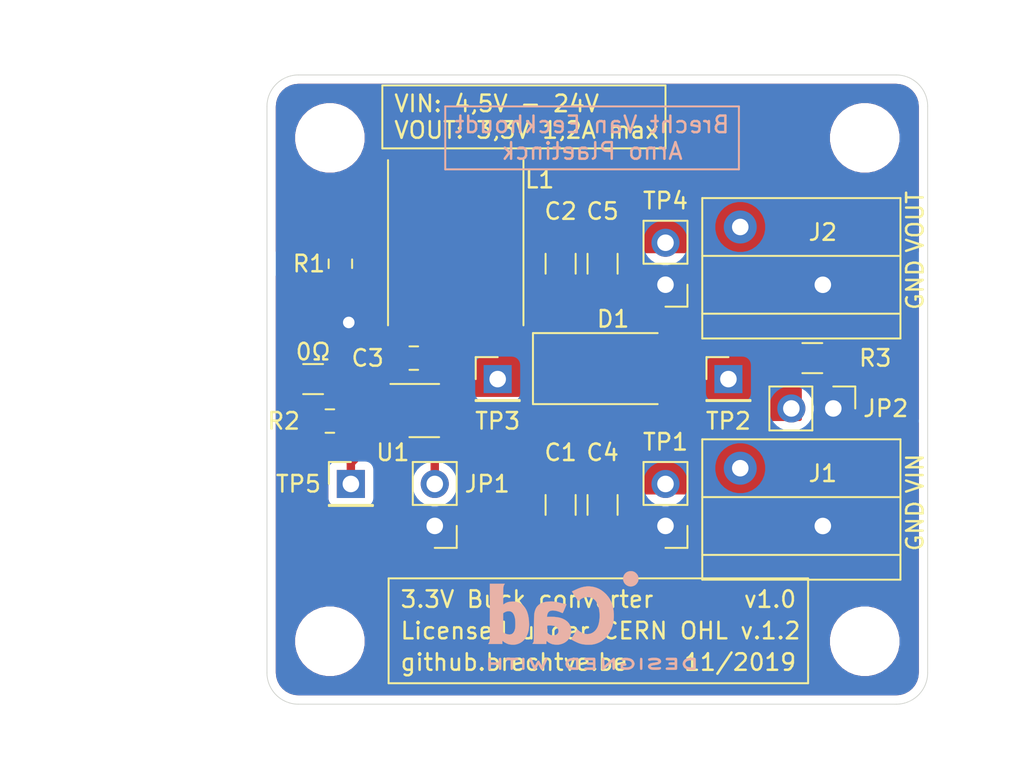
<source format=kicad_pcb>
(kicad_pcb (version 20171130) (host pcbnew 5.1.5-52549c5~84~ubuntu19.04.1)

  (general
    (thickness 1.6)
    (drawings 35)
    (tracks 26)
    (zones 0)
    (modules 27)
    (nets 9)
  )

  (page A4)
  (layers
    (0 F.Cu signal)
    (31 B.Cu signal)
    (32 B.Adhes user)
    (33 F.Adhes user)
    (34 B.Paste user)
    (35 F.Paste user)
    (36 B.SilkS user)
    (37 F.SilkS user)
    (38 B.Mask user)
    (39 F.Mask user)
    (40 Dwgs.User user)
    (41 Cmts.User user)
    (42 Eco1.User user)
    (43 Eco2.User user)
    (44 Edge.Cuts user)
    (45 Margin user)
    (46 B.CrtYd user)
    (47 F.CrtYd user)
    (48 B.Fab user)
    (49 F.Fab user)
  )

  (setup
    (last_trace_width 0.254)
    (user_trace_width 0.254)
    (user_trace_width 0.381)
    (user_trace_width 0.508)
    (user_trace_width 0.635)
    (user_trace_width 0.762)
    (user_trace_width 1.016)
    (trace_clearance 0.254)
    (zone_clearance 0.508)
    (zone_45_only no)
    (trace_min 0.1524)
    (via_size 0.8)
    (via_drill 0.4)
    (via_min_size 0.4)
    (via_min_drill 0.3)
    (user_via 0.8 0.4)
    (user_via 1.4 0.7)
    (user_via 2 1)
    (uvia_size 0.3)
    (uvia_drill 0.1)
    (uvias_allowed no)
    (uvia_min_size 0.2)
    (uvia_min_drill 0.1)
    (edge_width 0.05)
    (segment_width 0.2)
    (pcb_text_width 0.3)
    (pcb_text_size 1.5 1.5)
    (mod_edge_width 0.12)
    (mod_text_size 1 1)
    (mod_text_width 0.15)
    (pad_size 1.15 1.4)
    (pad_drill 0)
    (pad_to_mask_clearance 0.0508)
    (solder_mask_min_width 0.254)
    (aux_axis_origin 0 0)
    (visible_elements FFFFFF7F)
    (pcbplotparams
      (layerselection 0x010fc_ffffffff)
      (usegerberextensions true)
      (usegerberattributes false)
      (usegerberadvancedattributes false)
      (creategerberjobfile false)
      (excludeedgelayer true)
      (linewidth 0.100000)
      (plotframeref false)
      (viasonmask false)
      (mode 1)
      (useauxorigin false)
      (hpglpennumber 1)
      (hpglpenspeed 20)
      (hpglpendiameter 15.000000)
      (psnegative false)
      (psa4output false)
      (plotreference true)
      (plotvalue true)
      (plotinvisibletext false)
      (padsonsilk false)
      (subtractmaskfromsilk false)
      (outputformat 1)
      (mirror false)
      (drillshape 0)
      (scaleselection 1)
      (outputdirectory "Gerber/"))
  )

  (net 0 "")
  (net 1 GND)
  (net 2 "Net-(C1-Pad1)")
  (net 3 "Net-(C2-Pad1)")
  (net 4 "Net-(C3-Pad2)")
  (net 5 "Net-(C3-Pad1)")
  (net 6 "Net-(D1-Pad2)")
  (net 7 "Net-(JP1-Pad2)")
  (net 8 FB)

  (net_class Default "This is the default net class."
    (clearance 0.254)
    (trace_width 0.254)
    (via_dia 0.8)
    (via_drill 0.4)
    (uvia_dia 0.3)
    (uvia_drill 0.1)
    (diff_pair_width 0.254)
    (diff_pair_gap 0.254)
    (add_net FB)
    (add_net GND)
    (add_net "Net-(C1-Pad1)")
    (add_net "Net-(C2-Pad1)")
    (add_net "Net-(C3-Pad1)")
    (add_net "Net-(C3-Pad2)")
    (add_net "Net-(D1-Pad2)")
    (add_net "Net-(JP1-Pad2)")
  )

  (module BrechtVE_Aesthetics:OSHW-Logo_5.7x6mm_SolderMask (layer F.Cu) (tedit 5DDC6204) (tstamp 5DDA107B)
    (at 175.895 119.38)
    (descr "Open Source Hardware Logo")
    (tags "Logo OSHW")
    (path /5DD9F01E)
    (attr virtual)
    (fp_text reference G1 (at 0 0) (layer F.SilkS) hide
      (effects (font (size 1 1) (thickness 0.15)))
    )
    (fp_text value Symbol_OSHW-EEVBLOG_SPFMDBC_10mm (at 0.75 0) (layer F.Fab) hide
      (effects (font (size 1 1) (thickness 0.15)))
    )
    (fp_poly (pts (xy 0.376964 -2.709982) (xy 0.433812 -2.40843) (xy 0.853338 -2.235488) (xy 1.104984 -2.406605)
      (xy 1.175458 -2.45425) (xy 1.239163 -2.49679) (xy 1.293126 -2.532285) (xy 1.334373 -2.55879)
      (xy 1.359934 -2.574364) (xy 1.366895 -2.577722) (xy 1.379435 -2.569086) (xy 1.406231 -2.545208)
      (xy 1.44428 -2.509141) (xy 1.490579 -2.463933) (xy 1.542123 -2.412636) (xy 1.595909 -2.358299)
      (xy 1.648935 -2.303972) (xy 1.698195 -2.252705) (xy 1.740687 -2.207549) (xy 1.773407 -2.171554)
      (xy 1.793351 -2.14777) (xy 1.798119 -2.13981) (xy 1.791257 -2.125135) (xy 1.77202 -2.092986)
      (xy 1.74243 -2.046508) (xy 1.70451 -1.988844) (xy 1.660282 -1.92314) (xy 1.634654 -1.885664)
      (xy 1.587941 -1.817232) (xy 1.546432 -1.75548) (xy 1.51214 -1.703481) (xy 1.48708 -1.664308)
      (xy 1.473264 -1.641035) (xy 1.471188 -1.636145) (xy 1.475895 -1.622245) (xy 1.488723 -1.58985)
      (xy 1.507738 -1.543515) (xy 1.531003 -1.487794) (xy 1.556584 -1.427242) (xy 1.582545 -1.366414)
      (xy 1.60695 -1.309864) (xy 1.627863 -1.262148) (xy 1.643349 -1.227819) (xy 1.651472 -1.211432)
      (xy 1.651952 -1.210788) (xy 1.664707 -1.207659) (xy 1.698677 -1.200679) (xy 1.75034 -1.190533)
      (xy 1.816176 -1.177908) (xy 1.892664 -1.163491) (xy 1.93729 -1.155177) (xy 2.019021 -1.139616)
      (xy 2.092843 -1.124808) (xy 2.155021 -1.111564) (xy 2.201822 -1.100695) (xy 2.229509 -1.093011)
      (xy 2.235074 -1.090573) (xy 2.240526 -1.07407) (xy 2.244924 -1.0368) (xy 2.248272 -0.98312)
      (xy 2.250574 -0.917388) (xy 2.251832 -0.843963) (xy 2.252048 -0.767204) (xy 2.251227 -0.691468)
      (xy 2.249371 -0.621114) (xy 2.246482 -0.5605) (xy 2.242565 -0.513984) (xy 2.237622 -0.485925)
      (xy 2.234657 -0.480084) (xy 2.216934 -0.473083) (xy 2.179381 -0.463073) (xy 2.126964 -0.451231)
      (xy 2.064652 -0.438733) (xy 2.0429 -0.43469) (xy 1.938024 -0.41548) (xy 1.85518 -0.400009)
      (xy 1.79163 -0.387663) (xy 1.744637 -0.377827) (xy 1.711463 -0.369886) (xy 1.689371 -0.363224)
      (xy 1.675624 -0.357227) (xy 1.667484 -0.351281) (xy 1.666345 -0.350106) (xy 1.654977 -0.331174)
      (xy 1.637635 -0.294331) (xy 1.61605 -0.244087) (xy 1.591954 -0.184954) (xy 1.567079 -0.121444)
      (xy 1.543157 -0.058068) (xy 1.521919 0.000662) (xy 1.505097 0.050235) (xy 1.494422 0.086139)
      (xy 1.491627 0.103862) (xy 1.49186 0.104483) (xy 1.501331 0.11897) (xy 1.522818 0.150844)
      (xy 1.554063 0.196789) (xy 1.592807 0.253485) (xy 1.636793 0.317617) (xy 1.649319 0.335842)
      (xy 1.693984 0.401914) (xy 1.733288 0.4622) (xy 1.765088 0.513235) (xy 1.787245 0.55156)
      (xy 1.797617 0.573711) (xy 1.798119 0.576432) (xy 1.789405 0.590736) (xy 1.765325 0.619072)
      (xy 1.728976 0.658396) (xy 1.683453 0.705661) (xy 1.631852 0.757823) (xy 1.577267 0.811835)
      (xy 1.522794 0.864653) (xy 1.471529 0.913231) (xy 1.426567 0.954523) (xy 1.391004 0.985485)
      (xy 1.367935 1.00307) (xy 1.361554 1.005941) (xy 1.346699 0.999178) (xy 1.316286 0.980939)
      (xy 1.275268 0.954297) (xy 1.243709 0.932852) (xy 1.186525 0.893503) (xy 1.118806 0.847171)
      (xy 1.05088 0.800913) (xy 1.014361 0.776155) (xy 0.890752 0.692547) (xy 0.786991 0.74865)
      (xy 0.73972 0.773228) (xy 0.699523 0.792331) (xy 0.672326 0.803227) (xy 0.665402 0.804743)
      (xy 0.657077 0.793549) (xy 0.640654 0.761917) (xy 0.617357 0.712765) (xy 0.588414 0.64901)
      (xy 0.55505 0.573571) (xy 0.518491 0.489364) (xy 0.479964 0.399308) (xy 0.440694 0.306321)
      (xy 0.401908 0.21332) (xy 0.36483 0.123223) (xy 0.330689 0.038948) (xy 0.300708 -0.036587)
      (xy 0.276116 -0.100466) (xy 0.258136 -0.149769) (xy 0.247997 -0.181579) (xy 0.246366 -0.192504)
      (xy 0.259291 -0.206439) (xy 0.287589 -0.22906) (xy 0.325346 -0.255667) (xy 0.328515 -0.257772)
      (xy 0.4261 -0.335886) (xy 0.504786 -0.427018) (xy 0.563891 -0.528255) (xy 0.602732 -0.636682)
      (xy 0.620628 -0.749386) (xy 0.616897 -0.863452) (xy 0.590857 -0.975966) (xy 0.541825 -1.084015)
      (xy 0.5274 -1.107655) (xy 0.452369 -1.203113) (xy 0.36373 -1.279768) (xy 0.264549 -1.33722)
      (xy 0.157895 -1.375071) (xy 0.046836 -1.392922) (xy -0.065561 -1.390375) (xy -0.176227 -1.36703)
      (xy -0.282094 -1.32249) (xy -0.380095 -1.256355) (xy -0.41041 -1.229513) (xy -0.487562 -1.145488)
      (xy -0.543782 -1.057034) (xy -0.582347 -0.957885) (xy -0.603826 -0.859697) (xy -0.609128 -0.749303)
      (xy -0.591448 -0.63836) (xy -0.552581 -0.530619) (xy -0.494323 -0.429831) (xy -0.418469 -0.339744)
      (xy -0.326817 -0.264108) (xy -0.314772 -0.256136) (xy -0.276611 -0.230026) (xy -0.247601 -0.207405)
      (xy -0.233732 -0.192961) (xy -0.233531 -0.192504) (xy -0.236508 -0.176879) (xy -0.248311 -0.141418)
      (xy -0.267714 -0.089038) (xy -0.293488 -0.022655) (xy -0.324409 0.054814) (xy -0.359249 0.14045)
      (xy -0.396783 0.231337) (xy -0.435783 0.324559) (xy -0.475023 0.417197) (xy -0.513276 0.506335)
      (xy -0.549317 0.589055) (xy -0.581917 0.662441) (xy -0.609852 0.723575) (xy -0.631895 0.769541)
      (xy -0.646818 0.797421) (xy -0.652828 0.804743) (xy -0.671191 0.799041) (xy -0.705552 0.783749)
      (xy -0.749984 0.761599) (xy -0.774417 0.74865) (xy -0.878178 0.692547) (xy -1.001787 0.776155)
      (xy -1.064886 0.818987) (xy -1.13397 0.866122) (xy -1.198707 0.910503) (xy -1.231134 0.932852)
      (xy -1.276741 0.963477) (xy -1.31536 0.987747) (xy -1.341952 1.002587) (xy -1.35059 1.005724)
      (xy -1.363161 0.997261) (xy -1.390984 0.973636) (xy -1.431361 0.937302) (xy -1.481595 0.890711)
      (xy -1.538988 0.836317) (xy -1.575286 0.801392) (xy -1.63879 0.738996) (xy -1.693673 0.683188)
      (xy -1.737714 0.636354) (xy -1.768695 0.600882) (xy -1.784398 0.579161) (xy -1.785905 0.574752)
      (xy -1.778914 0.557985) (xy -1.759594 0.524082) (xy -1.730091 0.476476) (xy -1.692545 0.418599)
      (xy -1.6491 0.353884) (xy -1.636745 0.335842) (xy -1.591727 0.270267) (xy -1.55134 0.211228)
      (xy -1.51784 0.162042) (xy -1.493486 0.126028) (xy -1.480536 0.106502) (xy -1.479285 0.104483)
      (xy -1.481156 0.088922) (xy -1.491087 0.054709) (xy -1.507347 0.006355) (xy -1.528205 -0.051629)
      (xy -1.551927 -0.11473) (xy -1.576784 -0.178437) (xy -1.601042 -0.238239) (xy -1.622971 -0.289624)
      (xy -1.640838 -0.328081) (xy -1.652913 -0.349098) (xy -1.653771 -0.350106) (xy -1.661154 -0.356112)
      (xy -1.673625 -0.362052) (xy -1.69392 -0.36854) (xy -1.724778 -0.376191) (xy -1.768934 -0.38562)
      (xy -1.829126 -0.397441) (xy -1.908093 -0.412271) (xy -2.00857 -0.430723) (xy -2.030325 -0.43469)
      (xy -2.094802 -0.447147) (xy -2.151011 -0.459334) (xy -2.193987 -0.470074) (xy -2.21876 -0.478191)
      (xy -2.222082 -0.480084) (xy -2.227556 -0.496862) (xy -2.232006 -0.534355) (xy -2.235428 -0.588206)
      (xy -2.237819 -0.654056) (xy -2.239177 -0.727547) (xy -2.239499 -0.80432) (xy -2.238781 -0.880017)
      (xy -2.237021 -0.95028) (xy -2.234216 -1.01075) (xy -2.230362 -1.05707) (xy -2.225457 -1.084881)
      (xy -2.2225 -1.090573) (xy -2.206037 -1.096314) (xy -2.168551 -1.105655) (xy -2.113775 -1.117785)
      (xy -2.045445 -1.131893) (xy -1.967294 -1.14717) (xy -1.924716 -1.155177) (xy -1.843929 -1.170279)
      (xy -1.771887 -1.18396) (xy -1.712111 -1.195533) (xy -1.668121 -1.204313) (xy -1.643439 -1.209613)
      (xy -1.639377 -1.210788) (xy -1.632511 -1.224035) (xy -1.617998 -1.255943) (xy -1.597771 -1.301953)
      (xy -1.573766 -1.357508) (xy -1.547918 -1.418047) (xy -1.52216 -1.479014) (xy -1.498427 -1.535849)
      (xy -1.478654 -1.583994) (xy -1.464776 -1.61889) (xy -1.458726 -1.635979) (xy -1.458614 -1.636726)
      (xy -1.465472 -1.650207) (xy -1.484698 -1.68123) (xy -1.514272 -1.726711) (xy -1.552173 -1.783568)
      (xy -1.59638 -1.848717) (xy -1.622079 -1.886138) (xy -1.668907 -1.954753) (xy -1.710499 -2.017048)
      (xy -1.744825 -2.069871) (xy -1.769857 -2.110073) (xy -1.783565 -2.1345) (xy -1.785544 -2.139976)
      (xy -1.777034 -2.152722) (xy -1.753507 -2.179937) (xy -1.717968 -2.218572) (xy -1.673423 -2.265577)
      (xy -1.622877 -2.317905) (xy -1.569336 -2.372505) (xy -1.515805 -2.42633) (xy -1.465289 -2.47633)
      (xy -1.420794 -2.519457) (xy -1.385325 -2.552661) (xy -1.361887 -2.572894) (xy -1.354046 -2.577722)
      (xy -1.34128 -2.570933) (xy -1.310744 -2.551858) (xy -1.26541 -2.522439) (xy -1.208244 -2.484619)
      (xy -1.142216 -2.440339) (xy -1.09241 -2.406605) (xy -0.840764 -2.235488) (xy -0.631001 -2.321959)
      (xy -0.421237 -2.40843) (xy -0.364389 -2.709982) (xy -0.30754 -3.011534) (xy 0.320115 -3.011534)
      (xy 0.376964 -2.709982)) (layer F.Mask) (width 0.01))
    (fp_poly (pts (xy 1.79946 1.45803) (xy 1.842711 1.471245) (xy 1.870558 1.487941) (xy 1.879629 1.501145)
      (xy 1.877132 1.516797) (xy 1.860931 1.541385) (xy 1.847232 1.5588) (xy 1.818992 1.590283)
      (xy 1.797775 1.603529) (xy 1.779688 1.602664) (xy 1.726035 1.58901) (xy 1.68663 1.58963)
      (xy 1.654632 1.605104) (xy 1.64389 1.614161) (xy 1.609505 1.646027) (xy 1.609505 2.062179)
      (xy 1.471188 2.062179) (xy 1.471188 1.458614) (xy 1.540347 1.458614) (xy 1.581869 1.460256)
      (xy 1.603291 1.466087) (xy 1.609502 1.477461) (xy 1.609505 1.477798) (xy 1.612439 1.489713)
      (xy 1.625704 1.488159) (xy 1.644084 1.479563) (xy 1.682046 1.463568) (xy 1.712872 1.453945)
      (xy 1.752536 1.451478) (xy 1.79946 1.45803)) (layer F.Mask) (width 0.01))
    (fp_poly (pts (xy -0.754012 1.469002) (xy -0.722717 1.48395) (xy -0.692409 1.505541) (xy -0.669318 1.530391)
      (xy -0.6525 1.562087) (xy -0.641006 1.604214) (xy -0.633891 1.660358) (xy -0.630207 1.734106)
      (xy -0.629008 1.829044) (xy -0.628989 1.838985) (xy -0.628713 2.062179) (xy -0.76703 2.062179)
      (xy -0.76703 1.856418) (xy -0.767128 1.780189) (xy -0.767809 1.724939) (xy -0.769651 1.686501)
      (xy -0.773233 1.660706) (xy -0.779132 1.643384) (xy -0.787927 1.630368) (xy -0.80018 1.617507)
      (xy -0.843047 1.589873) (xy -0.889843 1.584745) (xy -0.934424 1.602217) (xy -0.949928 1.615221)
      (xy -0.96131 1.627447) (xy -0.969481 1.64054) (xy -0.974974 1.658615) (xy -0.97832 1.685787)
      (xy -0.980051 1.72617) (xy -0.980697 1.783879) (xy -0.980792 1.854132) (xy -0.980792 2.062179)
      (xy -1.119109 2.062179) (xy -1.119109 1.458614) (xy -1.04995 1.458614) (xy -1.008428 1.460256)
      (xy -0.987006 1.466087) (xy -0.980795 1.477461) (xy -0.980792 1.477798) (xy -0.97791 1.488938)
      (xy -0.965199 1.487674) (xy -0.939926 1.475434) (xy -0.882605 1.457424) (xy -0.817037 1.455421)
      (xy -0.754012 1.469002)) (layer F.Mask) (width 0.01))
    (fp_poly (pts (xy 2.677898 1.456457) (xy 2.710096 1.464279) (xy 2.771825 1.492921) (xy 2.82461 1.536667)
      (xy 2.861141 1.589117) (xy 2.86616 1.600893) (xy 2.873045 1.63174) (xy 2.877864 1.677371)
      (xy 2.879505 1.723492) (xy 2.879505 1.810693) (xy 2.697178 1.810693) (xy 2.621979 1.810978)
      (xy 2.569003 1.812704) (xy 2.535325 1.817181) (xy 2.51802 1.82572) (xy 2.514163 1.83963)
      (xy 2.520829 1.860222) (xy 2.53277 1.884315) (xy 2.56608 1.924525) (xy 2.612368 1.944558)
      (xy 2.668944 1.943905) (xy 2.733031 1.922101) (xy 2.788417 1.895193) (xy 2.834375 1.931532)
      (xy 2.880333 1.967872) (xy 2.837096 2.007819) (xy 2.779374 2.045563) (xy 2.708386 2.06832)
      (xy 2.632029 2.074688) (xy 2.558199 2.063268) (xy 2.546287 2.059393) (xy 2.481399 2.025506)
      (xy 2.43313 1.974986) (xy 2.400465 1.906325) (xy 2.382385 1.818014) (xy 2.382175 1.816121)
      (xy 2.380556 1.719878) (xy 2.3871 1.685542) (xy 2.514852 1.685542) (xy 2.526584 1.690822)
      (xy 2.558438 1.694867) (xy 2.605397 1.697176) (xy 2.635154 1.697525) (xy 2.690648 1.697306)
      (xy 2.725346 1.695916) (xy 2.743601 1.692251) (xy 2.749766 1.68521) (xy 2.748195 1.67369)
      (xy 2.746878 1.669233) (xy 2.724382 1.627355) (xy 2.689003 1.593604) (xy 2.65778 1.578773)
      (xy 2.616301 1.579668) (xy 2.574269 1.598164) (xy 2.539012 1.628786) (xy 2.517854 1.666062)
      (xy 2.514852 1.685542) (xy 2.3871 1.685542) (xy 2.39669 1.635229) (xy 2.428698 1.564191)
      (xy 2.474701 1.508779) (xy 2.532821 1.471009) (xy 2.60118 1.452896) (xy 2.677898 1.456457)) (layer F.Mask) (width 0.01))
    (fp_poly (pts (xy 2.217226 1.46388) (xy 2.29008 1.49483) (xy 2.313027 1.509895) (xy 2.342354 1.533048)
      (xy 2.360764 1.551253) (xy 2.363961 1.557183) (xy 2.354935 1.57034) (xy 2.331837 1.592667)
      (xy 2.313344 1.60825) (xy 2.262728 1.648926) (xy 2.22276 1.615295) (xy 2.191874 1.593584)
      (xy 2.161759 1.58609) (xy 2.127292 1.58792) (xy 2.072561 1.601528) (xy 2.034886 1.629772)
      (xy 2.011991 1.675433) (xy 2.001597 1.741289) (xy 2.001595 1.741331) (xy 2.002494 1.814939)
      (xy 2.016463 1.868946) (xy 2.044328 1.905716) (xy 2.063325 1.918168) (xy 2.113776 1.933673)
      (xy 2.167663 1.933683) (xy 2.214546 1.918638) (xy 2.225644 1.911287) (xy 2.253476 1.892511)
      (xy 2.275236 1.889434) (xy 2.298704 1.903409) (xy 2.324649 1.92851) (xy 2.365716 1.97088)
      (xy 2.320121 2.008464) (xy 2.249674 2.050882) (xy 2.170233 2.071785) (xy 2.087215 2.070272)
      (xy 2.032694 2.056411) (xy 1.96897 2.022135) (xy 1.918005 1.968212) (xy 1.894851 1.930149)
      (xy 1.876099 1.875536) (xy 1.866715 1.806369) (xy 1.866643 1.731407) (xy 1.875824 1.659409)
      (xy 1.894199 1.599137) (xy 1.897093 1.592958) (xy 1.939952 1.532351) (xy 1.997979 1.488224)
      (xy 2.066591 1.461493) (xy 2.141201 1.453073) (xy 2.217226 1.46388)) (layer F.Mask) (width 0.01))
    (fp_poly (pts (xy 0.993367 1.654342) (xy 0.994555 1.746563) (xy 0.998897 1.81661) (xy 1.007558 1.867381)
      (xy 1.021704 1.901772) (xy 1.0425 1.922679) (xy 1.07111 1.933) (xy 1.106535 1.935636)
      (xy 1.143636 1.932682) (xy 1.171818 1.921889) (xy 1.192243 1.90036) (xy 1.206079 1.865199)
      (xy 1.214491 1.81351) (xy 1.218643 1.742394) (xy 1.219703 1.654342) (xy 1.219703 1.458614)
      (xy 1.35802 1.458614) (xy 1.35802 2.062179) (xy 1.288862 2.062179) (xy 1.24717 2.060489)
      (xy 1.225701 2.054556) (xy 1.219703 2.043293) (xy 1.216091 2.033261) (xy 1.201714 2.035383)
      (xy 1.172736 2.04958) (xy 1.106319 2.07148) (xy 1.035875 2.069928) (xy 0.968377 2.046147)
      (xy 0.936233 2.027362) (xy 0.911715 2.007022) (xy 0.893804 1.981573) (xy 0.881479 1.947458)
      (xy 0.873723 1.901121) (xy 0.869516 1.839007) (xy 0.86784 1.757561) (xy 0.867624 1.694578)
      (xy 0.867624 1.458614) (xy 0.993367 1.458614) (xy 0.993367 1.654342)) (layer F.Mask) (width 0.01))
    (fp_poly (pts (xy 0.610762 1.466055) (xy 0.674363 1.500692) (xy 0.724123 1.555372) (xy 0.747568 1.599842)
      (xy 0.757634 1.639121) (xy 0.764156 1.695116) (xy 0.766951 1.759621) (xy 0.765836 1.824429)
      (xy 0.760626 1.881334) (xy 0.754541 1.911727) (xy 0.734014 1.953306) (xy 0.698463 1.997468)
      (xy 0.655619 2.036087) (xy 0.613211 2.061034) (xy 0.612177 2.06143) (xy 0.559553 2.072331)
      (xy 0.497188 2.072601) (xy 0.437924 2.062676) (xy 0.41504 2.054722) (xy 0.356102 2.0213)
      (xy 0.31389 1.977511) (xy 0.286156 1.919538) (xy 0.270651 1.843565) (xy 0.267143 1.803771)
      (xy 0.26759 1.753766) (xy 0.402376 1.753766) (xy 0.406917 1.826732) (xy 0.419986 1.882334)
      (xy 0.440756 1.917861) (xy 0.455552 1.92802) (xy 0.493464 1.935104) (xy 0.538527 1.933007)
      (xy 0.577487 1.922812) (xy 0.587704 1.917204) (xy 0.614659 1.884538) (xy 0.632451 1.834545)
      (xy 0.640024 1.773705) (xy 0.636325 1.708497) (xy 0.628057 1.669253) (xy 0.60432 1.623805)
      (xy 0.566849 1.595396) (xy 0.52172 1.585573) (xy 0.475011 1.595887) (xy 0.439132 1.621112)
      (xy 0.420277 1.641925) (xy 0.409272 1.662439) (xy 0.404026 1.690203) (xy 0.402449 1.732762)
      (xy 0.402376 1.753766) (xy 0.26759 1.753766) (xy 0.268094 1.69758) (xy 0.285388 1.610501)
      (xy 0.319029 1.54253) (xy 0.369018 1.493664) (xy 0.435356 1.463899) (xy 0.449601 1.460448)
      (xy 0.53521 1.452345) (xy 0.610762 1.466055)) (layer F.Mask) (width 0.01))
    (fp_poly (pts (xy 0.014017 1.456452) (xy 0.061634 1.465482) (xy 0.111034 1.48437) (xy 0.116312 1.486777)
      (xy 0.153774 1.506476) (xy 0.179717 1.524781) (xy 0.188103 1.536508) (xy 0.180117 1.555632)
      (xy 0.16072 1.58385) (xy 0.15211 1.594384) (xy 0.116628 1.635847) (xy 0.070885 1.608858)
      (xy 0.02735 1.590878) (xy -0.02295 1.581267) (xy -0.071188 1.58066) (xy -0.108533 1.589691)
      (xy -0.117495 1.595327) (xy -0.134563 1.621171) (xy -0.136637 1.650941) (xy -0.123866 1.674197)
      (xy -0.116312 1.678708) (xy -0.093675 1.684309) (xy -0.053885 1.690892) (xy -0.004834 1.697183)
      (xy 0.004215 1.69817) (xy 0.082996 1.711798) (xy 0.140136 1.734946) (xy 0.17803 1.769752)
      (xy 0.199079 1.818354) (xy 0.205635 1.877718) (xy 0.196577 1.945198) (xy 0.167164 1.998188)
      (xy 0.117278 2.036783) (xy 0.0468 2.061081) (xy -0.031435 2.070667) (xy -0.095234 2.070552)
      (xy -0.146984 2.061845) (xy -0.182327 2.049825) (xy -0.226983 2.02888) (xy -0.268253 2.004574)
      (xy -0.282921 1.993876) (xy -0.320643 1.963084) (xy -0.275148 1.917049) (xy -0.229653 1.871013)
      (xy -0.177928 1.905243) (xy -0.126048 1.930952) (xy -0.070649 1.944399) (xy -0.017395 1.945818)
      (xy 0.028049 1.935443) (xy 0.060016 1.913507) (xy 0.070338 1.894998) (xy 0.068789 1.865314)
      (xy 0.04314 1.842615) (xy -0.00654 1.82694) (xy -0.060969 1.819695) (xy -0.144736 1.805873)
      (xy -0.206967 1.779796) (xy -0.248493 1.740699) (xy -0.270147 1.68782) (xy -0.273147 1.625126)
      (xy -0.258329 1.559642) (xy -0.224546 1.510144) (xy -0.171495 1.476408) (xy -0.098874 1.458207)
      (xy -0.045072 1.454639) (xy 0.014017 1.456452)) (layer F.Mask) (width 0.01))
    (fp_poly (pts (xy -1.356699 1.472614) (xy -1.344168 1.478514) (xy -1.300799 1.510283) (xy -1.25979 1.556646)
      (xy -1.229168 1.607696) (xy -1.220459 1.631166) (xy -1.212512 1.673091) (xy -1.207774 1.723757)
      (xy -1.207199 1.744679) (xy -1.207129 1.810693) (xy -1.587083 1.810693) (xy -1.578983 1.845273)
      (xy -1.559104 1.88617) (xy -1.524347 1.921514) (xy -1.482998 1.944282) (xy -1.456649 1.94901)
      (xy -1.420916 1.943273) (xy -1.378282 1.928882) (xy -1.363799 1.922262) (xy -1.31024 1.895513)
      (xy -1.264533 1.930376) (xy -1.238158 1.953955) (xy -1.224124 1.973417) (xy -1.223414 1.979129)
      (xy -1.235951 1.992973) (xy -1.263428 2.014012) (xy -1.288366 2.030425) (xy -1.355664 2.05993)
      (xy -1.43111 2.073284) (xy -1.505888 2.069812) (xy -1.565495 2.051663) (xy -1.626941 2.012784)
      (xy -1.670608 1.961595) (xy -1.697926 1.895367) (xy -1.710322 1.811371) (xy -1.711421 1.772936)
      (xy -1.707022 1.684861) (xy -1.706482 1.682299) (xy -1.580582 1.682299) (xy -1.577115 1.690558)
      (xy -1.562863 1.695113) (xy -1.53347 1.697065) (xy -1.484575 1.697517) (xy -1.465748 1.697525)
      (xy -1.408467 1.696843) (xy -1.372141 1.694364) (xy -1.352604 1.689443) (xy -1.34569 1.681434)
      (xy -1.345445 1.678862) (xy -1.353336 1.658423) (xy -1.373085 1.629789) (xy -1.381575 1.619763)
      (xy -1.413094 1.591408) (xy -1.445949 1.580259) (xy -1.463651 1.579327) (xy -1.511539 1.590981)
      (xy -1.551699 1.622285) (xy -1.577173 1.667752) (xy -1.577625 1.669233) (xy -1.580582 1.682299)
      (xy -1.706482 1.682299) (xy -1.692392 1.61551) (xy -1.666038 1.560025) (xy -1.633807 1.520639)
      (xy -1.574217 1.477931) (xy -1.504168 1.455109) (xy -1.429661 1.453046) (xy -1.356699 1.472614)) (layer F.Mask) (width 0.01))
    (fp_poly (pts (xy -2.538261 1.465148) (xy -2.472479 1.494231) (xy -2.42254 1.542793) (xy -2.388374 1.610908)
      (xy -2.369907 1.698651) (xy -2.368583 1.712351) (xy -2.367546 1.808939) (xy -2.380993 1.893602)
      (xy -2.408108 1.962221) (xy -2.422627 1.984294) (xy -2.473201 2.031011) (xy -2.537609 2.061268)
      (xy -2.609666 2.073824) (xy -2.683185 2.067439) (xy -2.739072 2.047772) (xy -2.787132 2.014629)
      (xy -2.826412 1.971175) (xy -2.827092 1.970158) (xy -2.843044 1.943338) (xy -2.85341 1.916368)
      (xy -2.859688 1.882332) (xy -2.863373 1.83431) (xy -2.864997 1.794931) (xy -2.865672 1.759219)
      (xy -2.739955 1.759219) (xy -2.738726 1.79477) (xy -2.734266 1.842094) (xy -2.726397 1.872465)
      (xy -2.712207 1.894072) (xy -2.698917 1.906694) (xy -2.651802 1.933122) (xy -2.602505 1.936653)
      (xy -2.556593 1.917639) (xy -2.533638 1.896331) (xy -2.517096 1.874859) (xy -2.507421 1.854313)
      (xy -2.503174 1.827574) (xy -2.50292 1.787523) (xy -2.504228 1.750638) (xy -2.507043 1.697947)
      (xy -2.511505 1.663772) (xy -2.519548 1.64148) (xy -2.533103 1.624442) (xy -2.543845 1.614703)
      (xy -2.588777 1.589123) (xy -2.637249 1.587847) (xy -2.677894 1.602999) (xy -2.712567 1.634642)
      (xy -2.733224 1.68662) (xy -2.739955 1.759219) (xy -2.865672 1.759219) (xy -2.866479 1.716621)
      (xy -2.863948 1.658056) (xy -2.856362 1.614007) (xy -2.842681 1.579248) (xy -2.821865 1.548551)
      (xy -2.814147 1.539436) (xy -2.765889 1.494021) (xy -2.714128 1.467493) (xy -2.650828 1.456379)
      (xy -2.619961 1.455471) (xy -2.538261 1.465148)) (layer F.Mask) (width 0.01))
    (fp_poly (pts (xy 2.032581 2.40497) (xy 2.092685 2.420597) (xy 2.143021 2.452848) (xy 2.167393 2.47694)
      (xy 2.207345 2.533895) (xy 2.230242 2.599965) (xy 2.238108 2.681182) (xy 2.238148 2.687748)
      (xy 2.238218 2.753763) (xy 1.858264 2.753763) (xy 1.866363 2.788342) (xy 1.880987 2.819659)
      (xy 1.906581 2.852291) (xy 1.911935 2.8575) (xy 1.957943 2.885694) (xy 2.01041 2.890475)
      (xy 2.070803 2.871926) (xy 2.08104 2.866931) (xy 2.112439 2.851745) (xy 2.13347 2.843094)
      (xy 2.137139 2.842293) (xy 2.149948 2.850063) (xy 2.174378 2.869072) (xy 2.186779 2.87946)
      (xy 2.212476 2.903321) (xy 2.220915 2.919077) (xy 2.215058 2.933571) (xy 2.211928 2.937534)
      (xy 2.190725 2.954879) (xy 2.155738 2.975959) (xy 2.131337 2.988265) (xy 2.062072 3.009946)
      (xy 1.985388 3.016971) (xy 1.912765 3.008647) (xy 1.892426 3.002686) (xy 1.829476 2.968952)
      (xy 1.782815 2.917045) (xy 1.752173 2.846459) (xy 1.737282 2.756692) (xy 1.735647 2.709753)
      (xy 1.740421 2.641413) (xy 1.86099 2.641413) (xy 1.872652 2.646465) (xy 1.903998 2.650429)
      (xy 1.949571 2.652768) (xy 1.980446 2.653169) (xy 2.035981 2.652783) (xy 2.071033 2.650975)
      (xy 2.090262 2.646773) (xy 2.09833 2.639203) (xy 2.099901 2.628218) (xy 2.089121 2.594381)
      (xy 2.06198 2.56094) (xy 2.026277 2.535272) (xy 1.99056 2.524772) (xy 1.942048 2.534086)
      (xy 1.900053 2.561013) (xy 1.870936 2.599827) (xy 1.86099 2.641413) (xy 1.740421 2.641413)
      (xy 1.742599 2.610236) (xy 1.764055 2.530949) (xy 1.80047 2.471263) (xy 1.852297 2.430549)
      (xy 1.91999 2.408179) (xy 1.956662 2.403871) (xy 2.032581 2.40497)) (layer F.Mask) (width 0.01))
    (fp_poly (pts (xy 1.635255 2.401486) (xy 1.683595 2.411015) (xy 1.711114 2.425125) (xy 1.740064 2.448568)
      (xy 1.698876 2.500571) (xy 1.673482 2.532064) (xy 1.656238 2.547428) (xy 1.639102 2.549776)
      (xy 1.614027 2.542217) (xy 1.602257 2.537941) (xy 1.55427 2.531631) (xy 1.510324 2.545156)
      (xy 1.47806 2.57571) (xy 1.472819 2.585452) (xy 1.467112 2.611258) (xy 1.462706 2.658817)
      (xy 1.459811 2.724758) (xy 1.458631 2.80571) (xy 1.458614 2.817226) (xy 1.458614 3.017822)
      (xy 1.320297 3.017822) (xy 1.320297 2.401683) (xy 1.389456 2.401683) (xy 1.429333 2.402725)
      (xy 1.450107 2.407358) (xy 1.457789 2.417849) (xy 1.458614 2.427745) (xy 1.458614 2.453806)
      (xy 1.491745 2.427745) (xy 1.529735 2.409965) (xy 1.58077 2.401174) (xy 1.635255 2.401486)) (layer F.Mask) (width 0.01))
    (fp_poly (pts (xy 1.038411 2.405417) (xy 1.091411 2.41829) (xy 1.106731 2.42511) (xy 1.136428 2.442974)
      (xy 1.15922 2.463093) (xy 1.176083 2.488962) (xy 1.187998 2.524073) (xy 1.195942 2.57192)
      (xy 1.200894 2.635996) (xy 1.203831 2.719794) (xy 1.204947 2.775768) (xy 1.209052 3.017822)
      (xy 1.138932 3.017822) (xy 1.096393 3.016038) (xy 1.074476 3.009942) (xy 1.068812 2.999706)
      (xy 1.065821 2.988637) (xy 1.052451 2.990754) (xy 1.034233 2.999629) (xy 0.988624 3.013233)
      (xy 0.930007 3.016899) (xy 0.868354 3.010903) (xy 0.813638 2.995521) (xy 0.80873 2.993386)
      (xy 0.758723 2.958255) (xy 0.725756 2.909419) (xy 0.710587 2.852333) (xy 0.711746 2.831824)
      (xy 0.835508 2.831824) (xy 0.846413 2.859425) (xy 0.878745 2.879204) (xy 0.93091 2.889819)
      (xy 0.958787 2.891228) (xy 1.005247 2.88762) (xy 1.036129 2.873597) (xy 1.043664 2.866931)
      (xy 1.064076 2.830666) (xy 1.068812 2.797773) (xy 1.068812 2.753763) (xy 1.007513 2.753763)
      (xy 0.936256 2.757395) (xy 0.886276 2.768818) (xy 0.854696 2.788824) (xy 0.847626 2.797743)
      (xy 0.835508 2.831824) (xy 0.711746 2.831824) (xy 0.713971 2.792456) (xy 0.736663 2.735244)
      (xy 0.767624 2.69658) (xy 0.786376 2.679864) (xy 0.804733 2.668878) (xy 0.828619 2.66218)
      (xy 0.863957 2.658326) (xy 0.916669 2.655873) (xy 0.937577 2.655168) (xy 1.068812 2.650879)
      (xy 1.06862 2.611158) (xy 1.063537 2.569405) (xy 1.045162 2.544158) (xy 1.008039 2.52803)
      (xy 1.007043 2.527742) (xy 0.95441 2.5214) (xy 0.902906 2.529684) (xy 0.86463 2.549827)
      (xy 0.849272 2.559773) (xy 0.83273 2.558397) (xy 0.807275 2.543987) (xy 0.792328 2.533817)
      (xy 0.763091 2.512088) (xy 0.74498 2.4958) (xy 0.742074 2.491137) (xy 0.75404 2.467005)
      (xy 0.789396 2.438185) (xy 0.804753 2.428461) (xy 0.848901 2.411714) (xy 0.908398 2.402227)
      (xy 0.974487 2.400095) (xy 1.038411 2.405417)) (layer F.Mask) (width 0.01))
    (fp_poly (pts (xy 0.281524 2.404237) (xy 0.331255 2.407971) (xy 0.461291 2.797773) (xy 0.481678 2.728614)
      (xy 0.493946 2.685874) (xy 0.510085 2.628115) (xy 0.527512 2.564625) (xy 0.536726 2.53057)
      (xy 0.571388 2.401683) (xy 0.714391 2.401683) (xy 0.671646 2.536857) (xy 0.650596 2.603342)
      (xy 0.625167 2.683539) (xy 0.59861 2.767193) (xy 0.574902 2.841782) (xy 0.520902 3.011535)
      (xy 0.462598 3.015328) (xy 0.404295 3.019122) (xy 0.372679 2.914734) (xy 0.353182 2.849889)
      (xy 0.331904 2.7784) (xy 0.313308 2.715263) (xy 0.312574 2.71275) (xy 0.298684 2.669969)
      (xy 0.286429 2.640779) (xy 0.277846 2.629741) (xy 0.276082 2.631018) (xy 0.269891 2.64813)
      (xy 0.258128 2.684787) (xy 0.242225 2.736378) (xy 0.223614 2.798294) (xy 0.213543 2.832352)
      (xy 0.159007 3.017822) (xy 0.043264 3.017822) (xy -0.049263 2.725471) (xy -0.075256 2.643462)
      (xy -0.098934 2.568987) (xy -0.11918 2.505544) (xy -0.134874 2.456632) (xy -0.144898 2.425749)
      (xy -0.147945 2.416726) (xy -0.145533 2.407487) (xy -0.126592 2.403441) (xy -0.087177 2.403846)
      (xy -0.081007 2.404152) (xy -0.007914 2.407971) (xy 0.039957 2.58401) (xy 0.057553 2.648211)
      (xy 0.073277 2.704649) (xy 0.085746 2.748422) (xy 0.093574 2.77463) (xy 0.09502 2.778903)
      (xy 0.101014 2.77399) (xy 0.113101 2.748532) (xy 0.129893 2.705997) (xy 0.150003 2.64985)
      (xy 0.167003 2.59913) (xy 0.231794 2.400504) (xy 0.281524 2.404237)) (layer F.Mask) (width 0.01))
    (fp_poly (pts (xy -0.201188 3.017822) (xy -0.270346 3.017822) (xy -0.310488 3.016645) (xy -0.331394 3.011772)
      (xy -0.338922 3.001186) (xy -0.339505 2.994029) (xy -0.340774 2.979676) (xy -0.348779 2.976923)
      (xy -0.369815 2.985771) (xy -0.386173 2.994029) (xy -0.448977 3.013597) (xy -0.517248 3.014729)
      (xy -0.572752 3.000135) (xy -0.624438 2.964877) (xy -0.663838 2.912835) (xy -0.685413 2.85145)
      (xy -0.685962 2.848018) (xy -0.689167 2.810571) (xy -0.690761 2.756813) (xy -0.690633 2.716155)
      (xy -0.553279 2.716155) (xy -0.550097 2.770194) (xy -0.542859 2.814735) (xy -0.53306 2.839888)
      (xy -0.495989 2.87426) (xy -0.451974 2.886582) (xy -0.406584 2.876618) (xy -0.367797 2.846895)
      (xy -0.353108 2.826905) (xy -0.344519 2.80305) (xy -0.340496 2.76823) (xy -0.339505 2.71593)
      (xy -0.341278 2.664139) (xy -0.345963 2.618634) (xy -0.352603 2.588181) (xy -0.35371 2.585452)
      (xy -0.380491 2.553) (xy -0.419579 2.535183) (xy -0.463315 2.532306) (xy -0.504038 2.544674)
      (xy -0.534087 2.572593) (xy -0.537204 2.578148) (xy -0.546961 2.612022) (xy -0.552277 2.660728)
      (xy -0.553279 2.716155) (xy -0.690633 2.716155) (xy -0.690568 2.69554) (xy -0.689664 2.662563)
      (xy -0.683514 2.580981) (xy -0.670733 2.51973) (xy -0.649471 2.474449) (xy -0.617878 2.440779)
      (xy -0.587207 2.421014) (xy -0.544354 2.40712) (xy -0.491056 2.402354) (xy -0.43648 2.406236)
      (xy -0.389792 2.418282) (xy -0.365124 2.432693) (xy -0.339505 2.455878) (xy -0.339505 2.162773)
      (xy -0.201188 2.162773) (xy -0.201188 3.017822)) (layer F.Mask) (width 0.01))
    (fp_poly (pts (xy -0.993356 2.40302) (xy -0.974539 2.40866) (xy -0.968473 2.421053) (xy -0.968218 2.426647)
      (xy -0.967129 2.44223) (xy -0.959632 2.444676) (xy -0.939381 2.433993) (xy -0.927351 2.426694)
      (xy -0.8894 2.411063) (xy -0.844072 2.403334) (xy -0.796544 2.40274) (xy -0.751995 2.408513)
      (xy -0.715602 2.419884) (xy -0.692543 2.436088) (xy -0.687996 2.456355) (xy -0.690291 2.461843)
      (xy -0.70702 2.484626) (xy -0.732963 2.512647) (xy -0.737655 2.517177) (xy -0.762383 2.538005)
      (xy -0.783718 2.544735) (xy -0.813555 2.540038) (xy -0.825508 2.536917) (xy -0.862705 2.529421)
      (xy -0.888859 2.532792) (xy -0.910946 2.544681) (xy -0.931178 2.560635) (xy -0.946079 2.5807)
      (xy -0.956434 2.608702) (xy -0.963029 2.648467) (xy -0.966649 2.703823) (xy -0.968078 2.778594)
      (xy -0.968218 2.82374) (xy -0.968218 3.017822) (xy -1.09396 3.017822) (xy -1.09396 2.401683)
      (xy -1.031089 2.401683) (xy -0.993356 2.40302)) (layer F.Mask) (width 0.01))
    (fp_poly (pts (xy -1.38421 2.406555) (xy -1.325055 2.422339) (xy -1.280023 2.450948) (xy -1.248246 2.488419)
      (xy -1.238366 2.504411) (xy -1.231073 2.521163) (xy -1.225974 2.542592) (xy -1.222679 2.572616)
      (xy -1.220797 2.615154) (xy -1.219937 2.674122) (xy -1.219707 2.75344) (xy -1.219703 2.774484)
      (xy -1.219703 3.017822) (xy -1.280059 3.017822) (xy -1.318557 3.015126) (xy -1.347023 3.008295)
      (xy -1.354155 3.004083) (xy -1.373652 2.996813) (xy -1.393566 3.004083) (xy -1.426353 3.01316)
      (xy -1.473978 3.016813) (xy -1.526764 3.015228) (xy -1.575036 3.008589) (xy -1.603218 3.000072)
      (xy -1.657753 2.965063) (xy -1.691835 2.916479) (xy -1.707157 2.851882) (xy -1.707299 2.850223)
      (xy -1.705955 2.821566) (xy -1.584356 2.821566) (xy -1.573726 2.854161) (xy -1.55641 2.872505)
      (xy -1.521652 2.886379) (xy -1.475773 2.891917) (xy -1.428988 2.889191) (xy -1.391514 2.878274)
      (xy -1.381015 2.871269) (xy -1.362668 2.838904) (xy -1.35802 2.802111) (xy -1.35802 2.753763)
      (xy -1.427582 2.753763) (xy -1.493667 2.75885) (xy -1.543764 2.773263) (xy -1.574929 2.795729)
      (xy -1.584356 2.821566) (xy -1.705955 2.821566) (xy -1.703987 2.779647) (xy -1.68071 2.723845)
      (xy -1.636948 2.681647) (xy -1.630899 2.677808) (xy -1.604907 2.665309) (xy -1.572735 2.65774)
      (xy -1.52776 2.654061) (xy -1.474331 2.653216) (xy -1.35802 2.653169) (xy -1.35802 2.604411)
      (xy -1.362953 2.566581) (xy -1.375543 2.541236) (xy -1.377017 2.539887) (xy -1.405034 2.5288)
      (xy -1.447326 2.524503) (xy -1.494064 2.526615) (xy -1.535418 2.534756) (xy -1.559957 2.546965)
      (xy -1.573253 2.556746) (xy -1.587294 2.558613) (xy -1.606671 2.5506) (xy -1.635976 2.530739)
      (xy -1.679803 2.497063) (xy -1.683825 2.493909) (xy -1.681764 2.482236) (xy -1.664568 2.462822)
      (xy -1.638433 2.441248) (xy -1.609552 2.423096) (xy -1.600478 2.418809) (xy -1.56738 2.410256)
      (xy -1.51888 2.404155) (xy -1.464695 2.401708) (xy -1.462161 2.401703) (xy -1.38421 2.406555)) (layer F.Mask) (width 0.01))
    (fp_poly (pts (xy -1.908759 1.469184) (xy -1.882247 1.482282) (xy -1.849553 1.505106) (xy -1.825725 1.529996)
      (xy -1.809406 1.561249) (xy -1.79924 1.603166) (xy -1.793872 1.660044) (xy -1.791944 1.736184)
      (xy -1.791831 1.768917) (xy -1.792161 1.840656) (xy -1.793527 1.891927) (xy -1.7965 1.927404)
      (xy -1.801649 1.951763) (xy -1.809543 1.96968) (xy -1.817757 1.981902) (xy -1.870187 2.033905)
      (xy -1.93193 2.065184) (xy -1.998536 2.074592) (xy -2.065558 2.06098) (xy -2.086792 2.051354)
      (xy -2.137624 2.024859) (xy -2.137624 2.440052) (xy -2.100525 2.420868) (xy -2.051643 2.406025)
      (xy -1.991561 2.402222) (xy -1.931564 2.409243) (xy -1.886256 2.425013) (xy -1.848675 2.455047)
      (xy -1.816564 2.498024) (xy -1.81415 2.502436) (xy -1.803967 2.523221) (xy -1.79653 2.54417)
      (xy -1.791411 2.569548) (xy -1.788181 2.603618) (xy -1.786413 2.650641) (xy -1.785677 2.714882)
      (xy -1.785544 2.787176) (xy -1.785544 3.017822) (xy -1.923861 3.017822) (xy -1.923861 2.592533)
      (xy -1.962549 2.559979) (xy -2.002738 2.53394) (xy -2.040797 2.529205) (xy -2.079066 2.541389)
      (xy -2.099462 2.55332) (xy -2.114642 2.570313) (xy -2.125438 2.595995) (xy -2.132683 2.633991)
      (xy -2.137208 2.687926) (xy -2.139844 2.761425) (xy -2.140772 2.810347) (xy -2.143911 3.011535)
      (xy -2.209926 3.015336) (xy -2.27594 3.019136) (xy -2.27594 1.77065) (xy -2.137624 1.77065)
      (xy -2.134097 1.840254) (xy -2.122215 1.888569) (xy -2.10002 1.918631) (xy -2.065559 1.933471)
      (xy -2.030742 1.936436) (xy -1.991329 1.933028) (xy -1.965171 1.919617) (xy -1.948814 1.901896)
      (xy -1.935937 1.882835) (xy -1.928272 1.861601) (xy -1.924861 1.831849) (xy -1.924749 1.787236)
      (xy -1.925897 1.74988) (xy -1.928532 1.693604) (xy -1.932456 1.656658) (xy -1.939063 1.633223)
      (xy -1.949749 1.61748) (xy -1.959833 1.60838) (xy -2.00197 1.588537) (xy -2.05184 1.585332)
      (xy -2.080476 1.592168) (xy -2.108828 1.616464) (xy -2.127609 1.663728) (xy -2.136712 1.733624)
      (xy -2.137624 1.77065) (xy -2.27594 1.77065) (xy -2.27594 1.458614) (xy -2.206782 1.458614)
      (xy -2.16526 1.460256) (xy -2.143838 1.466087) (xy -2.137626 1.477461) (xy -2.137624 1.477798)
      (xy -2.134742 1.488938) (xy -2.12203 1.487673) (xy -2.096757 1.475433) (xy -2.037869 1.456707)
      (xy -1.971615 1.454739) (xy -1.908759 1.469184)) (layer F.Mask) (width 0.01))
  )

  (module Resistor_SMD:R_1206_3216Metric_Pad1.42x1.75mm_HandSolder locked (layer F.Cu) (tedit 5B301BBD) (tstamp 5DDAC7DE)
    (at 149.479 133.985)
    (descr "Resistor SMD 1206 (3216 Metric), square (rectangular) end terminal, IPC_7351 nominal with elongated pad for handsoldering. (Body size source: http://www.tortai-tech.com/upload/download/2011102023233369053.pdf), generated with kicad-footprint-generator")
    (tags "resistor handsolder")
    (attr smd)
    (fp_text reference 0Ω (at 0 -1.65) (layer F.SilkS)
      (effects (font (size 1 1) (thickness 0.15)))
    )
    (fp_text value R_1206_3216Metric_Pad1.42x1.75mm_HandSolder (at 0 1.65) (layer F.Fab)
      (effects (font (size 1 1) (thickness 0.15)))
    )
    (fp_text user %R (at 0 0) (layer F.Fab)
      (effects (font (size 0.5 0.5) (thickness 0.08)))
    )
    (fp_line (start 2.45 1.12) (end -2.45 1.12) (layer F.CrtYd) (width 0.05))
    (fp_line (start 2.45 -1.12) (end 2.45 1.12) (layer F.CrtYd) (width 0.05))
    (fp_line (start -2.45 -1.12) (end 2.45 -1.12) (layer F.CrtYd) (width 0.05))
    (fp_line (start -2.45 1.12) (end -2.45 -1.12) (layer F.CrtYd) (width 0.05))
    (fp_line (start -0.602064 0.91) (end 0.602064 0.91) (layer F.SilkS) (width 0.12))
    (fp_line (start -0.602064 -0.91) (end 0.602064 -0.91) (layer F.SilkS) (width 0.12))
    (fp_line (start 1.6 0.8) (end -1.6 0.8) (layer F.Fab) (width 0.1))
    (fp_line (start 1.6 -0.8) (end 1.6 0.8) (layer F.Fab) (width 0.1))
    (fp_line (start -1.6 -0.8) (end 1.6 -0.8) (layer F.Fab) (width 0.1))
    (fp_line (start -1.6 0.8) (end -1.6 -0.8) (layer F.Fab) (width 0.1))
    (pad 2 smd roundrect (at 1.4875 0) (size 1.425 1.75) (layers F.Cu F.Paste F.Mask) (roundrect_rratio 0.175439)
      (net 1 GND))
    (pad 1 smd roundrect (at -1.4875 0) (size 1.425 1.75) (layers F.Cu F.Paste F.Mask) (roundrect_rratio 0.175439)
      (net 1 GND))
    (model ${KISYS3DMOD}/Resistor_SMD.3dshapes/R_1206_3216Metric.wrl
      (at (xyz 0 0 0))
      (scale (xyz 1 1 1))
      (rotate (xyz 0 0 0))
    )
  )

  (module BrechtVE_Aesthetics:KiCad-Logo2_SilkScreenMaskTop_5mm locked (layer B.Cu) (tedit 5DD93A1E) (tstamp 5DDA30CD)
    (at 166.37 148.59 180)
    (descr "KiCad Logo")
    (tags "Logo KiCad")
    (attr virtual)
    (fp_text reference REF** (at 0 5.08) (layer B.SilkS) hide
      (effects (font (size 1 1) (thickness 0.15)) (justify mirror))
    )
    (fp_text value KiCad-Logo2_SilkScreenMaskTop_5mm (at 0 -5.08) (layer B.Fab) hide
      (effects (font (size 1 1) (thickness 0.15)) (justify mirror))
    )
    (fp_poly (pts (xy 6.228823 -2.274533) (xy 6.260202 -2.296776) (xy 6.287911 -2.324485) (xy 6.287911 -2.63392)
      (xy 6.287838 -2.725799) (xy 6.287495 -2.79784) (xy 6.286692 -2.85278) (xy 6.285241 -2.89336)
      (xy 6.282952 -2.922317) (xy 6.279636 -2.942391) (xy 6.275105 -2.956321) (xy 6.269169 -2.966845)
      (xy 6.264514 -2.9731) (xy 6.233783 -2.997673) (xy 6.198496 -3.000341) (xy 6.166245 -2.985271)
      (xy 6.155588 -2.976374) (xy 6.148464 -2.964557) (xy 6.144167 -2.945526) (xy 6.141991 -2.914992)
      (xy 6.141228 -2.868662) (xy 6.141155 -2.832871) (xy 6.141155 -2.698045) (xy 5.644444 -2.698045)
      (xy 5.644444 -2.8207) (xy 5.643931 -2.876787) (xy 5.641876 -2.915333) (xy 5.637508 -2.941361)
      (xy 5.630056 -2.959897) (xy 5.621047 -2.9731) (xy 5.590144 -2.997604) (xy 5.555196 -3.000506)
      (xy 5.521738 -2.983089) (xy 5.512604 -2.973959) (xy 5.506152 -2.961855) (xy 5.501897 -2.943001)
      (xy 5.499352 -2.91362) (xy 5.498029 -2.869937) (xy 5.497443 -2.808175) (xy 5.497375 -2.794)
      (xy 5.496891 -2.677631) (xy 5.496641 -2.581727) (xy 5.496723 -2.504177) (xy 5.497231 -2.442869)
      (xy 5.498262 -2.39569) (xy 5.499913 -2.36053) (xy 5.502279 -2.335276) (xy 5.505457 -2.317817)
      (xy 5.509544 -2.306041) (xy 5.514634 -2.297835) (xy 5.520266 -2.291645) (xy 5.552128 -2.271844)
      (xy 5.585357 -2.274533) (xy 5.616735 -2.296776) (xy 5.629433 -2.311126) (xy 5.637526 -2.326978)
      (xy 5.642042 -2.349554) (xy 5.644006 -2.384078) (xy 5.644444 -2.435776) (xy 5.644444 -2.551289)
      (xy 6.141155 -2.551289) (xy 6.141155 -2.432756) (xy 6.141662 -2.378148) (xy 6.143698 -2.341275)
      (xy 6.148035 -2.317307) (xy 6.155447 -2.301415) (xy 6.163733 -2.291645) (xy 6.195594 -2.271844)
      (xy 6.228823 -2.274533)) (layer B.SilkS) (width 0.01))
    (fp_poly (pts (xy 4.963065 -2.269163) (xy 5.041772 -2.269542) (xy 5.102863 -2.270333) (xy 5.148817 -2.27167)
      (xy 5.182114 -2.273683) (xy 5.205236 -2.276506) (xy 5.220662 -2.280269) (xy 5.230871 -2.285105)
      (xy 5.235813 -2.288822) (xy 5.261457 -2.321358) (xy 5.264559 -2.355138) (xy 5.248711 -2.385826)
      (xy 5.238348 -2.398089) (xy 5.227196 -2.40645) (xy 5.211035 -2.411657) (xy 5.185642 -2.414457)
      (xy 5.146798 -2.415596) (xy 5.09028 -2.415821) (xy 5.07918 -2.415822) (xy 4.933244 -2.415822)
      (xy 4.933244 -2.686756) (xy 4.933148 -2.772154) (xy 4.932711 -2.837864) (xy 4.931712 -2.886774)
      (xy 4.929928 -2.921773) (xy 4.927137 -2.945749) (xy 4.923117 -2.961593) (xy 4.917645 -2.972191)
      (xy 4.910666 -2.980267) (xy 4.877734 -3.000112) (xy 4.843354 -2.998548) (xy 4.812176 -2.975906)
      (xy 4.809886 -2.9731) (xy 4.802429 -2.962492) (xy 4.796747 -2.950081) (xy 4.792601 -2.93285)
      (xy 4.78975 -2.907784) (xy 4.787954 -2.871867) (xy 4.786972 -2.822083) (xy 4.786564 -2.755417)
      (xy 4.786489 -2.679589) (xy 4.786489 -2.415822) (xy 4.647127 -2.415822) (xy 4.587322 -2.415418)
      (xy 4.545918 -2.41384) (xy 4.518748 -2.410547) (xy 4.501646 -2.404992) (xy 4.490443 -2.396631)
      (xy 4.489083 -2.395178) (xy 4.472725 -2.361939) (xy 4.474172 -2.324362) (xy 4.492978 -2.291645)
      (xy 4.50025 -2.285298) (xy 4.509627 -2.280266) (xy 4.523609 -2.276396) (xy 4.544696 -2.273537)
      (xy 4.575389 -2.271535) (xy 4.618189 -2.270239) (xy 4.675595 -2.269498) (xy 4.75011 -2.269158)
      (xy 4.844233 -2.269068) (xy 4.86426 -2.269067) (xy 4.963065 -2.269163)) (layer B.SilkS) (width 0.01))
    (fp_poly (pts (xy 4.188614 -2.275877) (xy 4.212327 -2.290647) (xy 4.238978 -2.312227) (xy 4.238978 -2.633773)
      (xy 4.238893 -2.72783) (xy 4.238529 -2.801932) (xy 4.237724 -2.858704) (xy 4.236313 -2.900768)
      (xy 4.234133 -2.930748) (xy 4.231021 -2.951267) (xy 4.226814 -2.964949) (xy 4.221348 -2.974416)
      (xy 4.217472 -2.979082) (xy 4.186034 -2.999575) (xy 4.150233 -2.998739) (xy 4.118873 -2.981264)
      (xy 4.092222 -2.959684) (xy 4.092222 -2.312227) (xy 4.118873 -2.290647) (xy 4.144594 -2.274949)
      (xy 4.1656 -2.269067) (xy 4.188614 -2.275877)) (layer B.SilkS) (width 0.01))
    (fp_poly (pts (xy 3.744665 -2.271034) (xy 3.764255 -2.278035) (xy 3.76501 -2.278377) (xy 3.791613 -2.298678)
      (xy 3.80627 -2.319561) (xy 3.809138 -2.329352) (xy 3.808996 -2.342361) (xy 3.804961 -2.360895)
      (xy 3.796146 -2.387257) (xy 3.781669 -2.423752) (xy 3.760645 -2.472687) (xy 3.732188 -2.536365)
      (xy 3.695415 -2.617093) (xy 3.675175 -2.661216) (xy 3.638625 -2.739985) (xy 3.604315 -2.812423)
      (xy 3.573552 -2.87588) (xy 3.547648 -2.927708) (xy 3.52791 -2.965259) (xy 3.51565 -2.985884)
      (xy 3.513224 -2.988733) (xy 3.482183 -3.001302) (xy 3.447121 -2.999619) (xy 3.419 -2.984332)
      (xy 3.417854 -2.983089) (xy 3.406668 -2.966154) (xy 3.387904 -2.93317) (xy 3.363875 -2.88838)
      (xy 3.336897 -2.836032) (xy 3.327201 -2.816742) (xy 3.254014 -2.67015) (xy 3.17424 -2.829393)
      (xy 3.145767 -2.884415) (xy 3.11935 -2.932132) (xy 3.097148 -2.968893) (xy 3.081319 -2.991044)
      (xy 3.075954 -2.995741) (xy 3.034257 -3.002102) (xy 2.999849 -2.988733) (xy 2.989728 -2.974446)
      (xy 2.972214 -2.942692) (xy 2.948735 -2.896597) (xy 2.92072 -2.839285) (xy 2.889599 -2.77388)
      (xy 2.856799 -2.703507) (xy 2.82375 -2.631291) (xy 2.791881 -2.560355) (xy 2.762619 -2.493825)
      (xy 2.737395 -2.434826) (xy 2.717636 -2.386481) (xy 2.704772 -2.351915) (xy 2.700231 -2.334253)
      (xy 2.700277 -2.333613) (xy 2.711326 -2.311388) (xy 2.73341 -2.288753) (xy 2.73471 -2.287768)
      (xy 2.761853 -2.272425) (xy 2.786958 -2.272574) (xy 2.796368 -2.275466) (xy 2.807834 -2.281718)
      (xy 2.82001 -2.294014) (xy 2.834357 -2.314908) (xy 2.852336 -2.346949) (xy 2.875407 -2.392688)
      (xy 2.90503 -2.454677) (xy 2.931745 -2.511898) (xy 2.96248 -2.578226) (xy 2.990021 -2.637874)
      (xy 3.012938 -2.687725) (xy 3.029798 -2.724664) (xy 3.039173 -2.745573) (xy 3.04054 -2.748845)
      (xy 3.046689 -2.743497) (xy 3.060822 -2.721109) (xy 3.081057 -2.684946) (xy 3.105515 -2.638277)
      (xy 3.115248 -2.619022) (xy 3.148217 -2.554004) (xy 3.173643 -2.506654) (xy 3.193612 -2.474219)
      (xy 3.21021 -2.453946) (xy 3.225524 -2.443082) (xy 3.24164 -2.438875) (xy 3.252143 -2.4384)
      (xy 3.27067 -2.440042) (xy 3.286904 -2.446831) (xy 3.303035 -2.461566) (xy 3.321251 -2.487044)
      (xy 3.343739 -2.526061) (xy 3.372689 -2.581414) (xy 3.388662 -2.612903) (xy 3.41457 -2.663087)
      (xy 3.437167 -2.704704) (xy 3.454458 -2.734242) (xy 3.46445 -2.748189) (xy 3.465809 -2.74877)
      (xy 3.472261 -2.737793) (xy 3.486708 -2.70929) (xy 3.507703 -2.666244) (xy 3.533797 -2.611638)
      (xy 3.563546 -2.548454) (xy 3.57818 -2.517071) (xy 3.61625 -2.436078) (xy 3.646905 -2.373756)
      (xy 3.671737 -2.328071) (xy 3.692337 -2.296989) (xy 3.710298 -2.278478) (xy 3.72721 -2.270504)
      (xy 3.744665 -2.271034)) (layer B.SilkS) (width 0.01))
    (fp_poly (pts (xy 1.018309 -2.269275) (xy 1.147288 -2.273636) (xy 1.256991 -2.286861) (xy 1.349226 -2.309741)
      (xy 1.425802 -2.34307) (xy 1.488527 -2.387638) (xy 1.539212 -2.444236) (xy 1.579663 -2.513658)
      (xy 1.580459 -2.515351) (xy 1.604601 -2.577483) (xy 1.613203 -2.632509) (xy 1.606231 -2.687887)
      (xy 1.583654 -2.751073) (xy 1.579372 -2.760689) (xy 1.550172 -2.816966) (xy 1.517356 -2.860451)
      (xy 1.475002 -2.897417) (xy 1.41719 -2.934135) (xy 1.413831 -2.936052) (xy 1.363504 -2.960227)
      (xy 1.306621 -2.978282) (xy 1.239527 -2.990839) (xy 1.158565 -2.998522) (xy 1.060082 -3.001953)
      (xy 1.025286 -3.002251) (xy 0.859594 -3.002845) (xy 0.836197 -2.9731) (xy 0.829257 -2.963319)
      (xy 0.823842 -2.951897) (xy 0.819765 -2.936095) (xy 0.816837 -2.913175) (xy 0.814867 -2.880396)
      (xy 0.814225 -2.856089) (xy 0.970844 -2.856089) (xy 1.064726 -2.856089) (xy 1.119664 -2.854483)
      (xy 1.17606 -2.850255) (xy 1.222345 -2.844292) (xy 1.225139 -2.84379) (xy 1.307348 -2.821736)
      (xy 1.371114 -2.7886) (xy 1.418452 -2.742847) (xy 1.451382 -2.682939) (xy 1.457108 -2.667061)
      (xy 1.462721 -2.642333) (xy 1.460291 -2.617902) (xy 1.448467 -2.5854) (xy 1.44134 -2.569434)
      (xy 1.418 -2.527006) (xy 1.38988 -2.49724) (xy 1.35894 -2.476511) (xy 1.296966 -2.449537)
      (xy 1.217651 -2.429998) (xy 1.125253 -2.418746) (xy 1.058333 -2.41627) (xy 0.970844 -2.415822)
      (xy 0.970844 -2.856089) (xy 0.814225 -2.856089) (xy 0.813668 -2.835021) (xy 0.81305 -2.774311)
      (xy 0.812825 -2.695526) (xy 0.8128 -2.63392) (xy 0.8128 -2.324485) (xy 0.840509 -2.296776)
      (xy 0.852806 -2.285544) (xy 0.866103 -2.277853) (xy 0.884672 -2.27304) (xy 0.912786 -2.270446)
      (xy 0.954717 -2.26941) (xy 1.014737 -2.26927) (xy 1.018309 -2.269275)) (layer B.SilkS) (width 0.01))
    (fp_poly (pts (xy 0.230343 -2.26926) (xy 0.306701 -2.270174) (xy 0.365217 -2.272311) (xy 0.408255 -2.276175)
      (xy 0.438183 -2.282267) (xy 0.457368 -2.29109) (xy 0.468176 -2.303146) (xy 0.472973 -2.318939)
      (xy 0.474127 -2.33897) (xy 0.474133 -2.341335) (xy 0.473131 -2.363992) (xy 0.468396 -2.381503)
      (xy 0.457333 -2.394574) (xy 0.437348 -2.403913) (xy 0.405846 -2.410227) (xy 0.360232 -2.414222)
      (xy 0.297913 -2.416606) (xy 0.216293 -2.418086) (xy 0.191277 -2.418414) (xy -0.0508 -2.421467)
      (xy -0.054186 -2.486378) (xy -0.057571 -2.551289) (xy 0.110576 -2.551289) (xy 0.176266 -2.551531)
      (xy 0.223172 -2.552556) (xy 0.255083 -2.554811) (xy 0.275791 -2.558742) (xy 0.289084 -2.564798)
      (xy 0.298755 -2.573424) (xy 0.298817 -2.573493) (xy 0.316356 -2.607112) (xy 0.315722 -2.643448)
      (xy 0.297314 -2.674423) (xy 0.293671 -2.677607) (xy 0.280741 -2.685812) (xy 0.263024 -2.691521)
      (xy 0.23657 -2.695162) (xy 0.197432 -2.697167) (xy 0.141662 -2.697964) (xy 0.105994 -2.698045)
      (xy -0.056445 -2.698045) (xy -0.056445 -2.856089) (xy 0.190161 -2.856089) (xy 0.27158 -2.856231)
      (xy 0.33341 -2.856814) (xy 0.378637 -2.858068) (xy 0.410248 -2.860227) (xy 0.431231 -2.863523)
      (xy 0.444573 -2.868189) (xy 0.453261 -2.874457) (xy 0.45545 -2.876733) (xy 0.471614 -2.90828)
      (xy 0.472797 -2.944168) (xy 0.459536 -2.975285) (xy 0.449043 -2.985271) (xy 0.438129 -2.990769)
      (xy 0.421217 -2.995022) (xy 0.395633 -2.99818) (xy 0.358701 -3.000392) (xy 0.307746 -3.001806)
      (xy 0.240094 -3.002572) (xy 0.153069 -3.002838) (xy 0.133394 -3.002845) (xy 0.044911 -3.002787)
      (xy -0.023773 -3.002467) (xy -0.075436 -3.001667) (xy -0.112855 -3.000167) (xy -0.13881 -2.997749)
      (xy -0.156078 -2.994194) (xy -0.167438 -2.989282) (xy -0.175668 -2.982795) (xy -0.180183 -2.978138)
      (xy -0.186979 -2.969889) (xy -0.192288 -2.959669) (xy -0.196294 -2.9448) (xy -0.199179 -2.922602)
      (xy -0.201126 -2.890393) (xy -0.202319 -2.845496) (xy -0.202939 -2.785228) (xy -0.203171 -2.706911)
      (xy -0.2032 -2.640994) (xy -0.203129 -2.548628) (xy -0.202792 -2.476117) (xy -0.202002 -2.420737)
      (xy -0.200574 -2.379765) (xy -0.198321 -2.350478) (xy -0.195057 -2.330153) (xy -0.190596 -2.316066)
      (xy -0.184752 -2.305495) (xy -0.179803 -2.298811) (xy -0.156406 -2.269067) (xy 0.133774 -2.269067)
      (xy 0.230343 -2.26926)) (layer B.SilkS) (width 0.01))
    (fp_poly (pts (xy -1.300114 -2.273448) (xy -1.276548 -2.287273) (xy -1.245735 -2.309881) (xy -1.206078 -2.342338)
      (xy -1.15598 -2.385708) (xy -1.093843 -2.441058) (xy -1.018072 -2.509451) (xy -0.931334 -2.588084)
      (xy -0.750711 -2.751878) (xy -0.745067 -2.532029) (xy -0.743029 -2.456351) (xy -0.741063 -2.399994)
      (xy -0.738734 -2.359706) (xy -0.735606 -2.332235) (xy -0.731245 -2.314329) (xy -0.725216 -2.302737)
      (xy -0.717084 -2.294208) (xy -0.712772 -2.290623) (xy -0.678241 -2.27167) (xy -0.645383 -2.274441)
      (xy -0.619318 -2.290633) (xy -0.592667 -2.312199) (xy -0.589352 -2.627151) (xy -0.588435 -2.719779)
      (xy -0.587968 -2.792544) (xy -0.588113 -2.848161) (xy -0.589032 -2.889342) (xy -0.590887 -2.918803)
      (xy -0.593839 -2.939255) (xy -0.59805 -2.953413) (xy -0.603682 -2.963991) (xy -0.609927 -2.972474)
      (xy -0.623439 -2.988207) (xy -0.636883 -2.998636) (xy -0.652124 -3.002639) (xy -0.671026 -2.999094)
      (xy -0.695455 -2.986879) (xy -0.727273 -2.964871) (xy -0.768348 -2.931949) (xy -0.820542 -2.886991)
      (xy -0.885722 -2.828875) (xy -0.959556 -2.762099) (xy -1.224845 -2.521458) (xy -1.230489 -2.740589)
      (xy -1.232531 -2.816128) (xy -1.234502 -2.872354) (xy -1.236839 -2.912524) (xy -1.239981 -2.939896)
      (xy -1.244364 -2.957728) (xy -1.250424 -2.969279) (xy -1.2586 -2.977807) (xy -1.262784 -2.981282)
      (xy -1.299765 -3.000372) (xy -1.334708 -2.997493) (xy -1.365136 -2.9731) (xy -1.372097 -2.963286)
      (xy -1.377523 -2.951826) (xy -1.381603 -2.935968) (xy -1.384529 -2.912963) (xy -1.386492 -2.880062)
      (xy -1.387683 -2.834516) (xy -1.388292 -2.773573) (xy -1.388511 -2.694486) (xy -1.388534 -2.635956)
      (xy -1.38846 -2.544407) (xy -1.388113 -2.472687) (xy -1.387301 -2.418045) (xy -1.385833 -2.377732)
      (xy -1.383519 -2.348998) (xy -1.380167 -2.329093) (xy -1.375588 -2.315268) (xy -1.369589 -2.304772)
      (xy -1.365136 -2.298811) (xy -1.35385 -2.284691) (xy -1.343301 -2.274029) (xy -1.331893 -2.267892)
      (xy -1.31803 -2.267343) (xy -1.300114 -2.273448)) (layer B.SilkS) (width 0.01))
    (fp_poly (pts (xy -1.950081 -2.274599) (xy -1.881565 -2.286095) (xy -1.828943 -2.303967) (xy -1.794708 -2.327499)
      (xy -1.785379 -2.340924) (xy -1.775893 -2.372148) (xy -1.782277 -2.400395) (xy -1.80243 -2.427182)
      (xy -1.833745 -2.439713) (xy -1.879183 -2.438696) (xy -1.914326 -2.431906) (xy -1.992419 -2.418971)
      (xy -2.072226 -2.417742) (xy -2.161555 -2.428241) (xy -2.186229 -2.43269) (xy -2.269291 -2.456108)
      (xy -2.334273 -2.490945) (xy -2.380461 -2.536604) (xy -2.407145 -2.592494) (xy -2.412663 -2.621388)
      (xy -2.409051 -2.680012) (xy -2.385729 -2.731879) (xy -2.344824 -2.775978) (xy -2.288459 -2.811299)
      (xy -2.21876 -2.836829) (xy -2.137852 -2.851559) (xy -2.04786 -2.854478) (xy -1.95091 -2.844575)
      (xy -1.945436 -2.843641) (xy -1.906875 -2.836459) (xy -1.885494 -2.829521) (xy -1.876227 -2.819227)
      (xy -1.874006 -2.801976) (xy -1.873956 -2.792841) (xy -1.873956 -2.754489) (xy -1.942431 -2.754489)
      (xy -2.0029 -2.750347) (xy -2.044165 -2.737147) (xy -2.068175 -2.71373) (xy -2.076877 -2.678936)
      (xy -2.076983 -2.674394) (xy -2.071892 -2.644654) (xy -2.054433 -2.623419) (xy -2.021939 -2.609366)
      (xy -1.971743 -2.601173) (xy -1.923123 -2.598161) (xy -1.852456 -2.596433) (xy -1.801198 -2.59907)
      (xy -1.766239 -2.6088) (xy -1.74447 -2.628353) (xy -1.73278 -2.660456) (xy -1.72806 -2.707838)
      (xy -1.7272 -2.770071) (xy -1.728609 -2.839535) (xy -1.732848 -2.886786) (xy -1.739936 -2.912012)
      (xy -1.741311 -2.913988) (xy -1.780228 -2.945508) (xy -1.837286 -2.97047) (xy -1.908869 -2.98834)
      (xy -1.991358 -2.998586) (xy -2.081139 -3.000673) (xy -2.174592 -2.994068) (xy -2.229556 -2.985956)
      (xy -2.315766 -2.961554) (xy -2.395892 -2.921662) (xy -2.462977 -2.869887) (xy -2.473173 -2.859539)
      (xy -2.506302 -2.816035) (xy -2.536194 -2.762118) (xy -2.559357 -2.705592) (xy -2.572298 -2.654259)
      (xy -2.573858 -2.634544) (xy -2.567218 -2.593419) (xy -2.549568 -2.542252) (xy -2.524297 -2.488394)
      (xy -2.494789 -2.439195) (xy -2.468719 -2.406334) (xy -2.407765 -2.357452) (xy -2.328969 -2.318545)
      (xy -2.235157 -2.290494) (xy -2.12915 -2.274179) (xy -2.032 -2.270192) (xy -1.950081 -2.274599)) (layer B.SilkS) (width 0.01))
    (fp_poly (pts (xy -2.923822 -2.291645) (xy -2.917242 -2.299218) (xy -2.912079 -2.308987) (xy -2.908164 -2.323571)
      (xy -2.905324 -2.345585) (xy -2.903387 -2.377648) (xy -2.902183 -2.422375) (xy -2.901539 -2.482385)
      (xy -2.901284 -2.560294) (xy -2.901245 -2.635956) (xy -2.901314 -2.729802) (xy -2.901638 -2.803689)
      (xy -2.902386 -2.860232) (xy -2.903732 -2.902049) (xy -2.905846 -2.931757) (xy -2.9089 -2.951973)
      (xy -2.913066 -2.965314) (xy -2.918516 -2.974398) (xy -2.923822 -2.980267) (xy -2.956826 -2.999947)
      (xy -2.991991 -2.998181) (xy -3.023455 -2.976717) (xy -3.030684 -2.968337) (xy -3.036334 -2.958614)
      (xy -3.040599 -2.944861) (xy -3.043673 -2.924389) (xy -3.045752 -2.894512) (xy -3.04703 -2.852541)
      (xy -3.047701 -2.795789) (xy -3.047959 -2.721567) (xy -3.048 -2.637537) (xy -3.048 -2.324485)
      (xy -3.020291 -2.296776) (xy -2.986137 -2.273463) (xy -2.953006 -2.272623) (xy -2.923822 -2.291645)) (layer B.SilkS) (width 0.01))
    (fp_poly (pts (xy -3.691703 -2.270351) (xy -3.616888 -2.275581) (xy -3.547306 -2.28375) (xy -3.487002 -2.29455)
      (xy -3.44002 -2.307673) (xy -3.410406 -2.322813) (xy -3.40586 -2.327269) (xy -3.390054 -2.36185)
      (xy -3.394847 -2.397351) (xy -3.419364 -2.427725) (xy -3.420534 -2.428596) (xy -3.434954 -2.437954)
      (xy -3.450008 -2.442876) (xy -3.471005 -2.443473) (xy -3.503257 -2.439861) (xy -3.552073 -2.432154)
      (xy -3.556 -2.431505) (xy -3.628739 -2.422569) (xy -3.707217 -2.418161) (xy -3.785927 -2.418119)
      (xy -3.859361 -2.422279) (xy -3.922011 -2.430479) (xy -3.96837 -2.442557) (xy -3.971416 -2.443771)
      (xy -4.005048 -2.462615) (xy -4.016864 -2.481685) (xy -4.007614 -2.500439) (xy -3.978047 -2.518337)
      (xy -3.928911 -2.534837) (xy -3.860957 -2.549396) (xy -3.815645 -2.556406) (xy -3.721456 -2.569889)
      (xy -3.646544 -2.582214) (xy -3.587717 -2.594449) (xy -3.541785 -2.607661) (xy -3.505555 -2.622917)
      (xy -3.475838 -2.641285) (xy -3.449442 -2.663831) (xy -3.42823 -2.685971) (xy -3.403065 -2.716819)
      (xy -3.390681 -2.743345) (xy -3.386808 -2.776026) (xy -3.386667 -2.787995) (xy -3.389576 -2.827712)
      (xy -3.401202 -2.857259) (xy -3.421323 -2.883486) (xy -3.462216 -2.923576) (xy -3.507817 -2.954149)
      (xy -3.561513 -2.976203) (xy -3.626692 -2.990735) (xy -3.706744 -2.998741) (xy -3.805057 -3.001218)
      (xy -3.821289 -3.001177) (xy -3.886849 -2.999818) (xy -3.951866 -2.99673) (xy -4.009252 -2.992356)
      (xy -4.051922 -2.98714) (xy -4.055372 -2.986541) (xy -4.097796 -2.976491) (xy -4.13378 -2.963796)
      (xy -4.15415 -2.95219) (xy -4.173107 -2.921572) (xy -4.174427 -2.885918) (xy -4.158085 -2.854144)
      (xy -4.154429 -2.850551) (xy -4.139315 -2.839876) (xy -4.120415 -2.835276) (xy -4.091162 -2.836059)
      (xy -4.055651 -2.840127) (xy -4.01597 -2.843762) (xy -3.960345 -2.846828) (xy -3.895406 -2.849053)
      (xy -3.827785 -2.850164) (xy -3.81 -2.850237) (xy -3.742128 -2.849964) (xy -3.692454 -2.848646)
      (xy -3.65661 -2.845827) (xy -3.630224 -2.84105) (xy -3.608926 -2.833857) (xy -3.596126 -2.827867)
      (xy -3.568 -2.811233) (xy -3.550068 -2.796168) (xy -3.547447 -2.791897) (xy -3.552976 -2.774263)
      (xy -3.57926 -2.757192) (xy -3.624478 -2.741458) (xy -3.686808 -2.727838) (xy -3.705171 -2.724804)
      (xy -3.80109 -2.709738) (xy -3.877641 -2.697146) (xy -3.93778 -2.686111) (xy -3.98446 -2.67572)
      (xy -4.020637 -2.665056) (xy -4.049265 -2.653205) (xy -4.073298 -2.639251) (xy -4.095692 -2.622281)
      (xy -4.119402 -2.601378) (xy -4.12738 -2.594049) (xy -4.155353 -2.566699) (xy -4.17016 -2.545029)
      (xy -4.175952 -2.520232) (xy -4.176889 -2.488983) (xy -4.166575 -2.427705) (xy -4.135752 -2.37564)
      (xy -4.084595 -2.332958) (xy -4.013283 -2.299825) (xy -3.9624 -2.284964) (xy -3.9071 -2.275366)
      (xy -3.840853 -2.269936) (xy -3.767706 -2.268367) (xy -3.691703 -2.270351)) (layer B.SilkS) (width 0.01))
    (fp_poly (pts (xy -4.712794 -2.269146) (xy -4.643386 -2.269518) (xy -4.590997 -2.270385) (xy -4.552847 -2.271946)
      (xy -4.526159 -2.274403) (xy -4.508153 -2.277957) (xy -4.496049 -2.28281) (xy -4.487069 -2.289161)
      (xy -4.483818 -2.292084) (xy -4.464043 -2.323142) (xy -4.460482 -2.358828) (xy -4.473491 -2.39051)
      (xy -4.479506 -2.396913) (xy -4.489235 -2.403121) (xy -4.504901 -2.40791) (xy -4.529408 -2.411514)
      (xy -4.565661 -2.414164) (xy -4.616565 -2.416095) (xy -4.685026 -2.417539) (xy -4.747617 -2.418418)
      (xy -4.995334 -2.421467) (xy -4.998719 -2.486378) (xy -5.002105 -2.551289) (xy -4.833958 -2.551289)
      (xy -4.760959 -2.551919) (xy -4.707517 -2.554553) (xy -4.670628 -2.560309) (xy -4.647288 -2.570304)
      (xy -4.634494 -2.585656) (xy -4.629242 -2.607482) (xy -4.628445 -2.627738) (xy -4.630923 -2.652592)
      (xy -4.640277 -2.670906) (xy -4.659383 -2.683637) (xy -4.691118 -2.691741) (xy -4.738359 -2.696176)
      (xy -4.803983 -2.697899) (xy -4.839801 -2.698045) (xy -5.000978 -2.698045) (xy -5.000978 -2.856089)
      (xy -4.752622 -2.856089) (xy -4.671213 -2.856202) (xy -4.609342 -2.856712) (xy -4.563968 -2.85787)
      (xy -4.532054 -2.85993) (xy -4.510559 -2.863146) (xy -4.496443 -2.867772) (xy -4.486668 -2.874059)
      (xy -4.481689 -2.878667) (xy -4.46461 -2.90556) (xy -4.459111 -2.929467) (xy -4.466963 -2.958667)
      (xy -4.481689 -2.980267) (xy -4.489546 -2.987066) (xy -4.499688 -2.992346) (xy -4.514844 -2.996298)
      (xy -4.537741 -2.999113) (xy -4.571109 -3.000982) (xy -4.617675 -3.002098) (xy -4.680167 -3.002651)
      (xy -4.761314 -3.002833) (xy -4.803422 -3.002845) (xy -4.893598 -3.002765) (xy -4.963924 -3.002398)
      (xy -5.017129 -3.001552) (xy -5.05594 -3.000036) (xy -5.083087 -2.997659) (xy -5.101298 -2.994229)
      (xy -5.1133 -2.989554) (xy -5.121822 -2.983444) (xy -5.125156 -2.980267) (xy -5.131755 -2.97267)
      (xy -5.136927 -2.96287) (xy -5.140846 -2.948239) (xy -5.143684 -2.926152) (xy -5.145615 -2.893982)
      (xy -5.146812 -2.849103) (xy -5.147448 -2.788889) (xy -5.147697 -2.710713) (xy -5.147734 -2.637923)
      (xy -5.1477 -2.544707) (xy -5.147465 -2.471431) (xy -5.14683 -2.415458) (xy -5.145594 -2.374151)
      (xy -5.143556 -2.344872) (xy -5.140517 -2.324984) (xy -5.136277 -2.31185) (xy -5.130635 -2.302832)
      (xy -5.123391 -2.295293) (xy -5.121606 -2.293612) (xy -5.112945 -2.286172) (xy -5.102882 -2.280409)
      (xy -5.088625 -2.276112) (xy -5.067383 -2.273064) (xy -5.036364 -2.271051) (xy -4.992777 -2.26986)
      (xy -4.933831 -2.269275) (xy -4.856734 -2.269083) (xy -4.802001 -2.269067) (xy -4.712794 -2.269146)) (layer B.SilkS) (width 0.01))
    (fp_poly (pts (xy -6.121371 -2.269066) (xy -6.081889 -2.269467) (xy -5.9662 -2.272259) (xy -5.869311 -2.28055)
      (xy -5.787919 -2.295232) (xy -5.718723 -2.317193) (xy -5.65842 -2.347322) (xy -5.603708 -2.38651)
      (xy -5.584167 -2.403532) (xy -5.55175 -2.443363) (xy -5.52252 -2.497413) (xy -5.499991 -2.557323)
      (xy -5.487679 -2.614739) (xy -5.4864 -2.635956) (xy -5.494417 -2.694769) (xy -5.515899 -2.759013)
      (xy -5.546999 -2.819821) (xy -5.583866 -2.86833) (xy -5.589854 -2.874182) (xy -5.640579 -2.915321)
      (xy -5.696125 -2.947435) (xy -5.759696 -2.971365) (xy -5.834494 -2.987953) (xy -5.923722 -2.998041)
      (xy -6.030582 -3.002469) (xy -6.079528 -3.002845) (xy -6.141762 -3.002545) (xy -6.185528 -3.001292)
      (xy -6.214931 -2.998554) (xy -6.234079 -2.993801) (xy -6.247077 -2.986501) (xy -6.254045 -2.980267)
      (xy -6.260626 -2.972694) (xy -6.265788 -2.962924) (xy -6.269703 -2.94834) (xy -6.272543 -2.926326)
      (xy -6.27448 -2.894264) (xy -6.275684 -2.849536) (xy -6.276328 -2.789526) (xy -6.276583 -2.711617)
      (xy -6.276622 -2.635956) (xy -6.27687 -2.535041) (xy -6.276817 -2.454427) (xy -6.275857 -2.415822)
      (xy -6.129867 -2.415822) (xy -6.129867 -2.856089) (xy -6.036734 -2.856004) (xy -5.980693 -2.854396)
      (xy -5.921999 -2.850256) (xy -5.873028 -2.844464) (xy -5.871538 -2.844226) (xy -5.792392 -2.82509)
      (xy -5.731002 -2.795287) (xy -5.684305 -2.752878) (xy -5.654635 -2.706961) (xy -5.636353 -2.656026)
      (xy -5.637771 -2.6082) (xy -5.658988 -2.556933) (xy -5.700489 -2.503899) (xy -5.757998 -2.4646)
      (xy -5.83275 -2.438331) (xy -5.882708 -2.429035) (xy -5.939416 -2.422507) (xy -5.999519 -2.417782)
      (xy -6.050639 -2.415817) (xy -6.053667 -2.415808) (xy -6.129867 -2.415822) (xy -6.275857 -2.415822)
      (xy -6.27526 -2.391851) (xy -6.270998 -2.345055) (xy -6.26283 -2.311778) (xy -6.249556 -2.289759)
      (xy -6.229974 -2.276739) (xy -6.202883 -2.270457) (xy -6.167082 -2.268653) (xy -6.121371 -2.269066)) (layer B.SilkS) (width 0.01))
    (fp_poly (pts (xy -2.273043 2.973429) (xy -2.176768 2.949191) (xy -2.090184 2.906359) (xy -2.015373 2.846581)
      (xy -1.954418 2.771506) (xy -1.909399 2.68278) (xy -1.883136 2.58647) (xy -1.877286 2.489205)
      (xy -1.89214 2.395346) (xy -1.92584 2.307489) (xy -1.976528 2.22823) (xy -2.042345 2.160164)
      (xy -2.121434 2.105888) (xy -2.211934 2.067998) (xy -2.2632 2.055574) (xy -2.307698 2.048053)
      (xy -2.341999 2.045081) (xy -2.37496 2.046906) (xy -2.415434 2.053775) (xy -2.448531 2.06075)
      (xy -2.541947 2.092259) (xy -2.625619 2.143383) (xy -2.697665 2.212571) (xy -2.7562 2.298272)
      (xy -2.770148 2.325511) (xy -2.786586 2.361878) (xy -2.796894 2.392418) (xy -2.80246 2.42455)
      (xy -2.804669 2.465693) (xy -2.804948 2.511778) (xy -2.800861 2.596135) (xy -2.787446 2.665414)
      (xy -2.762256 2.726039) (xy -2.722846 2.784433) (xy -2.684298 2.828698) (xy -2.612406 2.894516)
      (xy -2.537313 2.939947) (xy -2.454562 2.96715) (xy -2.376928 2.977424) (xy -2.273043 2.973429)) (layer B.SilkS) (width 0.01))
    (fp_poly (pts (xy 6.186507 0.527755) (xy 6.186526 0.293338) (xy 6.186552 0.080397) (xy 6.186625 -0.112168)
      (xy 6.186782 -0.285459) (xy 6.187064 -0.440576) (xy 6.187509 -0.57862) (xy 6.188156 -0.700692)
      (xy 6.189045 -0.807894) (xy 6.190213 -0.901326) (xy 6.191701 -0.98209) (xy 6.193546 -1.051286)
      (xy 6.195789 -1.110015) (xy 6.198469 -1.159379) (xy 6.201623 -1.200478) (xy 6.205292 -1.234413)
      (xy 6.209513 -1.262286) (xy 6.214327 -1.285198) (xy 6.219773 -1.304249) (xy 6.225888 -1.32054)
      (xy 6.232712 -1.335173) (xy 6.240285 -1.349249) (xy 6.248645 -1.363868) (xy 6.253839 -1.372974)
      (xy 6.288104 -1.433689) (xy 5.429955 -1.433689) (xy 5.429955 -1.337733) (xy 5.429224 -1.29437)
      (xy 5.427272 -1.261205) (xy 5.424463 -1.243424) (xy 5.423221 -1.241778) (xy 5.411799 -1.248662)
      (xy 5.389084 -1.266505) (xy 5.366385 -1.285879) (xy 5.3118 -1.326614) (xy 5.242321 -1.367617)
      (xy 5.16527 -1.405123) (xy 5.087965 -1.435364) (xy 5.057113 -1.445012) (xy 4.988616 -1.459578)
      (xy 4.905764 -1.469539) (xy 4.816371 -1.474583) (xy 4.728248 -1.474396) (xy 4.649207 -1.468666)
      (xy 4.611511 -1.462858) (xy 4.473414 -1.424797) (xy 4.346113 -1.367073) (xy 4.230292 -1.290211)
      (xy 4.126637 -1.194739) (xy 4.035833 -1.081179) (xy 3.969031 -0.970381) (xy 3.914164 -0.853625)
      (xy 3.872163 -0.734276) (xy 3.842167 -0.608283) (xy 3.823311 -0.471594) (xy 3.814732 -0.320158)
      (xy 3.814006 -0.242711) (xy 3.8161 -0.185934) (xy 4.645217 -0.185934) (xy 4.645424 -0.279002)
      (xy 4.648337 -0.366692) (xy 4.654 -0.443772) (xy 4.662455 -0.505009) (xy 4.665038 -0.51735)
      (xy 4.69684 -0.624633) (xy 4.738498 -0.711658) (xy 4.790363 -0.778642) (xy 4.852781 -0.825805)
      (xy 4.9261 -0.853365) (xy 5.010669 -0.861541) (xy 5.106835 -0.850551) (xy 5.170311 -0.834829)
      (xy 5.219454 -0.816639) (xy 5.273583 -0.790791) (xy 5.314244 -0.767089) (xy 5.3848 -0.720721)
      (xy 5.3848 0.42947) (xy 5.317392 0.473038) (xy 5.238867 0.51396) (xy 5.154681 0.540611)
      (xy 5.069557 0.552535) (xy 4.988216 0.549278) (xy 4.91538 0.530385) (xy 4.883426 0.514816)
      (xy 4.825501 0.471819) (xy 4.776544 0.415047) (xy 4.73539 0.342425) (xy 4.700874 0.251879)
      (xy 4.671833 0.141334) (xy 4.670552 0.135467) (xy 4.660381 0.073212) (xy 4.652739 -0.004594)
      (xy 4.64767 -0.09272) (xy 4.645217 -0.185934) (xy 3.8161 -0.185934) (xy 3.821857 -0.029895)
      (xy 3.843802 0.165941) (xy 3.879786 0.344668) (xy 3.929759 0.506155) (xy 3.993668 0.650274)
      (xy 4.071462 0.776894) (xy 4.163089 0.885885) (xy 4.268497 0.977117) (xy 4.313662 1.008068)
      (xy 4.414611 1.064215) (xy 4.517901 1.103826) (xy 4.627989 1.127986) (xy 4.74933 1.137781)
      (xy 4.841836 1.136735) (xy 4.97149 1.125769) (xy 5.084084 1.103954) (xy 5.182875 1.070286)
      (xy 5.271121 1.023764) (xy 5.319986 0.989552) (xy 5.349353 0.967638) (xy 5.371043 0.952667)
      (xy 5.379253 0.948267) (xy 5.380868 0.959096) (xy 5.382159 0.989749) (xy 5.383138 1.037474)
      (xy 5.383817 1.099521) (xy 5.38421 1.173138) (xy 5.38433 1.255573) (xy 5.384188 1.344075)
      (xy 5.383797 1.435893) (xy 5.383171 1.528276) (xy 5.38232 1.618472) (xy 5.38126 1.703729)
      (xy 5.380001 1.781297) (xy 5.378556 1.848424) (xy 5.376938 1.902359) (xy 5.375161 1.94035)
      (xy 5.374669 1.947333) (xy 5.367092 2.017749) (xy 5.355531 2.072898) (xy 5.337792 2.120019)
      (xy 5.311682 2.166353) (xy 5.305415 2.175933) (xy 5.280983 2.212622) (xy 6.186311 2.212622)
      (xy 6.186507 0.527755)) (layer B.SilkS) (width 0.01))
    (fp_poly (pts (xy 2.673574 1.133448) (xy 2.825492 1.113433) (xy 2.960756 1.079798) (xy 3.080239 1.032275)
      (xy 3.184815 0.970595) (xy 3.262424 0.907035) (xy 3.331265 0.832901) (xy 3.385006 0.753129)
      (xy 3.42791 0.660909) (xy 3.443384 0.617839) (xy 3.456244 0.578858) (xy 3.467446 0.542711)
      (xy 3.47712 0.507566) (xy 3.485396 0.47159) (xy 3.492403 0.43295) (xy 3.498272 0.389815)
      (xy 3.503131 0.340351) (xy 3.50711 0.282727) (xy 3.51034 0.215109) (xy 3.512949 0.135666)
      (xy 3.515067 0.042564) (xy 3.516824 -0.066027) (xy 3.518349 -0.191942) (xy 3.519772 -0.337012)
      (xy 3.521025 -0.479778) (xy 3.522351 -0.635968) (xy 3.523556 -0.771239) (xy 3.524766 -0.887246)
      (xy 3.526106 -0.985645) (xy 3.5277 -1.068093) (xy 3.529675 -1.136246) (xy 3.532156 -1.19176)
      (xy 3.535269 -1.236292) (xy 3.539138 -1.271498) (xy 3.543889 -1.299034) (xy 3.549648 -1.320556)
      (xy 3.556539 -1.337722) (xy 3.564689 -1.352186) (xy 3.574223 -1.365606) (xy 3.585266 -1.379638)
      (xy 3.589566 -1.385071) (xy 3.605386 -1.40791) (xy 3.612422 -1.423463) (xy 3.612444 -1.423922)
      (xy 3.601567 -1.426121) (xy 3.570582 -1.428147) (xy 3.521957 -1.429942) (xy 3.458163 -1.431451)
      (xy 3.381669 -1.432616) (xy 3.294944 -1.43338) (xy 3.200457 -1.433686) (xy 3.18955 -1.433689)
      (xy 2.766657 -1.433689) (xy 2.763395 -1.337622) (xy 2.760133 -1.241556) (xy 2.698044 -1.292543)
      (xy 2.600714 -1.360057) (xy 2.490813 -1.414749) (xy 2.404349 -1.444978) (xy 2.335278 -1.459666)
      (xy 2.251925 -1.469659) (xy 2.162159 -1.474646) (xy 2.073845 -1.474313) (xy 1.994851 -1.468351)
      (xy 1.958622 -1.462638) (xy 1.818603 -1.424776) (xy 1.692178 -1.369932) (xy 1.58026 -1.298924)
      (xy 1.483762 -1.212568) (xy 1.4036 -1.111679) (xy 1.340687 -0.997076) (xy 1.296312 -0.870984)
      (xy 1.283978 -0.814401) (xy 1.276368 -0.752202) (xy 1.272739 -0.677363) (xy 1.272245 -0.643467)
      (xy 1.27231 -0.640282) (xy 2.032248 -0.640282) (xy 2.041541 -0.715333) (xy 2.069728 -0.77916)
      (xy 2.118197 -0.834798) (xy 2.123254 -0.839211) (xy 2.171548 -0.874037) (xy 2.223257 -0.89662)
      (xy 2.283989 -0.90854) (xy 2.359352 -0.911383) (xy 2.377459 -0.910978) (xy 2.431278 -0.908325)
      (xy 2.471308 -0.902909) (xy 2.506324 -0.892745) (xy 2.545103 -0.87585) (xy 2.555745 -0.870672)
      (xy 2.616396 -0.834844) (xy 2.663215 -0.792212) (xy 2.675952 -0.776973) (xy 2.720622 -0.720462)
      (xy 2.720622 -0.524586) (xy 2.720086 -0.445939) (xy 2.718396 -0.387988) (xy 2.715428 -0.348875)
      (xy 2.711057 -0.326741) (xy 2.706972 -0.320274) (xy 2.691047 -0.317111) (xy 2.657264 -0.314488)
      (xy 2.61034 -0.312655) (xy 2.554993 -0.311857) (xy 2.546106 -0.311842) (xy 2.42533 -0.317096)
      (xy 2.32266 -0.333263) (xy 2.236106 -0.360961) (xy 2.163681 -0.400808) (xy 2.108751 -0.447758)
      (xy 2.064204 -0.505645) (xy 2.03948 -0.568693) (xy 2.032248 -0.640282) (xy 1.27231 -0.640282)
      (xy 1.274178 -0.549712) (xy 1.282522 -0.470812) (xy 1.298768 -0.39959) (xy 1.324405 -0.328864)
      (xy 1.348401 -0.276493) (xy 1.40702 -0.181196) (xy 1.485117 -0.09317) (xy 1.580315 -0.014017)
      (xy 1.690238 0.05466) (xy 1.81251 0.111259) (xy 1.944755 0.154179) (xy 2.009422 0.169118)
      (xy 2.145604 0.191223) (xy 2.294049 0.205806) (xy 2.445505 0.212187) (xy 2.572064 0.210555)
      (xy 2.73395 0.203776) (xy 2.72653 0.262755) (xy 2.707238 0.361908) (xy 2.676104 0.442628)
      (xy 2.632269 0.505534) (xy 2.574871 0.551244) (xy 2.503048 0.580378) (xy 2.415941 0.593553)
      (xy 2.312686 0.591389) (xy 2.274711 0.587388) (xy 2.13352 0.56222) (xy 1.996707 0.521186)
      (xy 1.902178 0.483185) (xy 1.857018 0.46381) (xy 1.818585 0.44824) (xy 1.792234 0.438595)
      (xy 1.784546 0.436548) (xy 1.774802 0.445626) (xy 1.758083 0.474595) (xy 1.734232 0.523783)
      (xy 1.703093 0.593516) (xy 1.664507 0.684121) (xy 1.65791 0.699911) (xy 1.627853 0.772228)
      (xy 1.600874 0.837575) (xy 1.578136 0.893094) (xy 1.560806 0.935928) (xy 1.550048 0.963219)
      (xy 1.546941 0.972058) (xy 1.55694 0.976813) (xy 1.583217 0.98209) (xy 1.611489 0.985769)
      (xy 1.641646 0.990526) (xy 1.689433 0.999972) (xy 1.750612 1.01318) (xy 1.820946 1.029224)
      (xy 1.896194 1.04718) (xy 1.924755 1.054203) (xy 2.029816 1.079791) (xy 2.11748 1.099853)
      (xy 2.192068 1.115031) (xy 2.257903 1.125965) (xy 2.319307 1.133296) (xy 2.380602 1.137665)
      (xy 2.44611 1.139713) (xy 2.504128 1.140111) (xy 2.673574 1.133448)) (layer B.SilkS) (width 0.01))
    (fp_poly (pts (xy 0.328429 2.050929) (xy 0.48857 2.029755) (xy 0.65251 1.989615) (xy 0.822313 1.930111)
      (xy 1.000043 1.850846) (xy 1.01131 1.845301) (xy 1.069005 1.817275) (xy 1.120552 1.793198)
      (xy 1.162191 1.774751) (xy 1.190162 1.763614) (xy 1.199733 1.761067) (xy 1.21895 1.756059)
      (xy 1.223561 1.751853) (xy 1.218458 1.74142) (xy 1.202418 1.715132) (xy 1.177288 1.675743)
      (xy 1.144914 1.626009) (xy 1.107143 1.568685) (xy 1.065822 1.506524) (xy 1.022798 1.442282)
      (xy 0.979917 1.378715) (xy 0.939026 1.318575) (xy 0.901971 1.26462) (xy 0.8706 1.219603)
      (xy 0.846759 1.186279) (xy 0.832294 1.167403) (xy 0.830309 1.165213) (xy 0.820191 1.169862)
      (xy 0.79785 1.187038) (xy 0.76728 1.21356) (xy 0.751536 1.228036) (xy 0.655047 1.303318)
      (xy 0.548336 1.358759) (xy 0.432832 1.393859) (xy 0.309962 1.40812) (xy 0.240561 1.406949)
      (xy 0.119423 1.389788) (xy 0.010205 1.353906) (xy -0.087418 1.299041) (xy -0.173772 1.22493)
      (xy -0.249185 1.131312) (xy -0.313982 1.017924) (xy -0.351399 0.931333) (xy -0.395252 0.795634)
      (xy -0.427572 0.64815) (xy -0.448443 0.492686) (xy -0.457949 0.333044) (xy -0.456173 0.173027)
      (xy -0.443197 0.016439) (xy -0.419106 -0.132918) (xy -0.383982 -0.27124) (xy -0.337908 -0.394724)
      (xy -0.321627 -0.428978) (xy -0.25338 -0.543064) (xy -0.172921 -0.639557) (xy -0.08143 -0.71767)
      (xy 0.019911 -0.776617) (xy 0.12992 -0.815612) (xy 0.247415 -0.833868) (xy 0.288883 -0.835211)
      (xy 0.410441 -0.82429) (xy 0.530878 -0.791474) (xy 0.648666 -0.737439) (xy 0.762277 -0.662865)
      (xy 0.853685 -0.584539) (xy 0.900215 -0.540008) (xy 1.081483 -0.837271) (xy 1.12658 -0.911433)
      (xy 1.167819 -0.979646) (xy 1.203735 -1.039459) (xy 1.232866 -1.08842) (xy 1.25375 -1.124079)
      (xy 1.264924 -1.143984) (xy 1.266375 -1.147079) (xy 1.258146 -1.156718) (xy 1.232567 -1.173999)
      (xy 1.192873 -1.197283) (xy 1.142297 -1.224934) (xy 1.084074 -1.255315) (xy 1.021437 -1.28679)
      (xy 0.957621 -1.317722) (xy 0.89586 -1.346473) (xy 0.839388 -1.371408) (xy 0.791438 -1.390889)
      (xy 0.767986 -1.399318) (xy 0.634221 -1.437133) (xy 0.496327 -1.462136) (xy 0.348622 -1.47514)
      (xy 0.221833 -1.477468) (xy 0.153878 -1.476373) (xy 0.088277 -1.474275) (xy 0.030847 -1.471434)
      (xy -0.012597 -1.468106) (xy -0.026702 -1.466422) (xy -0.165716 -1.437587) (xy -0.307243 -1.392468)
      (xy -0.444725 -1.33375) (xy -0.571606 -1.26412) (xy -0.649111 -1.211441) (xy -0.776519 -1.103239)
      (xy -0.894822 -0.976671) (xy -1.001828 -0.834866) (xy -1.095348 -0.680951) (xy -1.17319 -0.518053)
      (xy -1.217044 -0.400756) (xy -1.267292 -0.217128) (xy -1.300791 -0.022581) (xy -1.317551 0.178675)
      (xy -1.317584 0.382432) (xy -1.300899 0.584479) (xy -1.267507 0.780608) (xy -1.21742 0.966609)
      (xy -1.213603 0.978197) (xy -1.150719 1.14025) (xy -1.073972 1.288168) (xy -0.980758 1.426135)
      (xy -0.868473 1.558339) (xy -0.824608 1.603601) (xy -0.688466 1.727543) (xy -0.548509 1.830085)
      (xy -0.402589 1.912344) (xy -0.248558 1.975436) (xy -0.084268 2.020477) (xy 0.011289 2.037967)
      (xy 0.170023 2.053534) (xy 0.328429 2.050929)) (layer B.SilkS) (width 0.01))
    (fp_poly (pts (xy -2.9464 2.510946) (xy -2.935535 2.397007) (xy -2.903918 2.289384) (xy -2.853015 2.190385)
      (xy -2.784293 2.102316) (xy -2.699219 2.027484) (xy -2.602232 1.969616) (xy -2.495964 1.929995)
      (xy -2.38895 1.911427) (xy -2.2833 1.912566) (xy -2.181125 1.93207) (xy -2.084534 1.968594)
      (xy -1.995638 2.020795) (xy -1.916546 2.087327) (xy -1.849369 2.166848) (xy -1.796217 2.258013)
      (xy -1.759199 2.359477) (xy -1.740427 2.469898) (xy -1.738489 2.519794) (xy -1.738489 2.607733)
      (xy -1.68656 2.607733) (xy -1.650253 2.604889) (xy -1.623355 2.593089) (xy -1.596249 2.569351)
      (xy -1.557867 2.530969) (xy -1.557867 0.339398) (xy -1.557876 0.077261) (xy -1.557908 -0.163241)
      (xy -1.557972 -0.383048) (xy -1.558076 -0.583101) (xy -1.558227 -0.764344) (xy -1.558434 -0.927716)
      (xy -1.558706 -1.07416) (xy -1.55905 -1.204617) (xy -1.559474 -1.320029) (xy -1.559987 -1.421338)
      (xy -1.560597 -1.509484) (xy -1.561312 -1.58541) (xy -1.56214 -1.650057) (xy -1.563089 -1.704367)
      (xy -1.564167 -1.74928) (xy -1.565383 -1.78574) (xy -1.566745 -1.814687) (xy -1.568261 -1.837063)
      (xy -1.569938 -1.853809) (xy -1.571786 -1.865868) (xy -1.573813 -1.87418) (xy -1.576025 -1.879687)
      (xy -1.577108 -1.881537) (xy -1.581271 -1.888549) (xy -1.584805 -1.894996) (xy -1.588635 -1.9009)
      (xy -1.593682 -1.906286) (xy -1.600871 -1.911178) (xy -1.611123 -1.915598) (xy -1.625364 -1.919572)
      (xy -1.644514 -1.923121) (xy -1.669499 -1.92627) (xy -1.70124 -1.929042) (xy -1.740662 -1.931461)
      (xy -1.788686 -1.933551) (xy -1.846237 -1.935335) (xy -1.914237 -1.936837) (xy -1.99361 -1.93808)
      (xy -2.085279 -1.939089) (xy -2.190166 -1.939885) (xy -2.309196 -1.940494) (xy -2.44329 -1.940939)
      (xy -2.593373 -1.941243) (xy -2.760367 -1.94143) (xy -2.945196 -1.941524) (xy -3.148783 -1.941548)
      (xy -3.37205 -1.941525) (xy -3.615922 -1.94148) (xy -3.881321 -1.941437) (xy -3.919704 -1.941432)
      (xy -4.186682 -1.941389) (xy -4.432002 -1.941318) (xy -4.656583 -1.941213) (xy -4.861345 -1.941066)
      (xy -5.047206 -1.940869) (xy -5.215088 -1.940616) (xy -5.365908 -1.9403) (xy -5.500587 -1.939913)
      (xy -5.620044 -1.939447) (xy -5.725199 -1.938897) (xy -5.816971 -1.938253) (xy -5.896279 -1.937511)
      (xy -5.964043 -1.936661) (xy -6.021182 -1.935697) (xy -6.068617 -1.934611) (xy -6.107266 -1.933397)
      (xy -6.138049 -1.932047) (xy -6.161885 -1.930555) (xy -6.179694 -1.928911) (xy -6.192395 -1.927111)
      (xy -6.200908 -1.925145) (xy -6.205266 -1.923477) (xy -6.213728 -1.919906) (xy -6.221497 -1.91727)
      (xy -6.228602 -1.914634) (xy -6.235073 -1.911062) (xy -6.240939 -1.905621) (xy -6.246229 -1.897375)
      (xy -6.250974 -1.88539) (xy -6.255202 -1.868731) (xy -6.258943 -1.846463) (xy -6.262227 -1.817652)
      (xy -6.265083 -1.781363) (xy -6.26754 -1.736661) (xy -6.269629 -1.682611) (xy -6.271378 -1.618279)
      (xy -6.272817 -1.54273) (xy -6.273976 -1.45503) (xy -6.274883 -1.354243) (xy -6.275569 -1.239434)
      (xy -6.276063 -1.10967) (xy -6.276395 -0.964015) (xy -6.276593 -0.801535) (xy -6.276687 -0.621295)
      (xy -6.276708 -0.42236) (xy -6.276685 -0.203796) (xy -6.276646 0.035332) (xy -6.276622 0.29596)
      (xy -6.276622 0.338111) (xy -6.276636 0.601008) (xy -6.276661 0.842268) (xy -6.276671 1.062835)
      (xy -6.276642 1.263648) (xy -6.276548 1.445651) (xy -6.276362 1.609784) (xy -6.276059 1.756989)
      (xy -6.275614 1.888208) (xy -6.275034 1.998133) (xy -5.972197 1.998133) (xy -5.932407 1.940289)
      (xy -5.921236 1.924521) (xy -5.911166 1.910559) (xy -5.902138 1.897216) (xy -5.894097 1.883307)
      (xy -5.886986 1.867644) (xy -5.880747 1.849042) (xy -5.875325 1.826314) (xy -5.870662 1.798273)
      (xy -5.866701 1.763733) (xy -5.863385 1.721508) (xy -5.860659 1.670411) (xy -5.858464 1.609256)
      (xy -5.856745 1.536856) (xy -5.855444 1.452025) (xy -5.854505 1.353578) (xy -5.85387 1.240326)
      (xy -5.853484 1.111084) (xy -5.853288 0.964666) (xy -5.853227 0.799884) (xy -5.853243 0.615553)
      (xy -5.85328 0.410487) (xy -5.853289 0.287867) (xy -5.853265 0.070918) (xy -5.853231 -0.124642)
      (xy -5.853243 -0.299999) (xy -5.853358 -0.456341) (xy -5.85363 -0.594857) (xy -5.854118 -0.716734)
      (xy -5.854876 -0.82316) (xy -5.855962 -0.915322) (xy -5.857431 -0.994409) (xy -5.85934 -1.061608)
      (xy -5.861744 -1.118107) (xy -5.864701 -1.165093) (xy -5.868266 -1.203755) (xy -5.872495 -1.23528)
      (xy -5.877446 -1.260855) (xy -5.883173 -1.28167) (xy -5.889733 -1.298911) (xy -5.897183 -1.313765)
      (xy -5.905579 -1.327422) (xy -5.914976 -1.341069) (xy -5.925432 -1.355893) (xy -5.931523 -1.364783)
      (xy -5.970296 -1.4224) (xy -5.438732 -1.4224) (xy -5.315483 -1.422365) (xy -5.212987 -1.422215)
      (xy -5.12942 -1.421878) (xy -5.062956 -1.421286) (xy -5.011771 -1.420367) (xy -4.974041 -1.419051)
      (xy -4.94794 -1.417269) (xy -4.931644 -1.414951) (xy -4.923328 -1.412026) (xy -4.921168 -1.408424)
      (xy -4.923339 -1.404075) (xy -4.924535 -1.402645) (xy -4.949685 -1.365573) (xy -4.975583 -1.312772)
      (xy -4.999192 -1.25077) (xy -5.007461 -1.224357) (xy -5.012078 -1.206416) (xy -5.015979 -1.185355)
      (xy -5.019248 -1.159089) (xy -5.021966 -1.125532) (xy -5.024215 -1.082599) (xy -5.026077 -1.028204)
      (xy -5.027636 -0.960262) (xy -5.028972 -0.876688) (xy -5.030169 -0.775395) (xy -5.031308 -0.6543)
      (xy -5.031685 -0.6096) (xy -5.032702 -0.484449) (xy -5.03346 -0.380082) (xy -5.033903 -0.294707)
      (xy -5.03397 -0.226533) (xy -5.033605 -0.173765) (xy -5.032748 -0.134614) (xy -5.031341 -0.107285)
      (xy -5.029325 -0.089986) (xy -5.026643 -0.080926) (xy -5.023236 -0.078312) (xy -5.019044 -0.080351)
      (xy -5.014571 -0.084667) (xy -5.004216 -0.097602) (xy -4.982158 -0.126676) (xy -4.949957 -0.169759)
      (xy -4.909174 -0.224718) (xy -4.86137 -0.289423) (xy -4.808105 -0.361742) (xy -4.75094 -0.439544)
      (xy -4.691437 -0.520698) (xy -4.631155 -0.603072) (xy -4.571655 -0.684536) (xy -4.514498 -0.762957)
      (xy -4.461245 -0.836204) (xy -4.413457 -0.902147) (xy -4.372693 -0.958654) (xy -4.340516 -1.003593)
      (xy -4.318485 -1.034834) (xy -4.313917 -1.041466) (xy -4.290996 -1.078369) (xy -4.264188 -1.126359)
      (xy -4.238789 -1.175897) (xy -4.235568 -1.182577) (xy -4.21389 -1.230772) (xy -4.201304 -1.268334)
      (xy -4.195574 -1.30416) (xy -4.194456 -1.3462) (xy -4.19509 -1.4224) (xy -3.040651 -1.4224)
      (xy -3.131815 -1.328669) (xy -3.178612 -1.278775) (xy -3.228899 -1.222295) (xy -3.274944 -1.168026)
      (xy -3.295369 -1.142673) (xy -3.325807 -1.103128) (xy -3.365862 -1.049916) (xy -3.414361 -0.984667)
      (xy -3.470135 -0.909011) (xy -3.532011 -0.824577) (xy -3.598819 -0.732994) (xy -3.669387 -0.635892)
      (xy -3.742545 -0.534901) (xy -3.817121 -0.43165) (xy -3.891944 -0.327768) (xy -3.965843 -0.224885)
      (xy -4.037646 -0.124631) (xy -4.106184 -0.028636) (xy -4.170284 0.061473) (xy -4.228775 0.144064)
      (xy -4.280486 0.217508) (xy -4.324247 0.280176) (xy -4.358885 0.330439) (xy -4.38323 0.366666)
      (xy -4.396111 0.387229) (xy -4.397869 0.391332) (xy -4.38991 0.402658) (xy -4.369115 0.429838)
      (xy -4.336847 0.471171) (xy -4.29447 0.524956) (xy -4.243347 0.589494) (xy -4.184841 0.663082)
      (xy -4.120314 0.744022) (xy -4.051131 0.830612) (xy -3.978653 0.921152) (xy -3.904246 1.01394)
      (xy -3.844517 1.088298) (xy -2.833511 1.088298) (xy -2.827602 1.075341) (xy -2.813272 1.053092)
      (xy -2.812225 1.051609) (xy -2.793438 1.021456) (xy -2.773791 0.984625) (xy -2.769892 0.976489)
      (xy -2.766356 0.96806) (xy -2.76323 0.957941) (xy -2.760486 0.94474) (xy -2.758092 0.927062)
      (xy -2.756019 0.903516) (xy -2.754235 0.872707) (xy -2.752712 0.833243) (xy -2.751419 0.783731)
      (xy -2.750326 0.722777) (xy -2.749403 0.648989) (xy -2.748619 0.560972) (xy -2.747945 0.457335)
      (xy -2.74735 0.336684) (xy -2.746805 0.197626) (xy -2.746279 0.038768) (xy -2.745745 -0.140089)
      (xy -2.745206 -0.325207) (xy -2.744772 -0.489145) (xy -2.744509 -0.633303) (xy -2.744484 -0.759079)
      (xy -2.744765 -0.867871) (xy -2.745419 -0.961077) (xy -2.746514 -1.040097) (xy -2.748118 -1.106328)
      (xy -2.750297 -1.16117) (xy -2.753119 -1.206021) (xy -2.756651 -1.242278) (xy -2.760961 -1.271341)
      (xy -2.766117 -1.294609) (xy -2.772185 -1.313479) (xy -2.779233 -1.329351) (xy -2.787329 -1.343622)
      (xy -2.79654 -1.357691) (xy -2.80504 -1.370158) (xy -2.822176 -1.396452) (xy -2.832322 -1.414037)
      (xy -2.833511 -1.417257) (xy -2.822604 -1.418334) (xy -2.791411 -1.419335) (xy -2.742223 -1.420235)
      (xy -2.677333 -1.42101) (xy -2.59903 -1.421637) (xy -2.509607 -1.422091) (xy -2.411356 -1.422349)
      (xy -2.342445 -1.4224) (xy -2.237452 -1.42218) (xy -2.14061 -1.421548) (xy -2.054107 -1.420549)
      (xy -1.980132 -1.419227) (xy -1.920874 -1.417626) (xy -1.87852 -1.415791) (xy -1.85526 -1.413765)
      (xy -1.851378 -1.412493) (xy -1.859076 -1.397591) (xy -1.867074 -1.38956) (xy -1.880246 -1.372434)
      (xy -1.897485 -1.342183) (xy -1.909407 -1.317622) (xy -1.936045 -1.258711) (xy -1.93912 -0.081845)
      (xy -1.942195 1.095022) (xy -2.387853 1.095022) (xy -2.48567 1.094858) (xy -2.576064 1.094389)
      (xy -2.65663 1.093653) (xy -2.724962 1.092684) (xy -2.778656 1.09152) (xy -2.815305 1.090197)
      (xy -2.832504 1.088751) (xy -2.833511 1.088298) (xy -3.844517 1.088298) (xy -3.82927 1.107278)
      (xy -3.75509 1.199463) (xy -3.683069 1.288796) (xy -3.614569 1.373576) (xy -3.550955 1.452102)
      (xy -3.493588 1.522674) (xy -3.443833 1.583591) (xy -3.403052 1.633153) (xy -3.385888 1.653822)
      (xy -3.299596 1.754484) (xy -3.222997 1.837741) (xy -3.154183 1.905562) (xy -3.091248 1.959911)
      (xy -3.081867 1.967278) (xy -3.042356 1.997883) (xy -4.174116 1.998133) (xy -4.168827 1.950156)
      (xy -4.17213 1.892812) (xy -4.193661 1.824537) (xy -4.233635 1.744788) (xy -4.278943 1.672505)
      (xy -4.295161 1.64986) (xy -4.323214 1.612304) (xy -4.36143 1.561979) (xy -4.408137 1.501027)
      (xy -4.461661 1.431589) (xy -4.520331 1.355806) (xy -4.582475 1.27582) (xy -4.646421 1.193772)
      (xy -4.710495 1.111804) (xy -4.773027 1.032057) (xy -4.832343 0.956673) (xy -4.886771 0.887793)
      (xy -4.934639 0.827558) (xy -4.974275 0.778111) (xy -5.004006 0.741592) (xy -5.022161 0.720142)
      (xy -5.02522 0.716844) (xy -5.028079 0.724851) (xy -5.030293 0.755145) (xy -5.031857 0.807444)
      (xy -5.032767 0.881469) (xy -5.03302 0.976937) (xy -5.032613 1.093566) (xy -5.031704 1.213555)
      (xy -5.030382 1.345667) (xy -5.028857 1.457406) (xy -5.026881 1.550975) (xy -5.024206 1.628581)
      (xy -5.020582 1.692426) (xy -5.015761 1.744717) (xy -5.009494 1.787656) (xy -5.001532 1.823449)
      (xy -4.991627 1.8543) (xy -4.979531 1.882414) (xy -4.964993 1.909995) (xy -4.950311 1.935034)
      (xy -4.912314 1.998133) (xy -5.972197 1.998133) (xy -6.275034 1.998133) (xy -6.275001 2.004383)
      (xy -6.274195 2.106456) (xy -6.27317 2.195367) (xy -6.2719 2.272059) (xy -6.27036 2.337473)
      (xy -6.268524 2.392551) (xy -6.266367 2.438235) (xy -6.263863 2.475466) (xy -6.260987 2.505187)
      (xy -6.257713 2.528338) (xy -6.254015 2.545861) (xy -6.249869 2.558699) (xy -6.245247 2.567792)
      (xy -6.240126 2.574082) (xy -6.234478 2.578512) (xy -6.228279 2.582022) (xy -6.221504 2.585555)
      (xy -6.215508 2.589124) (xy -6.210275 2.5917) (xy -6.202099 2.594028) (xy -6.189886 2.596122)
      (xy -6.172541 2.597993) (xy -6.148969 2.599653) (xy -6.118077 2.601116) (xy -6.078768 2.602392)
      (xy -6.02995 2.603496) (xy -5.970527 2.604439) (xy -5.899404 2.605233) (xy -5.815488 2.605891)
      (xy -5.717683 2.606425) (xy -5.604894 2.606847) (xy -5.476029 2.607171) (xy -5.329991 2.607408)
      (xy -5.165686 2.60757) (xy -4.98202 2.60767) (xy -4.777897 2.60772) (xy -4.566753 2.607733)
      (xy -2.9464 2.607733) (xy -2.9464 2.510946)) (layer B.Mask) (width 0.01))
  )

  (module Package_TO_SOT_SMD:SOT-23-6_Handsoldering (layer F.Cu) (tedit 5A02FF57) (tstamp 5DDA01B2)
    (at 156.21 135.89)
    (descr "6-pin SOT-23 package, Handsoldering")
    (tags "SOT-23-6 Handsoldering")
    (path /5DCBDC28)
    (attr smd)
    (fp_text reference U1 (at -1.905 2.54) (layer F.SilkS)
      (effects (font (size 1 1) (thickness 0.15)))
    )
    (fp_text value RT8259GE (at 0 2.9) (layer F.Fab)
      (effects (font (size 1 1) (thickness 0.15)))
    )
    (fp_line (start 0.9 -1.55) (end 0.9 1.55) (layer F.Fab) (width 0.1))
    (fp_line (start 0.9 1.55) (end -0.9 1.55) (layer F.Fab) (width 0.1))
    (fp_line (start -0.9 -0.9) (end -0.9 1.55) (layer F.Fab) (width 0.1))
    (fp_line (start 0.9 -1.55) (end -0.25 -1.55) (layer F.Fab) (width 0.1))
    (fp_line (start -0.9 -0.9) (end -0.25 -1.55) (layer F.Fab) (width 0.1))
    (fp_line (start -2.4 -1.8) (end 2.4 -1.8) (layer F.CrtYd) (width 0.05))
    (fp_line (start 2.4 -1.8) (end 2.4 1.8) (layer F.CrtYd) (width 0.05))
    (fp_line (start 2.4 1.8) (end -2.4 1.8) (layer F.CrtYd) (width 0.05))
    (fp_line (start -2.4 1.8) (end -2.4 -1.8) (layer F.CrtYd) (width 0.05))
    (fp_line (start 0.9 -1.61) (end -2.05 -1.61) (layer F.SilkS) (width 0.12))
    (fp_line (start -0.9 1.61) (end 0.9 1.61) (layer F.SilkS) (width 0.12))
    (fp_text user %R (at 0 0 90) (layer F.Fab)
      (effects (font (size 0.5 0.5) (thickness 0.075)))
    )
    (pad 5 smd rect (at 1.35 0) (size 1.56 0.65) (layers F.Cu F.Paste F.Mask)
      (net 2 "Net-(C1-Pad1)"))
    (pad 6 smd rect (at 1.35 -0.95) (size 1.56 0.65) (layers F.Cu F.Paste F.Mask)
      (net 4 "Net-(C3-Pad2)"))
    (pad 4 smd rect (at 1.35 0.95) (size 1.56 0.65) (layers F.Cu F.Paste F.Mask)
      (net 7 "Net-(JP1-Pad2)"))
    (pad 3 smd rect (at -1.35 0.95) (size 1.56 0.65) (layers F.Cu F.Paste F.Mask)
      (net 8 FB))
    (pad 2 smd rect (at -1.35 0) (size 1.56 0.65) (layers F.Cu F.Paste F.Mask)
      (net 1 GND))
    (pad 1 smd rect (at -1.35 -0.95) (size 1.56 0.65) (layers F.Cu F.Paste F.Mask)
      (net 5 "Net-(C3-Pad1)"))
    (model ${KISYS3DMOD}/Package_TO_SOT_SMD.3dshapes/SOT-23-6.wrl
      (at (xyz 0 0 0))
      (scale (xyz 1 1 1))
      (rotate (xyz 0 0 0))
    )
  )

  (module Connector_PinHeader_2.54mm:PinHeader_1x01_P2.54mm_Vertical (layer F.Cu) (tedit 59FED5CC) (tstamp 5DD9F91E)
    (at 151.765 140.335)
    (descr "Through hole straight pin header, 1x01, 2.54mm pitch, single row")
    (tags "Through hole pin header THT 1x01 2.54mm single row")
    (path /5DEAF8A5)
    (fp_text reference TP5 (at -3.175 0) (layer F.SilkS)
      (effects (font (size 1 1) (thickness 0.15)))
    )
    (fp_text value TestPoint (at 0 2.33) (layer F.Fab)
      (effects (font (size 1 1) (thickness 0.15)))
    )
    (fp_text user %R (at 0 0 90) (layer F.Fab)
      (effects (font (size 1 1) (thickness 0.15)))
    )
    (fp_line (start 1.8 -1.8) (end -1.8 -1.8) (layer F.CrtYd) (width 0.05))
    (fp_line (start 1.8 1.8) (end 1.8 -1.8) (layer F.CrtYd) (width 0.05))
    (fp_line (start -1.8 1.8) (end 1.8 1.8) (layer F.CrtYd) (width 0.05))
    (fp_line (start -1.8 -1.8) (end -1.8 1.8) (layer F.CrtYd) (width 0.05))
    (fp_line (start -1.33 -1.33) (end 0 -1.33) (layer F.SilkS) (width 0.12))
    (fp_line (start -1.33 0) (end -1.33 -1.33) (layer F.SilkS) (width 0.12))
    (fp_line (start -1.33 1.27) (end 1.33 1.27) (layer F.SilkS) (width 0.12))
    (fp_line (start 1.33 1.27) (end 1.33 1.33) (layer F.SilkS) (width 0.12))
    (fp_line (start -1.33 1.27) (end -1.33 1.33) (layer F.SilkS) (width 0.12))
    (fp_line (start -1.33 1.33) (end 1.33 1.33) (layer F.SilkS) (width 0.12))
    (fp_line (start -1.27 -0.635) (end -0.635 -1.27) (layer F.Fab) (width 0.1))
    (fp_line (start -1.27 1.27) (end -1.27 -0.635) (layer F.Fab) (width 0.1))
    (fp_line (start 1.27 1.27) (end -1.27 1.27) (layer F.Fab) (width 0.1))
    (fp_line (start 1.27 -1.27) (end 1.27 1.27) (layer F.Fab) (width 0.1))
    (fp_line (start -0.635 -1.27) (end 1.27 -1.27) (layer F.Fab) (width 0.1))
    (pad 1 thru_hole rect (at 0 0) (size 1.7 1.7) (drill 1) (layers *.Cu *.Mask)
      (net 8 FB))
    (model ${KISYS3DMOD}/Connector_PinHeader_2.54mm.3dshapes/PinHeader_1x01_P2.54mm_Vertical.wrl
      (at (xyz 0 0 0))
      (scale (xyz 1 1 1))
      (rotate (xyz 0 0 0))
    )
  )

  (module Connector_PinHeader_2.54mm:PinHeader_1x02_P2.54mm_Vertical (layer F.Cu) (tedit 59FED5CC) (tstamp 5DD9F909)
    (at 170.815 128.27 180)
    (descr "Through hole straight pin header, 1x02, 2.54mm pitch, single row")
    (tags "Through hole pin header THT 1x02 2.54mm single row")
    (path /5DCDF35D)
    (fp_text reference TP4 (at 0 5.08) (layer F.SilkS)
      (effects (font (size 1 1) (thickness 0.15)))
    )
    (fp_text value TestPoint_2Pole (at 0 4.87) (layer F.Fab)
      (effects (font (size 1 1) (thickness 0.15)))
    )
    (fp_text user %R (at 0 1.27 90) (layer F.Fab)
      (effects (font (size 1 1) (thickness 0.15)))
    )
    (fp_line (start 1.8 -1.8) (end -1.8 -1.8) (layer F.CrtYd) (width 0.05))
    (fp_line (start 1.8 4.35) (end 1.8 -1.8) (layer F.CrtYd) (width 0.05))
    (fp_line (start -1.8 4.35) (end 1.8 4.35) (layer F.CrtYd) (width 0.05))
    (fp_line (start -1.8 -1.8) (end -1.8 4.35) (layer F.CrtYd) (width 0.05))
    (fp_line (start -1.33 -1.33) (end 0 -1.33) (layer F.SilkS) (width 0.12))
    (fp_line (start -1.33 0) (end -1.33 -1.33) (layer F.SilkS) (width 0.12))
    (fp_line (start -1.33 1.27) (end 1.33 1.27) (layer F.SilkS) (width 0.12))
    (fp_line (start 1.33 1.27) (end 1.33 3.87) (layer F.SilkS) (width 0.12))
    (fp_line (start -1.33 1.27) (end -1.33 3.87) (layer F.SilkS) (width 0.12))
    (fp_line (start -1.33 3.87) (end 1.33 3.87) (layer F.SilkS) (width 0.12))
    (fp_line (start -1.27 -0.635) (end -0.635 -1.27) (layer F.Fab) (width 0.1))
    (fp_line (start -1.27 3.81) (end -1.27 -0.635) (layer F.Fab) (width 0.1))
    (fp_line (start 1.27 3.81) (end -1.27 3.81) (layer F.Fab) (width 0.1))
    (fp_line (start 1.27 -1.27) (end 1.27 3.81) (layer F.Fab) (width 0.1))
    (fp_line (start -0.635 -1.27) (end 1.27 -1.27) (layer F.Fab) (width 0.1))
    (pad 2 thru_hole oval (at 0 2.54 180) (size 1.7 1.7) (drill 1) (layers *.Cu *.Mask)
      (net 3 "Net-(C2-Pad1)"))
    (pad 1 thru_hole rect (at 0 0 180) (size 1.7 1.7) (drill 1) (layers *.Cu *.Mask)
      (net 1 GND))
    (model ${KISYS3DMOD}/Connector_PinHeader_2.54mm.3dshapes/PinHeader_1x02_P2.54mm_Vertical.wrl
      (at (xyz 0 0 0))
      (scale (xyz 1 1 1))
      (rotate (xyz 0 0 0))
    )
  )

  (module Connector_PinHeader_2.54mm:PinHeader_1x01_P2.54mm_Vertical (layer F.Cu) (tedit 59FED5CC) (tstamp 5DDA291D)
    (at 160.655 133.985)
    (descr "Through hole straight pin header, 1x01, 2.54mm pitch, single row")
    (tags "Through hole pin header THT 1x01 2.54mm single row")
    (path /5DDE653F)
    (fp_text reference TP3 (at 0 2.54) (layer F.SilkS)
      (effects (font (size 1 1) (thickness 0.15)))
    )
    (fp_text value TestPoint (at 0 2.33) (layer F.Fab)
      (effects (font (size 1 1) (thickness 0.15)))
    )
    (fp_text user %R (at 0 0 90) (layer F.Fab)
      (effects (font (size 1 1) (thickness 0.15)))
    )
    (fp_line (start 1.8 -1.8) (end -1.8 -1.8) (layer F.CrtYd) (width 0.05))
    (fp_line (start 1.8 1.8) (end 1.8 -1.8) (layer F.CrtYd) (width 0.05))
    (fp_line (start -1.8 1.8) (end 1.8 1.8) (layer F.CrtYd) (width 0.05))
    (fp_line (start -1.8 -1.8) (end -1.8 1.8) (layer F.CrtYd) (width 0.05))
    (fp_line (start -1.33 -1.33) (end 0 -1.33) (layer F.SilkS) (width 0.12))
    (fp_line (start -1.33 0) (end -1.33 -1.33) (layer F.SilkS) (width 0.12))
    (fp_line (start -1.33 1.27) (end 1.33 1.27) (layer F.SilkS) (width 0.12))
    (fp_line (start 1.33 1.27) (end 1.33 1.33) (layer F.SilkS) (width 0.12))
    (fp_line (start -1.33 1.27) (end -1.33 1.33) (layer F.SilkS) (width 0.12))
    (fp_line (start -1.33 1.33) (end 1.33 1.33) (layer F.SilkS) (width 0.12))
    (fp_line (start -1.27 -0.635) (end -0.635 -1.27) (layer F.Fab) (width 0.1))
    (fp_line (start -1.27 1.27) (end -1.27 -0.635) (layer F.Fab) (width 0.1))
    (fp_line (start 1.27 1.27) (end -1.27 1.27) (layer F.Fab) (width 0.1))
    (fp_line (start 1.27 -1.27) (end 1.27 1.27) (layer F.Fab) (width 0.1))
    (fp_line (start -0.635 -1.27) (end 1.27 -1.27) (layer F.Fab) (width 0.1))
    (pad 1 thru_hole rect (at 0 0) (size 1.7 1.7) (drill 1) (layers *.Cu *.Mask)
      (net 4 "Net-(C3-Pad2)"))
    (model ${KISYS3DMOD}/Connector_PinHeader_2.54mm.3dshapes/PinHeader_1x01_P2.54mm_Vertical.wrl
      (at (xyz 0 0 0))
      (scale (xyz 1 1 1))
      (rotate (xyz 0 0 0))
    )
  )

  (module Connector_PinHeader_2.54mm:PinHeader_1x01_P2.54mm_Vertical (layer F.Cu) (tedit 59FED5CC) (tstamp 5DD9F8DE)
    (at 174.625 133.985)
    (descr "Through hole straight pin header, 1x01, 2.54mm pitch, single row")
    (tags "Through hole pin header THT 1x01 2.54mm single row")
    (path /5DCDAD04)
    (fp_text reference TP2 (at 0 2.54) (layer F.SilkS)
      (effects (font (size 1 1) (thickness 0.15)))
    )
    (fp_text value TestPoint (at 0 2.33) (layer F.Fab)
      (effects (font (size 1 1) (thickness 0.15)))
    )
    (fp_text user %R (at 0 0 90) (layer F.Fab)
      (effects (font (size 1 1) (thickness 0.15)))
    )
    (fp_line (start 1.8 -1.8) (end -1.8 -1.8) (layer F.CrtYd) (width 0.05))
    (fp_line (start 1.8 1.8) (end 1.8 -1.8) (layer F.CrtYd) (width 0.05))
    (fp_line (start -1.8 1.8) (end 1.8 1.8) (layer F.CrtYd) (width 0.05))
    (fp_line (start -1.8 -1.8) (end -1.8 1.8) (layer F.CrtYd) (width 0.05))
    (fp_line (start -1.33 -1.33) (end 0 -1.33) (layer F.SilkS) (width 0.12))
    (fp_line (start -1.33 0) (end -1.33 -1.33) (layer F.SilkS) (width 0.12))
    (fp_line (start -1.33 1.27) (end 1.33 1.27) (layer F.SilkS) (width 0.12))
    (fp_line (start 1.33 1.27) (end 1.33 1.33) (layer F.SilkS) (width 0.12))
    (fp_line (start -1.33 1.27) (end -1.33 1.33) (layer F.SilkS) (width 0.12))
    (fp_line (start -1.33 1.33) (end 1.33 1.33) (layer F.SilkS) (width 0.12))
    (fp_line (start -1.27 -0.635) (end -0.635 -1.27) (layer F.Fab) (width 0.1))
    (fp_line (start -1.27 1.27) (end -1.27 -0.635) (layer F.Fab) (width 0.1))
    (fp_line (start 1.27 1.27) (end -1.27 1.27) (layer F.Fab) (width 0.1))
    (fp_line (start 1.27 -1.27) (end 1.27 1.27) (layer F.Fab) (width 0.1))
    (fp_line (start -0.635 -1.27) (end 1.27 -1.27) (layer F.Fab) (width 0.1))
    (pad 1 thru_hole rect (at 0 0) (size 1.7 1.7) (drill 1) (layers *.Cu *.Mask)
      (net 6 "Net-(D1-Pad2)"))
    (model ${KISYS3DMOD}/Connector_PinHeader_2.54mm.3dshapes/PinHeader_1x01_P2.54mm_Vertical.wrl
      (at (xyz 0 0 0))
      (scale (xyz 1 1 1))
      (rotate (xyz 0 0 0))
    )
  )

  (module Connector_PinHeader_2.54mm:PinHeader_1x02_P2.54mm_Vertical (layer F.Cu) (tedit 59FED5CC) (tstamp 5DD9FBDB)
    (at 170.815 142.875 180)
    (descr "Through hole straight pin header, 1x02, 2.54mm pitch, single row")
    (tags "Through hole pin header THT 1x02 2.54mm single row")
    (path /5DCDE7FA)
    (fp_text reference TP1 (at 0 5.08) (layer F.SilkS)
      (effects (font (size 1 1) (thickness 0.15)))
    )
    (fp_text value TestPoint_2Pole (at 0 4.87) (layer F.Fab)
      (effects (font (size 1 1) (thickness 0.15)))
    )
    (fp_text user %R (at 0 1.27 90) (layer F.Fab)
      (effects (font (size 1 1) (thickness 0.15)))
    )
    (fp_line (start 1.8 -1.8) (end -1.8 -1.8) (layer F.CrtYd) (width 0.05))
    (fp_line (start 1.8 4.35) (end 1.8 -1.8) (layer F.CrtYd) (width 0.05))
    (fp_line (start -1.8 4.35) (end 1.8 4.35) (layer F.CrtYd) (width 0.05))
    (fp_line (start -1.8 -1.8) (end -1.8 4.35) (layer F.CrtYd) (width 0.05))
    (fp_line (start -1.33 -1.33) (end 0 -1.33) (layer F.SilkS) (width 0.12))
    (fp_line (start -1.33 0) (end -1.33 -1.33) (layer F.SilkS) (width 0.12))
    (fp_line (start -1.33 1.27) (end 1.33 1.27) (layer F.SilkS) (width 0.12))
    (fp_line (start 1.33 1.27) (end 1.33 3.87) (layer F.SilkS) (width 0.12))
    (fp_line (start -1.33 1.27) (end -1.33 3.87) (layer F.SilkS) (width 0.12))
    (fp_line (start -1.33 3.87) (end 1.33 3.87) (layer F.SilkS) (width 0.12))
    (fp_line (start -1.27 -0.635) (end -0.635 -1.27) (layer F.Fab) (width 0.1))
    (fp_line (start -1.27 3.81) (end -1.27 -0.635) (layer F.Fab) (width 0.1))
    (fp_line (start 1.27 3.81) (end -1.27 3.81) (layer F.Fab) (width 0.1))
    (fp_line (start 1.27 -1.27) (end 1.27 3.81) (layer F.Fab) (width 0.1))
    (fp_line (start -0.635 -1.27) (end 1.27 -1.27) (layer F.Fab) (width 0.1))
    (pad 2 thru_hole oval (at 0 2.54 180) (size 1.7 1.7) (drill 1) (layers *.Cu *.Mask)
      (net 2 "Net-(C1-Pad1)"))
    (pad 1 thru_hole rect (at 0 0 180) (size 1.7 1.7) (drill 1) (layers *.Cu *.Mask)
      (net 1 GND))
    (model ${KISYS3DMOD}/Connector_PinHeader_2.54mm.3dshapes/PinHeader_1x02_P2.54mm_Vertical.wrl
      (at (xyz 0 0 0))
      (scale (xyz 1 1 1))
      (rotate (xyz 0 0 0))
    )
  )

  (module Resistor_SMD:R_1206_3216Metric_Pad1.42x1.75mm_HandSolder (layer F.Cu) (tedit 5B301BBD) (tstamp 5DD9F8B3)
    (at 179.705 132.715)
    (descr "Resistor SMD 1206 (3216 Metric), square (rectangular) end terminal, IPC_7351 nominal with elongated pad for handsoldering. (Body size source: http://www.tortai-tech.com/upload/download/2011102023233369053.pdf), generated with kicad-footprint-generator")
    (tags "resistor handsolder")
    (path /5DCD92EE)
    (attr smd)
    (fp_text reference R3 (at 3.81 0) (layer F.SilkS)
      (effects (font (size 1 1) (thickness 0.15)))
    )
    (fp_text value "0,1 Ω" (at 0 1.82) (layer F.Fab)
      (effects (font (size 1 1) (thickness 0.15)))
    )
    (fp_text user %R (at 0 0) (layer F.Fab)
      (effects (font (size 0.8 0.8) (thickness 0.12)))
    )
    (fp_line (start 2.45 1.12) (end -2.45 1.12) (layer F.CrtYd) (width 0.05))
    (fp_line (start 2.45 -1.12) (end 2.45 1.12) (layer F.CrtYd) (width 0.05))
    (fp_line (start -2.45 -1.12) (end 2.45 -1.12) (layer F.CrtYd) (width 0.05))
    (fp_line (start -2.45 1.12) (end -2.45 -1.12) (layer F.CrtYd) (width 0.05))
    (fp_line (start -0.602064 0.91) (end 0.602064 0.91) (layer F.SilkS) (width 0.12))
    (fp_line (start -0.602064 -0.91) (end 0.602064 -0.91) (layer F.SilkS) (width 0.12))
    (fp_line (start 1.6 0.8) (end -1.6 0.8) (layer F.Fab) (width 0.1))
    (fp_line (start 1.6 -0.8) (end 1.6 0.8) (layer F.Fab) (width 0.1))
    (fp_line (start -1.6 -0.8) (end 1.6 -0.8) (layer F.Fab) (width 0.1))
    (fp_line (start -1.6 0.8) (end -1.6 -0.8) (layer F.Fab) (width 0.1))
    (pad 2 smd roundrect (at 1.4875 0) (size 1.425 1.75) (layers F.Cu F.Paste F.Mask) (roundrect_rratio 0.175439)
      (net 1 GND))
    (pad 1 smd roundrect (at -1.4875 0) (size 1.425 1.75) (layers F.Cu F.Paste F.Mask) (roundrect_rratio 0.175439)
      (net 6 "Net-(D1-Pad2)"))
    (model ${KISYS3DMOD}/Resistor_SMD.3dshapes/R_1206_3216Metric.wrl
      (at (xyz 0 0 0))
      (scale (xyz 1 1 1))
      (rotate (xyz 0 0 0))
    )
  )

  (module Resistor_SMD:R_0805_2012Metric_Pad1.15x1.40mm_HandSolder (layer F.Cu) (tedit 5B36C52B) (tstamp 5DDB1D3D)
    (at 150.495 136.525)
    (descr "Resistor SMD 0805 (2012 Metric), square (rectangular) end terminal, IPC_7351 nominal with elongated pad for handsoldering. (Body size source: https://docs.google.com/spreadsheets/d/1BsfQQcO9C6DZCsRaXUlFlo91Tg2WpOkGARC1WS5S8t0/edit?usp=sharing), generated with kicad-footprint-generator")
    (tags "resistor handsolder")
    (path /5DCCF144)
    (attr smd)
    (fp_text reference R2 (at -2.794 0) (layer F.SilkS)
      (effects (font (size 1 1) (thickness 0.15)))
    )
    (fp_text value "19,6 kΩ" (at 0 1.65) (layer F.Fab)
      (effects (font (size 1 1) (thickness 0.15)))
    )
    (fp_line (start -1 0.6) (end -1 -0.6) (layer F.Fab) (width 0.1))
    (fp_line (start -1 -0.6) (end 1 -0.6) (layer F.Fab) (width 0.1))
    (fp_line (start 1 -0.6) (end 1 0.6) (layer F.Fab) (width 0.1))
    (fp_line (start 1 0.6) (end -1 0.6) (layer F.Fab) (width 0.1))
    (fp_line (start -0.261252 -0.71) (end 0.261252 -0.71) (layer F.SilkS) (width 0.12))
    (fp_line (start -0.261252 0.71) (end 0.261252 0.71) (layer F.SilkS) (width 0.12))
    (fp_line (start -1.85 0.95) (end -1.85 -0.95) (layer F.CrtYd) (width 0.05))
    (fp_line (start -1.85 -0.95) (end 1.85 -0.95) (layer F.CrtYd) (width 0.05))
    (fp_line (start 1.85 -0.95) (end 1.85 0.95) (layer F.CrtYd) (width 0.05))
    (fp_line (start 1.85 0.95) (end -1.85 0.95) (layer F.CrtYd) (width 0.05))
    (fp_text user %R (at 0 0) (layer F.Fab)
      (effects (font (size 0.5 0.5) (thickness 0.08)))
    )
    (pad 1 smd roundrect (at -1.025 0) (size 1.15 1.4) (layers F.Cu F.Paste F.Mask) (roundrect_rratio 0.217391)
      (net 8 FB))
    (pad 2 smd roundrect (at 1.025 0) (size 1.15 1.4) (layers F.Cu F.Paste F.Mask) (roundrect_rratio 0.217391)
      (net 1 GND))
    (model ${KISYS3DMOD}/Resistor_SMD.3dshapes/R_0805_2012Metric.wrl
      (at (xyz 0 0 0))
      (scale (xyz 1 1 1))
      (rotate (xyz 0 0 0))
    )
  )

  (module Resistor_SMD:R_0805_2012Metric_Pad1.15x1.40mm_HandSolder (layer F.Cu) (tedit 5B36C52B) (tstamp 5DDA0352)
    (at 151.13 127 270)
    (descr "Resistor SMD 0805 (2012 Metric), square (rectangular) end terminal, IPC_7351 nominal with elongated pad for handsoldering. (Body size source: https://docs.google.com/spreadsheets/d/1BsfQQcO9C6DZCsRaXUlFlo91Tg2WpOkGARC1WS5S8t0/edit?usp=sharing), generated with kicad-footprint-generator")
    (tags "resistor handsolder")
    (path /5DCCEBE0)
    (attr smd)
    (fp_text reference R1 (at 0 1.905 180) (layer F.SilkS)
      (effects (font (size 1 1) (thickness 0.15)))
    )
    (fp_text value "62 kΩ" (at 0 1.65 90) (layer F.Fab)
      (effects (font (size 1 1) (thickness 0.15)))
    )
    (fp_text user %R (at 0 0 90) (layer F.Fab)
      (effects (font (size 0.5 0.5) (thickness 0.08)))
    )
    (fp_line (start 1.85 0.95) (end -1.85 0.95) (layer F.CrtYd) (width 0.05))
    (fp_line (start 1.85 -0.95) (end 1.85 0.95) (layer F.CrtYd) (width 0.05))
    (fp_line (start -1.85 -0.95) (end 1.85 -0.95) (layer F.CrtYd) (width 0.05))
    (fp_line (start -1.85 0.95) (end -1.85 -0.95) (layer F.CrtYd) (width 0.05))
    (fp_line (start -0.261252 0.71) (end 0.261252 0.71) (layer F.SilkS) (width 0.12))
    (fp_line (start -0.261252 -0.71) (end 0.261252 -0.71) (layer F.SilkS) (width 0.12))
    (fp_line (start 1 0.6) (end -1 0.6) (layer F.Fab) (width 0.1))
    (fp_line (start 1 -0.6) (end 1 0.6) (layer F.Fab) (width 0.1))
    (fp_line (start -1 -0.6) (end 1 -0.6) (layer F.Fab) (width 0.1))
    (fp_line (start -1 0.6) (end -1 -0.6) (layer F.Fab) (width 0.1))
    (pad 2 smd roundrect (at 1.025 0 270) (size 1.15 1.4) (layers F.Cu F.Paste F.Mask) (roundrect_rratio 0.217391)
      (net 8 FB))
    (pad 1 smd roundrect (at -1.025 0 270) (size 1.15 1.4) (layers F.Cu F.Paste F.Mask) (roundrect_rratio 0.217391)
      (net 3 "Net-(C2-Pad1)"))
    (model ${KISYS3DMOD}/Resistor_SMD.3dshapes/R_0805_2012Metric.wrl
      (at (xyz 0 0 0))
      (scale (xyz 1 1 1))
      (rotate (xyz 0 0 0))
    )
  )

  (module Inductor_SMD:L_Taiyo-Yuden_NR-80xx_HandSoldering (layer F.Cu) (tedit 5990349D) (tstamp 5DDA06D6)
    (at 158.115 125.73 90)
    (descr "Inductor, Taiyo Yuden, NR series, Taiyo-Yuden_NR-80xx, 8.0mmx8.0mm")
    (tags "inductor taiyo-yuden nr smd")
    (path /5DCCFE9B)
    (attr smd)
    (fp_text reference L1 (at 3.81 5.08 180) (layer F.SilkS)
      (effects (font (size 1 1) (thickness 0.15)))
    )
    (fp_text value "4,7 µH" (at 0 5.5 90) (layer F.Fab)
      (effects (font (size 1 1) (thickness 0.15)))
    )
    (fp_line (start 5.25 -4.25) (end -5.25 -4.25) (layer F.CrtYd) (width 0.05))
    (fp_line (start 5.25 4.25) (end 5.25 -4.25) (layer F.CrtYd) (width 0.05))
    (fp_line (start -5.25 4.25) (end 5.25 4.25) (layer F.CrtYd) (width 0.05))
    (fp_line (start -5.25 -4.25) (end -5.25 4.25) (layer F.CrtYd) (width 0.05))
    (fp_line (start -5 4.1) (end 5 4.1) (layer F.SilkS) (width 0.12))
    (fp_line (start -5 -4.1) (end 5 -4.1) (layer F.SilkS) (width 0.12))
    (fp_line (start -2.8 4) (end 0 4) (layer F.Fab) (width 0.1))
    (fp_line (start -4 2.8) (end -2.8 4) (layer F.Fab) (width 0.1))
    (fp_line (start -4 0) (end -4 2.8) (layer F.Fab) (width 0.1))
    (fp_line (start 2.8 4) (end 0 4) (layer F.Fab) (width 0.1))
    (fp_line (start 4 2.8) (end 2.8 4) (layer F.Fab) (width 0.1))
    (fp_line (start 4 0) (end 4 2.8) (layer F.Fab) (width 0.1))
    (fp_line (start 2.8 -4) (end 0 -4) (layer F.Fab) (width 0.1))
    (fp_line (start 4 -2.8) (end 2.8 -4) (layer F.Fab) (width 0.1))
    (fp_line (start 4 0) (end 4 -2.8) (layer F.Fab) (width 0.1))
    (fp_line (start -2.8 -4) (end 0 -4) (layer F.Fab) (width 0.1))
    (fp_line (start -4 -2.8) (end -2.8 -4) (layer F.Fab) (width 0.1))
    (fp_line (start -4 0) (end -4 -2.8) (layer F.Fab) (width 0.1))
    (fp_text user %R (at 0 0 90) (layer F.Fab)
      (effects (font (size 1 1) (thickness 0.15)))
    )
    (pad 2 smd rect (at 3.45 0 90) (size 3.1 7.7) (layers F.Cu F.Paste F.Mask)
      (net 3 "Net-(C2-Pad1)"))
    (pad 1 smd rect (at -3.45 0 90) (size 3.1 7.7) (layers F.Cu F.Paste F.Mask)
      (net 4 "Net-(C3-Pad2)"))
    (model ${KISYS3DMOD}/Inductor_SMD.3dshapes/L_Taiyo-Yuden_NR-80xx.wrl
      (at (xyz 0 0 0))
      (scale (xyz 1 1 1))
      (rotate (xyz 0 0 0))
    )
  )

  (module Connector_PinHeader_2.54mm:PinHeader_1x02_P2.54mm_Vertical (layer F.Cu) (tedit 59FED5CC) (tstamp 5DD9FF28)
    (at 180.975 135.763 270)
    (descr "Through hole straight pin header, 1x02, 2.54mm pitch, single row")
    (tags "Through hole pin header THT 1x02 2.54mm single row")
    (path /5DDFE115)
    (fp_text reference JP2 (at 0 -3.175) (layer F.SilkS)
      (effects (font (size 1 1) (thickness 0.15)))
    )
    (fp_text value Jumper_NC_Small (at 0 4.87 90) (layer F.Fab)
      (effects (font (size 1 1) (thickness 0.15)))
    )
    (fp_text user %R (at 0 1.27) (layer F.Fab)
      (effects (font (size 1 1) (thickness 0.15)))
    )
    (fp_line (start 1.8 -1.8) (end -1.8 -1.8) (layer F.CrtYd) (width 0.05))
    (fp_line (start 1.8 4.35) (end 1.8 -1.8) (layer F.CrtYd) (width 0.05))
    (fp_line (start -1.8 4.35) (end 1.8 4.35) (layer F.CrtYd) (width 0.05))
    (fp_line (start -1.8 -1.8) (end -1.8 4.35) (layer F.CrtYd) (width 0.05))
    (fp_line (start -1.33 -1.33) (end 0 -1.33) (layer F.SilkS) (width 0.12))
    (fp_line (start -1.33 0) (end -1.33 -1.33) (layer F.SilkS) (width 0.12))
    (fp_line (start -1.33 1.27) (end 1.33 1.27) (layer F.SilkS) (width 0.12))
    (fp_line (start 1.33 1.27) (end 1.33 3.87) (layer F.SilkS) (width 0.12))
    (fp_line (start -1.33 1.27) (end -1.33 3.87) (layer F.SilkS) (width 0.12))
    (fp_line (start -1.33 3.87) (end 1.33 3.87) (layer F.SilkS) (width 0.12))
    (fp_line (start -1.27 -0.635) (end -0.635 -1.27) (layer F.Fab) (width 0.1))
    (fp_line (start -1.27 3.81) (end -1.27 -0.635) (layer F.Fab) (width 0.1))
    (fp_line (start 1.27 3.81) (end -1.27 3.81) (layer F.Fab) (width 0.1))
    (fp_line (start 1.27 -1.27) (end 1.27 3.81) (layer F.Fab) (width 0.1))
    (fp_line (start -0.635 -1.27) (end 1.27 -1.27) (layer F.Fab) (width 0.1))
    (pad 2 thru_hole oval (at 0 2.54 270) (size 1.7 1.7) (drill 1) (layers *.Cu *.Mask)
      (net 6 "Net-(D1-Pad2)"))
    (pad 1 thru_hole rect (at 0 0 270) (size 1.7 1.7) (drill 1) (layers *.Cu *.Mask)
      (net 1 GND))
    (model ${KISYS3DMOD}/Connector_PinHeader_2.54mm.3dshapes/PinHeader_1x02_P2.54mm_Vertical.wrl
      (at (xyz 0 0 0))
      (scale (xyz 1 1 1))
      (rotate (xyz 0 0 0))
    )
  )

  (module Connector_PinHeader_2.54mm:PinHeader_1x02_P2.54mm_Vertical (layer F.Cu) (tedit 59FED5CC) (tstamp 5DD9F851)
    (at 156.845 142.875 180)
    (descr "Through hole straight pin header, 1x02, 2.54mm pitch, single row")
    (tags "Through hole pin header THT 1x02 2.54mm single row")
    (path /5DCFB2EF)
    (fp_text reference JP1 (at -3.175 2.54) (layer F.SilkS)
      (effects (font (size 1 1) (thickness 0.15)))
    )
    (fp_text value Jumper_NO_Small (at 0 4.87) (layer F.Fab)
      (effects (font (size 1 1) (thickness 0.15)))
    )
    (fp_text user %R (at 0 1.27 90) (layer F.Fab)
      (effects (font (size 1 1) (thickness 0.15)))
    )
    (fp_line (start 1.8 -1.8) (end -1.8 -1.8) (layer F.CrtYd) (width 0.05))
    (fp_line (start 1.8 4.35) (end 1.8 -1.8) (layer F.CrtYd) (width 0.05))
    (fp_line (start -1.8 4.35) (end 1.8 4.35) (layer F.CrtYd) (width 0.05))
    (fp_line (start -1.8 -1.8) (end -1.8 4.35) (layer F.CrtYd) (width 0.05))
    (fp_line (start -1.33 -1.33) (end 0 -1.33) (layer F.SilkS) (width 0.12))
    (fp_line (start -1.33 0) (end -1.33 -1.33) (layer F.SilkS) (width 0.12))
    (fp_line (start -1.33 1.27) (end 1.33 1.27) (layer F.SilkS) (width 0.12))
    (fp_line (start 1.33 1.27) (end 1.33 3.87) (layer F.SilkS) (width 0.12))
    (fp_line (start -1.33 1.27) (end -1.33 3.87) (layer F.SilkS) (width 0.12))
    (fp_line (start -1.33 3.87) (end 1.33 3.87) (layer F.SilkS) (width 0.12))
    (fp_line (start -1.27 -0.635) (end -0.635 -1.27) (layer F.Fab) (width 0.1))
    (fp_line (start -1.27 3.81) (end -1.27 -0.635) (layer F.Fab) (width 0.1))
    (fp_line (start 1.27 3.81) (end -1.27 3.81) (layer F.Fab) (width 0.1))
    (fp_line (start 1.27 -1.27) (end 1.27 3.81) (layer F.Fab) (width 0.1))
    (fp_line (start -0.635 -1.27) (end 1.27 -1.27) (layer F.Fab) (width 0.1))
    (pad 2 thru_hole oval (at 0 2.54 180) (size 1.7 1.7) (drill 1) (layers *.Cu *.Mask)
      (net 7 "Net-(JP1-Pad2)"))
    (pad 1 thru_hole rect (at 0 0 180) (size 1.7 1.7) (drill 1) (layers *.Cu *.Mask)
      (net 1 GND))
    (model ${KISYS3DMOD}/Connector_PinHeader_2.54mm.3dshapes/PinHeader_1x02_P2.54mm_Vertical.wrl
      (at (xyz 0 0 0))
      (scale (xyz 1 1 1))
      (rotate (xyz 0 0 0))
    )
  )

  (module Connector_Phoenix_PTSA_extra:PhoenixContact_PTSA_1,5_2-G-3,5_1x02_P3.50mm_Angled (layer F.Cu) (tedit 5DD96BBE) (tstamp 5DD9FEB5)
    (at 180.34 128.27 90)
    (descr "Generic Phoenix Contact connector footprint for: PTSA_1,5/_2-3,5; number of pins: 02; pin pitch: 3.50mm; Angled || order number: PTSA15235ZBK (2A 250V Black)")
    (tags "phoenix_contact connector PTSA_01x02_G_3.50mm")
    (path /5DCD564C)
    (fp_text reference J2 (at 3.175 0 180) (layer F.SilkS)
      (effects (font (size 1 1) (thickness 0.15)))
    )
    (fp_text value Conn_01x02 (at 0 6 90) (layer F.Fab)
      (effects (font (size 1 1) (thickness 0.15)))
    )
    (fp_line (start 5.2446 4.7018) (end -3.2554 4.7018) (layer F.SilkS) (width 0.12))
    (fp_line (start -3.2554 4.7018) (end -3.2554 -7.2982) (layer F.SilkS) (width 0.12))
    (fp_line (start -3.2554 -7.2982) (end 5.2446 -7.2982) (layer F.SilkS) (width 0.12))
    (fp_line (start 5.2446 -7.2982) (end 5.2446 4.7018) (layer F.SilkS) (width 0.12))
    (fp_line (start -1.7554 4.7018) (end -1.7554 -7.2982) (layer F.SilkS) (width 0.12))
    (fp_line (start 1.7446 4.7018) (end 1.7446 -7.2982) (layer F.SilkS) (width 0.12))
    (fp_line (start -3.2554 -7.2982) (end 5.2446 -7.2982) (layer F.CrtYd) (width 0.12))
    (fp_line (start 5.2446 -7.2982) (end 5.2446 4.7018) (layer F.CrtYd) (width 0.12))
    (fp_line (start 5.2446 4.7018) (end -3.2554 4.7018) (layer F.CrtYd) (width 0.12))
    (fp_line (start -3.2554 4.7018) (end -3.2554 -7.2982) (layer F.CrtYd) (width 0.12))
    (pad 1 thru_hole rect (at -0.0054 0.0018 90) (size 2 2) (drill 1) (layers *.Cu *.Mask)
      (net 1 GND))
    (pad 2 thru_hole circle (at 3.4946 -4.9982 90) (size 2 2) (drill 1) (layers *.Cu *.Mask)
      (net 3 "Net-(C2-Pad1)"))
  )

  (module Connector_Phoenix_PTSA_extra:PhoenixContact_PTSA_1,5_2-G-3,5_1x02_P3.50mm_Angled (layer F.Cu) (tedit 5DD96BBE) (tstamp 5DD9F82B)
    (at 180.34 142.875 90)
    (descr "Generic Phoenix Contact connector footprint for: PTSA_1,5/_2-3,5; number of pins: 02; pin pitch: 3.50mm; Angled || order number: PTSA15235ZBK (2A 250V Black)")
    (tags "phoenix_contact connector PTSA_01x02_G_3.50mm")
    (path /5DCD4D00)
    (fp_text reference J1 (at 3.175 0 180) (layer F.SilkS)
      (effects (font (size 1 1) (thickness 0.15)))
    )
    (fp_text value Conn_01x02 (at 0 6 90) (layer F.Fab)
      (effects (font (size 1 1) (thickness 0.15)))
    )
    (fp_line (start 5.2446 4.7018) (end -3.2554 4.7018) (layer F.SilkS) (width 0.12))
    (fp_line (start -3.2554 4.7018) (end -3.2554 -7.2982) (layer F.SilkS) (width 0.12))
    (fp_line (start -3.2554 -7.2982) (end 5.2446 -7.2982) (layer F.SilkS) (width 0.12))
    (fp_line (start 5.2446 -7.2982) (end 5.2446 4.7018) (layer F.SilkS) (width 0.12))
    (fp_line (start -1.7554 4.7018) (end -1.7554 -7.2982) (layer F.SilkS) (width 0.12))
    (fp_line (start 1.7446 4.7018) (end 1.7446 -7.2982) (layer F.SilkS) (width 0.12))
    (fp_line (start -3.2554 -7.2982) (end 5.2446 -7.2982) (layer F.CrtYd) (width 0.12))
    (fp_line (start 5.2446 -7.2982) (end 5.2446 4.7018) (layer F.CrtYd) (width 0.12))
    (fp_line (start 5.2446 4.7018) (end -3.2554 4.7018) (layer F.CrtYd) (width 0.12))
    (fp_line (start -3.2554 4.7018) (end -3.2554 -7.2982) (layer F.CrtYd) (width 0.12))
    (pad 1 thru_hole rect (at -0.0054 0.0018 90) (size 2 2) (drill 1) (layers *.Cu *.Mask)
      (net 1 GND))
    (pad 2 thru_hole circle (at 3.4946 -4.9982 90) (size 2 2) (drill 1) (layers *.Cu *.Mask)
      (net 2 "Net-(C1-Pad1)"))
  )

  (module MountingHole:MountingHole_3.2mm_M3 (layer F.Cu) (tedit 56D1B4CB) (tstamp 5DD9F81B)
    (at 182.88 149.86)
    (descr "Mounting Hole 3.2mm, no annular, M3")
    (tags "mounting hole 3.2mm no annular m3")
    (path /5DD9DDA2)
    (attr virtual)
    (fp_text reference H4 (at 0 -4.2) (layer F.SilkS) hide
      (effects (font (size 1 1) (thickness 0.15)))
    )
    (fp_text value M3 (at 0 4.2) (layer F.Fab)
      (effects (font (size 1 1) (thickness 0.15)))
    )
    (fp_circle (center 0 0) (end 3.45 0) (layer F.CrtYd) (width 0.05))
    (fp_circle (center 0 0) (end 3.2 0) (layer Cmts.User) (width 0.15))
    (fp_text user %R (at 0.3 0) (layer F.Fab)
      (effects (font (size 1 1) (thickness 0.15)))
    )
    (pad 1 np_thru_hole circle (at 0 0) (size 3.2 3.2) (drill 3.2) (layers *.Cu *.Mask))
  )

  (module MountingHole:MountingHole_3.2mm_M3 (layer F.Cu) (tedit 56D1B4CB) (tstamp 5DD9FC64)
    (at 150.495 149.86)
    (descr "Mounting Hole 3.2mm, no annular, M3")
    (tags "mounting hole 3.2mm no annular m3")
    (path /5DD9E9B9)
    (attr virtual)
    (fp_text reference H3 (at 0 -4.2) (layer F.SilkS) hide
      (effects (font (size 1 1) (thickness 0.15)))
    )
    (fp_text value M3 (at 0 4.2) (layer F.Fab)
      (effects (font (size 1 1) (thickness 0.15)))
    )
    (fp_circle (center 0 0) (end 3.45 0) (layer F.CrtYd) (width 0.05))
    (fp_circle (center 0 0) (end 3.2 0) (layer Cmts.User) (width 0.15))
    (fp_text user %R (at 0.3 0) (layer F.Fab)
      (effects (font (size 1 1) (thickness 0.15)))
    )
    (pad 1 np_thru_hole circle (at 0 0) (size 3.2 3.2) (drill 3.2) (layers *.Cu *.Mask))
  )

  (module MountingHole:MountingHole_3.2mm_M3 (layer F.Cu) (tedit 56D1B4CB) (tstamp 5DD9F80B)
    (at 182.88 119.38)
    (descr "Mounting Hole 3.2mm, no annular, M3")
    (tags "mounting hole 3.2mm no annular m3")
    (path /5DD9EB2D)
    (attr virtual)
    (fp_text reference H2 (at 0 -4.2) (layer F.SilkS) hide
      (effects (font (size 1 1) (thickness 0.15)))
    )
    (fp_text value M3 (at 0 4.2) (layer F.Fab)
      (effects (font (size 1 1) (thickness 0.15)))
    )
    (fp_circle (center 0 0) (end 3.45 0) (layer F.CrtYd) (width 0.05))
    (fp_circle (center 0 0) (end 3.2 0) (layer Cmts.User) (width 0.15))
    (fp_text user %R (at 0.3 0) (layer F.Fab)
      (effects (font (size 1 1) (thickness 0.15)))
    )
    (pad 1 np_thru_hole circle (at 0 0) (size 3.2 3.2) (drill 3.2) (layers *.Cu *.Mask))
  )

  (module MountingHole:MountingHole_3.2mm_M3 (layer F.Cu) (tedit 56D1B4CB) (tstamp 5DD9F803)
    (at 150.495 119.38)
    (descr "Mounting Hole 3.2mm, no annular, M3")
    (tags "mounting hole 3.2mm no annular m3")
    (path /5DD9ED01)
    (attr virtual)
    (fp_text reference H1 (at 0 -4.2) (layer F.SilkS) hide
      (effects (font (size 1 1) (thickness 0.15)))
    )
    (fp_text value M3 (at 0 4.2) (layer F.Fab)
      (effects (font (size 1 1) (thickness 0.15)))
    )
    (fp_circle (center 0 0) (end 3.45 0) (layer F.CrtYd) (width 0.05))
    (fp_circle (center 0 0) (end 3.2 0) (layer Cmts.User) (width 0.15))
    (fp_text user %R (at 0.3 0) (layer F.Fab)
      (effects (font (size 1 1) (thickness 0.15)))
    )
    (pad 1 np_thru_hole circle (at 0 0) (size 3.2 3.2) (drill 3.2) (layers *.Cu *.Mask))
  )

  (module Diode_SMD:D_SMA-SMB_Universal_Handsoldering (layer F.Cu) (tedit 5864381A) (tstamp 5DD9F7EF)
    (at 167.64 133.35)
    (descr "Diode, Universal, SMA (DO-214AC) or SMB (DO-214AA), Handsoldering,")
    (tags "Diode Universal SMA (DO-214AC) SMB (DO-214AA) Handsoldering ")
    (path /5DDBD9B9)
    (attr smd)
    (fp_text reference D1 (at 0 -3) (layer F.SilkS)
      (effects (font (size 1 1) (thickness 0.15)))
    )
    (fp_text value D_Schottky_Small_ALT (at 0 3.1) (layer F.Fab)
      (effects (font (size 1 1) (thickness 0.15)))
    )
    (fp_line (start -4.85 -2.15) (end 2.7 -2.15) (layer F.SilkS) (width 0.12))
    (fp_line (start -4.85 2.15) (end 2.7 2.15) (layer F.SilkS) (width 0.12))
    (fp_line (start -0.64944 0.00102) (end 0.50118 -0.79908) (layer F.Fab) (width 0.1))
    (fp_line (start -0.64944 0.00102) (end 0.50118 0.75032) (layer F.Fab) (width 0.1))
    (fp_line (start 0.50118 0.75032) (end 0.50118 -0.79908) (layer F.Fab) (width 0.1))
    (fp_line (start -0.64944 -0.79908) (end -0.64944 0.80112) (layer F.Fab) (width 0.1))
    (fp_line (start 0.50118 0.00102) (end 1.4994 0.00102) (layer F.Fab) (width 0.1))
    (fp_line (start -0.64944 0.00102) (end -1.55114 0.00102) (layer F.Fab) (width 0.1))
    (fp_line (start -4.95 2.25) (end -4.95 -2.25) (layer F.CrtYd) (width 0.05))
    (fp_line (start 4.95 2.25) (end -4.95 2.25) (layer F.CrtYd) (width 0.05))
    (fp_line (start 4.95 -2.25) (end 4.95 2.25) (layer F.CrtYd) (width 0.05))
    (fp_line (start -4.95 -2.25) (end 4.95 -2.25) (layer F.CrtYd) (width 0.05))
    (fp_line (start 2.3 -1.5) (end -2.3 -1.5) (layer F.Fab) (width 0.1))
    (fp_line (start 2.3 -1.5) (end 2.3 1.5) (layer F.Fab) (width 0.1))
    (fp_line (start -2.3 1.5) (end -2.3 -1.5) (layer F.Fab) (width 0.1))
    (fp_line (start 2.3 1.5) (end -2.3 1.5) (layer F.Fab) (width 0.1))
    (fp_line (start 2.3 -2) (end -2.3 -2) (layer F.Fab) (width 0.1))
    (fp_line (start 2.3 -2) (end 2.3 2) (layer F.Fab) (width 0.1))
    (fp_line (start -2.3 2) (end -2.3 -2) (layer F.Fab) (width 0.1))
    (fp_line (start 2.3 2) (end -2.3 2) (layer F.Fab) (width 0.1))
    (fp_line (start -4.85 -2.15) (end -4.85 2.15) (layer F.SilkS) (width 0.12))
    (fp_text user %R (at 0 -3) (layer F.Fab)
      (effects (font (size 1 1) (thickness 0.15)))
    )
    (pad 2 smd trapezoid (at 2.9 0 180) (size 3.6 1.7) (rect_delta 0.6 0 ) (layers F.Cu F.Paste F.Mask)
      (net 6 "Net-(D1-Pad2)"))
    (pad 1 smd trapezoid (at -2.9 0) (size 3.6 1.7) (rect_delta 0.6 0 ) (layers F.Cu F.Paste F.Mask)
      (net 4 "Net-(C3-Pad2)"))
    (model ${KISYS3DMOD}/Diode_SMD.3dshapes/D_SMB.wrl
      (at (xyz 0 0 0))
      (scale (xyz 1 1 1))
      (rotate (xyz 0 0 0))
    )
  )

  (module Capacitor_SMD:C_1206_3216Metric_Pad1.42x1.75mm_HandSolder (layer F.Cu) (tedit 5B301BBE) (tstamp 5DD9F7D3)
    (at 167.005 127 270)
    (descr "Capacitor SMD 1206 (3216 Metric), square (rectangular) end terminal, IPC_7351 nominal with elongated pad for handsoldering. (Body size source: http://www.tortai-tech.com/upload/download/2011102023233369053.pdf), generated with kicad-footprint-generator")
    (tags "capacitor handsolder")
    (path /5DDDCEA1)
    (attr smd)
    (fp_text reference C5 (at -3.175 0 180) (layer F.SilkS)
      (effects (font (size 1 1) (thickness 0.15)))
    )
    (fp_text value "22 µF" (at 0 1.82 90) (layer F.Fab)
      (effects (font (size 1 1) (thickness 0.15)))
    )
    (fp_text user %R (at 0 0 90) (layer F.Fab)
      (effects (font (size 0.8 0.8) (thickness 0.12)))
    )
    (fp_line (start 2.45 1.12) (end -2.45 1.12) (layer F.CrtYd) (width 0.05))
    (fp_line (start 2.45 -1.12) (end 2.45 1.12) (layer F.CrtYd) (width 0.05))
    (fp_line (start -2.45 -1.12) (end 2.45 -1.12) (layer F.CrtYd) (width 0.05))
    (fp_line (start -2.45 1.12) (end -2.45 -1.12) (layer F.CrtYd) (width 0.05))
    (fp_line (start -0.602064 0.91) (end 0.602064 0.91) (layer F.SilkS) (width 0.12))
    (fp_line (start -0.602064 -0.91) (end 0.602064 -0.91) (layer F.SilkS) (width 0.12))
    (fp_line (start 1.6 0.8) (end -1.6 0.8) (layer F.Fab) (width 0.1))
    (fp_line (start 1.6 -0.8) (end 1.6 0.8) (layer F.Fab) (width 0.1))
    (fp_line (start -1.6 -0.8) (end 1.6 -0.8) (layer F.Fab) (width 0.1))
    (fp_line (start -1.6 0.8) (end -1.6 -0.8) (layer F.Fab) (width 0.1))
    (pad 2 smd roundrect (at 1.4875 0 270) (size 1.425 1.75) (layers F.Cu F.Paste F.Mask) (roundrect_rratio 0.175439)
      (net 1 GND))
    (pad 1 smd roundrect (at -1.4875 0 270) (size 1.425 1.75) (layers F.Cu F.Paste F.Mask) (roundrect_rratio 0.175439)
      (net 3 "Net-(C2-Pad1)"))
    (model ${KISYS3DMOD}/Capacitor_SMD.3dshapes/C_1206_3216Metric.wrl
      (at (xyz 0 0 0))
      (scale (xyz 1 1 1))
      (rotate (xyz 0 0 0))
    )
  )

  (module Capacitor_SMD:C_1206_3216Metric_Pad1.42x1.75mm_HandSolder (layer F.Cu) (tedit 5B301BBE) (tstamp 5DD9F7C2)
    (at 167.005 141.605 270)
    (descr "Capacitor SMD 1206 (3216 Metric), square (rectangular) end terminal, IPC_7351 nominal with elongated pad for handsoldering. (Body size source: http://www.tortai-tech.com/upload/download/2011102023233369053.pdf), generated with kicad-footprint-generator")
    (tags "capacitor handsolder")
    (path /5DDDC0C2)
    (attr smd)
    (fp_text reference C4 (at -3.175 0 180) (layer F.SilkS)
      (effects (font (size 1 1) (thickness 0.15)))
    )
    (fp_text value "10 µF" (at 0 1.82 90) (layer F.Fab)
      (effects (font (size 1 1) (thickness 0.15)))
    )
    (fp_text user %R (at 0 0 90) (layer F.Fab)
      (effects (font (size 0.8 0.8) (thickness 0.12)))
    )
    (fp_line (start 2.45 1.12) (end -2.45 1.12) (layer F.CrtYd) (width 0.05))
    (fp_line (start 2.45 -1.12) (end 2.45 1.12) (layer F.CrtYd) (width 0.05))
    (fp_line (start -2.45 -1.12) (end 2.45 -1.12) (layer F.CrtYd) (width 0.05))
    (fp_line (start -2.45 1.12) (end -2.45 -1.12) (layer F.CrtYd) (width 0.05))
    (fp_line (start -0.602064 0.91) (end 0.602064 0.91) (layer F.SilkS) (width 0.12))
    (fp_line (start -0.602064 -0.91) (end 0.602064 -0.91) (layer F.SilkS) (width 0.12))
    (fp_line (start 1.6 0.8) (end -1.6 0.8) (layer F.Fab) (width 0.1))
    (fp_line (start 1.6 -0.8) (end 1.6 0.8) (layer F.Fab) (width 0.1))
    (fp_line (start -1.6 -0.8) (end 1.6 -0.8) (layer F.Fab) (width 0.1))
    (fp_line (start -1.6 0.8) (end -1.6 -0.8) (layer F.Fab) (width 0.1))
    (pad 2 smd roundrect (at 1.4875 0 270) (size 1.425 1.75) (layers F.Cu F.Paste F.Mask) (roundrect_rratio 0.175439)
      (net 1 GND))
    (pad 1 smd roundrect (at -1.4875 0 270) (size 1.425 1.75) (layers F.Cu F.Paste F.Mask) (roundrect_rratio 0.175439)
      (net 2 "Net-(C1-Pad1)"))
    (model ${KISYS3DMOD}/Capacitor_SMD.3dshapes/C_1206_3216Metric.wrl
      (at (xyz 0 0 0))
      (scale (xyz 1 1 1))
      (rotate (xyz 0 0 0))
    )
  )

  (module Capacitor_SMD:C_0805_2012Metric_Pad1.15x1.40mm_HandSolder (layer F.Cu) (tedit 5B36C52B) (tstamp 5DD9F7B1)
    (at 155.575 132.715)
    (descr "Capacitor SMD 0805 (2012 Metric), square (rectangular) end terminal, IPC_7351 nominal with elongated pad for handsoldering. (Body size source: https://docs.google.com/spreadsheets/d/1BsfQQcO9C6DZCsRaXUlFlo91Tg2WpOkGARC1WS5S8t0/edit?usp=sharing), generated with kicad-footprint-generator")
    (tags "capacitor handsolder")
    (path /5DCCD840)
    (attr smd)
    (fp_text reference C3 (at -2.794 0) (layer F.SilkS)
      (effects (font (size 1 1) (thickness 0.15)))
    )
    (fp_text value "10 nF" (at 0 1.65) (layer F.Fab)
      (effects (font (size 1 1) (thickness 0.15)))
    )
    (fp_text user %R (at 0 0) (layer F.Fab)
      (effects (font (size 0.5 0.5) (thickness 0.08)))
    )
    (fp_line (start 1.85 0.95) (end -1.85 0.95) (layer F.CrtYd) (width 0.05))
    (fp_line (start 1.85 -0.95) (end 1.85 0.95) (layer F.CrtYd) (width 0.05))
    (fp_line (start -1.85 -0.95) (end 1.85 -0.95) (layer F.CrtYd) (width 0.05))
    (fp_line (start -1.85 0.95) (end -1.85 -0.95) (layer F.CrtYd) (width 0.05))
    (fp_line (start -0.261252 0.71) (end 0.261252 0.71) (layer F.SilkS) (width 0.12))
    (fp_line (start -0.261252 -0.71) (end 0.261252 -0.71) (layer F.SilkS) (width 0.12))
    (fp_line (start 1 0.6) (end -1 0.6) (layer F.Fab) (width 0.1))
    (fp_line (start 1 -0.6) (end 1 0.6) (layer F.Fab) (width 0.1))
    (fp_line (start -1 -0.6) (end 1 -0.6) (layer F.Fab) (width 0.1))
    (fp_line (start -1 0.6) (end -1 -0.6) (layer F.Fab) (width 0.1))
    (pad 2 smd roundrect (at 1.025 0) (size 1.15 1.4) (layers F.Cu F.Paste F.Mask) (roundrect_rratio 0.217391)
      (net 4 "Net-(C3-Pad2)"))
    (pad 1 smd roundrect (at -1.025 0) (size 1.15 1.4) (layers F.Cu F.Paste F.Mask) (roundrect_rratio 0.217391)
      (net 5 "Net-(C3-Pad1)"))
    (model ${KISYS3DMOD}/Capacitor_SMD.3dshapes/C_0805_2012Metric.wrl
      (at (xyz 0 0 0))
      (scale (xyz 1 1 1))
      (rotate (xyz 0 0 0))
    )
  )

  (module Capacitor_SMD:C_1206_3216Metric_Pad1.42x1.75mm_HandSolder (layer F.Cu) (tedit 5B301BBE) (tstamp 5DD9F7A0)
    (at 164.465 127 270)
    (descr "Capacitor SMD 1206 (3216 Metric), square (rectangular) end terminal, IPC_7351 nominal with elongated pad for handsoldering. (Body size source: http://www.tortai-tech.com/upload/download/2011102023233369053.pdf), generated with kicad-footprint-generator")
    (tags "capacitor handsolder")
    (path /5DCCDCBF)
    (attr smd)
    (fp_text reference C2 (at -3.175 0) (layer F.SilkS)
      (effects (font (size 1 1) (thickness 0.15)))
    )
    (fp_text value "22 µF" (at 0 1.82 90) (layer F.Fab)
      (effects (font (size 1 1) (thickness 0.15)))
    )
    (fp_text user %R (at 0 0 90) (layer F.Fab)
      (effects (font (size 0.8 0.8) (thickness 0.12)))
    )
    (fp_line (start 2.45 1.12) (end -2.45 1.12) (layer F.CrtYd) (width 0.05))
    (fp_line (start 2.45 -1.12) (end 2.45 1.12) (layer F.CrtYd) (width 0.05))
    (fp_line (start -2.45 -1.12) (end 2.45 -1.12) (layer F.CrtYd) (width 0.05))
    (fp_line (start -2.45 1.12) (end -2.45 -1.12) (layer F.CrtYd) (width 0.05))
    (fp_line (start -0.602064 0.91) (end 0.602064 0.91) (layer F.SilkS) (width 0.12))
    (fp_line (start -0.602064 -0.91) (end 0.602064 -0.91) (layer F.SilkS) (width 0.12))
    (fp_line (start 1.6 0.8) (end -1.6 0.8) (layer F.Fab) (width 0.1))
    (fp_line (start 1.6 -0.8) (end 1.6 0.8) (layer F.Fab) (width 0.1))
    (fp_line (start -1.6 -0.8) (end 1.6 -0.8) (layer F.Fab) (width 0.1))
    (fp_line (start -1.6 0.8) (end -1.6 -0.8) (layer F.Fab) (width 0.1))
    (pad 2 smd roundrect (at 1.4875 0 270) (size 1.425 1.75) (layers F.Cu F.Paste F.Mask) (roundrect_rratio 0.175439)
      (net 1 GND))
    (pad 1 smd roundrect (at -1.4875 0 270) (size 1.425 1.75) (layers F.Cu F.Paste F.Mask) (roundrect_rratio 0.175439)
      (net 3 "Net-(C2-Pad1)"))
    (model ${KISYS3DMOD}/Capacitor_SMD.3dshapes/C_1206_3216Metric.wrl
      (at (xyz 0 0 0))
      (scale (xyz 1 1 1))
      (rotate (xyz 0 0 0))
    )
  )

  (module Capacitor_SMD:C_1206_3216Metric_Pad1.42x1.75mm_HandSolder (layer F.Cu) (tedit 5B301BBE) (tstamp 5DD9F78F)
    (at 164.465 141.605 270)
    (descr "Capacitor SMD 1206 (3216 Metric), square (rectangular) end terminal, IPC_7351 nominal with elongated pad for handsoldering. (Body size source: http://www.tortai-tech.com/upload/download/2011102023233369053.pdf), generated with kicad-footprint-generator")
    (tags "capacitor handsolder")
    (path /5DCCCF32)
    (attr smd)
    (fp_text reference C1 (at -3.175 0) (layer F.SilkS)
      (effects (font (size 1 1) (thickness 0.15)))
    )
    (fp_text value "10 µF" (at 0 1.82 90) (layer F.Fab)
      (effects (font (size 1 1) (thickness 0.15)))
    )
    (fp_text user %R (at 0 0 90) (layer F.Fab)
      (effects (font (size 0.8 0.8) (thickness 0.12)))
    )
    (fp_line (start 2.45 1.12) (end -2.45 1.12) (layer F.CrtYd) (width 0.05))
    (fp_line (start 2.45 -1.12) (end 2.45 1.12) (layer F.CrtYd) (width 0.05))
    (fp_line (start -2.45 -1.12) (end 2.45 -1.12) (layer F.CrtYd) (width 0.05))
    (fp_line (start -2.45 1.12) (end -2.45 -1.12) (layer F.CrtYd) (width 0.05))
    (fp_line (start -0.602064 0.91) (end 0.602064 0.91) (layer F.SilkS) (width 0.12))
    (fp_line (start -0.602064 -0.91) (end 0.602064 -0.91) (layer F.SilkS) (width 0.12))
    (fp_line (start 1.6 0.8) (end -1.6 0.8) (layer F.Fab) (width 0.1))
    (fp_line (start 1.6 -0.8) (end 1.6 0.8) (layer F.Fab) (width 0.1))
    (fp_line (start -1.6 -0.8) (end 1.6 -0.8) (layer F.Fab) (width 0.1))
    (fp_line (start -1.6 0.8) (end -1.6 -0.8) (layer F.Fab) (width 0.1))
    (pad 2 smd roundrect (at 1.4875 0 270) (size 1.425 1.75) (layers F.Cu F.Paste F.Mask) (roundrect_rratio 0.175439)
      (net 1 GND))
    (pad 1 smd roundrect (at -1.4875 0 270) (size 1.425 1.75) (layers F.Cu F.Paste F.Mask) (roundrect_rratio 0.175439)
      (net 2 "Net-(C1-Pad1)"))
    (model ${KISYS3DMOD}/Capacitor_SMD.3dshapes/C_1206_3216Metric.wrl
      (at (xyz 0 0 0))
      (scale (xyz 1 1 1))
      (rotate (xyz 0 0 0))
    )
  )

  (dimension 32.385 (width 0.15) (layer Dwgs.User)
    (gr_text "32,385 mm" (at 166.6875 158.78) (layer Dwgs.User)
      (effects (font (size 1 1) (thickness 0.15)))
    )
    (feature1 (pts (xy 150.495 149.86) (xy 150.495 158.066421)))
    (feature2 (pts (xy 182.88 149.86) (xy 182.88 158.066421)))
    (crossbar (pts (xy 182.88 157.48) (xy 150.495 157.48)))
    (arrow1a (pts (xy 150.495 157.48) (xy 151.621504 156.893579)))
    (arrow1b (pts (xy 150.495 157.48) (xy 151.621504 158.066421)))
    (arrow2a (pts (xy 182.88 157.48) (xy 181.753496 156.893579)))
    (arrow2b (pts (xy 182.88 157.48) (xy 181.753496 158.066421)))
  )
  (dimension 30.48 (width 0.15) (layer Dwgs.User)
    (gr_text "30,480 mm" (at 191.165 134.62 270) (layer Dwgs.User)
      (effects (font (size 1 1) (thickness 0.15)))
    )
    (feature1 (pts (xy 182.88 149.86) (xy 190.451421 149.86)))
    (feature2 (pts (xy 182.88 119.38) (xy 190.451421 119.38)))
    (crossbar (pts (xy 189.865 119.38) (xy 189.865 149.86)))
    (arrow1a (pts (xy 189.865 149.86) (xy 189.278579 148.733496)))
    (arrow1b (pts (xy 189.865 149.86) (xy 190.451421 148.733496)))
    (arrow2a (pts (xy 189.865 119.38) (xy 189.278579 120.506504)))
    (arrow2b (pts (xy 189.865 119.38) (xy 190.451421 120.506504)))
  )
  (gr_line (start 157.48 117.475) (end 175.26 117.475) (layer B.SilkS) (width 0.12) (tstamp 5DDA31E3))
  (gr_line (start 157.48 121.285) (end 157.48 117.475) (layer B.SilkS) (width 0.12))
  (gr_line (start 175.26 121.285) (end 157.48 121.285) (layer B.SilkS) (width 0.12))
  (gr_line (start 175.26 117.475) (end 175.26 121.285) (layer B.SilkS) (width 0.12))
  (gr_text "Brecht Van Eeckhoudt\nArno Plaetinck" (at 166.37 119.38) (layer B.SilkS)
    (effects (font (size 1 1) (thickness 0.15)) (justify mirror))
  )
  (gr_line (start 153.67 120.015) (end 153.67 116.205) (layer F.SilkS) (width 0.12) (tstamp 5DDA2C85))
  (gr_line (start 170.815 120.015) (end 153.67 120.015) (layer F.SilkS) (width 0.12))
  (gr_line (start 170.815 116.205) (end 170.815 120.015) (layer F.SilkS) (width 0.12))
  (gr_line (start 153.67 116.205) (end 170.815 116.205) (layer F.SilkS) (width 0.12))
  (gr_text "VIN: 4,5V - 24V\nVOUT: 3,3V 1,2A max" (at 154.305 118.11) (layer F.SilkS)
    (effects (font (size 1 1) (thickness 0.15)) (justify left))
  )
  (gr_line (start 179.451 146.05) (end 154.051 146.05) (layer F.SilkS) (width 0.12) (tstamp 5DDB065A))
  (gr_line (start 179.451 152.4) (end 179.451 146.05) (layer F.SilkS) (width 0.12) (tstamp 5DDB0657))
  (gr_line (start 154.051 152.4) (end 179.451 152.4) (layer F.SilkS) (width 0.12) (tstamp 5DDB0654))
  (gr_line (start 154.051 146.05) (end 154.051 152.4) (layer F.SilkS) (width 0.12) (tstamp 5DDB0651))
  (gr_text 11/2019 (at 178.816 151.13) (layer F.SilkS) (tstamp 5DDB064E)
    (effects (font (size 1 1) (thickness 0.15)) (justify right))
  )
  (gr_text github.brechtve.be (at 154.686 151.13) (layer F.SilkS) (tstamp 5DDB064B)
    (effects (font (size 1 1) (thickness 0.15)) (justify left))
  )
  (gr_text "Licensed under CERN OHL v.1.2" (at 154.686 149.225) (layer F.SilkS) (tstamp 5DDB0668)
    (effects (font (size 1 1) (thickness 0.15)) (justify left))
  )
  (gr_text v1.0 (at 178.816 147.32) (layer F.SilkS) (tstamp 5DDB0663)
    (effects (font (size 1 1) (thickness 0.15)) (justify right))
  )
  (gr_text "3.3V Buck converter" (at 154.686 147.32) (layer F.SilkS) (tstamp 5DDB0660)
    (effects (font (size 1 1) (thickness 0.15)) (justify left))
  )
  (dimension 38.1 (width 0.15) (layer Dwgs.User)
    (gr_text "38,1 mm" (at 143.48 134.62 90) (layer Dwgs.User)
      (effects (font (size 1 1) (thickness 0.15)))
    )
    (feature1 (pts (xy 146.685 115.57) (xy 144.193579 115.57)))
    (feature2 (pts (xy 146.685 153.67) (xy 144.193579 153.67)))
    (crossbar (pts (xy 144.78 153.67) (xy 144.78 115.57)))
    (arrow1a (pts (xy 144.78 115.57) (xy 145.366421 116.696504)))
    (arrow1b (pts (xy 144.78 115.57) (xy 144.193579 116.696504)))
    (arrow2a (pts (xy 144.78 153.67) (xy 145.366421 152.543496)))
    (arrow2b (pts (xy 144.78 153.67) (xy 144.193579 152.543496)))
  )
  (dimension 40.005 (width 0.15) (layer Dwgs.User)
    (gr_text "40,005 mm" (at 166.6875 111.73) (layer Dwgs.User)
      (effects (font (size 1 1) (thickness 0.15)))
    )
    (feature1 (pts (xy 186.69 115.57) (xy 186.69 112.443579)))
    (feature2 (pts (xy 146.685 115.57) (xy 146.685 112.443579)))
    (crossbar (pts (xy 146.685 113.03) (xy 186.69 113.03)))
    (arrow1a (pts (xy 186.69 113.03) (xy 185.563496 113.616421)))
    (arrow1b (pts (xy 186.69 113.03) (xy 185.563496 112.443579)))
    (arrow2a (pts (xy 146.685 113.03) (xy 147.811504 113.616421)))
    (arrow2b (pts (xy 146.685 113.03) (xy 147.811504 112.443579)))
  )
  (gr_arc (start 148.59 151.765) (end 146.685 151.765) (angle -90) (layer Edge.Cuts) (width 0.05))
  (gr_arc (start 148.59 117.475) (end 148.59 115.57) (angle -90) (layer Edge.Cuts) (width 0.05))
  (gr_arc (start 184.785 117.475) (end 186.69 117.475) (angle -90) (layer Edge.Cuts) (width 0.05))
  (gr_arc (start 184.785 151.765) (end 184.785 153.67) (angle -90) (layer Edge.Cuts) (width 0.05))
  (gr_line (start 148.59 153.67) (end 184.785 153.67) (layer Edge.Cuts) (width 0.05) (tstamp 5DDA1F48))
  (gr_line (start 146.685 117.475) (end 146.685 151.765) (layer Edge.Cuts) (width 0.05))
  (gr_line (start 184.785 115.57) (end 148.59 115.57) (layer Edge.Cuts) (width 0.05))
  (gr_line (start 186.69 151.765) (end 186.69 117.475) (layer Edge.Cuts) (width 0.05))
  (gr_text GND (at 185.928 142.875 90) (layer F.SilkS)
    (effects (font (size 1 1) (thickness 0.15)))
  )
  (gr_text VIN (at 185.928 139.7 90) (layer F.SilkS) (tstamp 5DDA1F4E)
    (effects (font (size 1 1) (thickness 0.15)))
  )
  (gr_text GND (at 185.928 128.27 90) (layer F.SilkS)
    (effects (font (size 1 1) (thickness 0.15)))
  )
  (gr_text VOUT (at 185.928 124.46 90) (layer F.SilkS)
    (effects (font (size 1 1) (thickness 0.15)))
  )

  (segment (start 154.86 135.89) (end 152.4 135.89) (width 0.635) (layer F.Cu) (net 1))
  (via (at 151.638 130.556) (size 1.4) (drill 0.7) (layers F.Cu B.Cu) (net 1))
  (segment (start 157.56 135.89) (end 159.385 135.89) (width 0.635) (layer F.Cu) (net 2))
  (segment (start 159.385 135.89) (end 161.925 135.89) (width 0.635) (layer F.Cu) (net 2))
  (segment (start 161.925 135.89) (end 161.925 136.525) (width 0.635) (layer F.Cu) (net 2))
  (segment (start 156.6 132.715) (end 158.115 132.715) (width 0.508) (layer F.Cu) (net 4))
  (segment (start 157.56 134.94) (end 157.56 133.905) (width 0.508) (layer F.Cu) (net 4))
  (segment (start 157.56 133.905) (end 158.115 133.35) (width 0.508) (layer F.Cu) (net 4))
  (segment (start 158.115 133.35) (end 158.115 132.715) (width 0.508) (layer F.Cu) (net 4))
  (segment (start 154.86 134.94) (end 154.86 134.159) (width 0.381) (layer F.Cu) (net 5))
  (segment (start 154.55 133.849) (end 154.55 132.715) (width 0.381) (layer F.Cu) (net 5))
  (segment (start 154.86 134.159) (end 154.55 133.849) (width 0.381) (layer F.Cu) (net 5))
  (segment (start 157.56 136.84) (end 157.56 137.715) (width 0.508) (layer F.Cu) (net 7))
  (segment (start 156.845 138.43) (end 156.845 140.335) (width 0.508) (layer F.Cu) (net 7))
  (segment (start 157.56 137.715) (end 156.845 138.43) (width 0.508) (layer F.Cu) (net 7))
  (segment (start 149.47 136.525) (end 149.47 128.66) (width 0.508) (layer F.Cu) (net 8))
  (segment (start 150.105 128.025) (end 151.13 128.025) (width 0.508) (layer F.Cu) (net 8))
  (segment (start 149.47 128.66) (end 150.105 128.025) (width 0.508) (layer F.Cu) (net 8))
  (segment (start 154.86 136.84) (end 154.86 137.875) (width 0.508) (layer F.Cu) (net 8))
  (segment (start 154.86 137.875) (end 154.305 138.43) (width 0.508) (layer F.Cu) (net 8))
  (segment (start 149.47 138.04) (end 149.47 136.525) (width 0.508) (layer F.Cu) (net 8))
  (segment (start 149.86 138.43) (end 149.47 138.04) (width 0.508) (layer F.Cu) (net 8))
  (segment (start 151.765 140.335) (end 151.765 139.065) (width 0.508) (layer F.Cu) (net 8))
  (segment (start 154.305 138.43) (end 152.4 138.43) (width 0.508) (layer F.Cu) (net 8))
  (segment (start 151.765 139.065) (end 152.4 138.43) (width 0.508) (layer F.Cu) (net 8))
  (segment (start 152.4 138.43) (end 149.86 138.43) (width 0.508) (layer F.Cu) (net 8))

  (zone (net 3) (net_name "Net-(C2-Pad1)") (layer F.Cu) (tstamp 5DDB1EC1) (hatch edge 0.508)
    (connect_pads yes (clearance 0.508))
    (min_thickness 0.254)
    (fill yes (arc_segments 32) (thermal_gap 0.508) (thermal_bridge_width 0.508))
    (polygon
      (pts
        (xy 186.69 126.365) (xy 146.685 126.365) (xy 146.685 115.57) (xy 186.69 115.57)
      )
    )
    (filled_polygon
      (pts
        (xy 185.026204 116.256815) (xy 185.258226 116.326867) (xy 185.472222 116.44065) (xy 185.660041 116.593832) (xy 185.81453 116.780577)
        (xy 185.929801 116.993769) (xy 186.001472 117.2253) (xy 186.030001 117.496734) (xy 186.030001 126.238) (xy 147.345 126.238)
        (xy 147.345 119.159872) (xy 148.26 119.159872) (xy 148.26 119.600128) (xy 148.34589 120.031925) (xy 148.514369 120.438669)
        (xy 148.758962 120.804729) (xy 149.070271 121.116038) (xy 149.436331 121.360631) (xy 149.843075 121.52911) (xy 150.274872 121.615)
        (xy 150.715128 121.615) (xy 151.146925 121.52911) (xy 151.553669 121.360631) (xy 151.919729 121.116038) (xy 152.231038 120.804729)
        (xy 152.475631 120.438669) (xy 152.64411 120.031925) (xy 152.73 119.600128) (xy 152.73 119.159872) (xy 180.645 119.159872)
        (xy 180.645 119.600128) (xy 180.73089 120.031925) (xy 180.899369 120.438669) (xy 181.143962 120.804729) (xy 181.455271 121.116038)
        (xy 181.821331 121.360631) (xy 182.228075 121.52911) (xy 182.659872 121.615) (xy 183.100128 121.615) (xy 183.531925 121.52911)
        (xy 183.938669 121.360631) (xy 184.304729 121.116038) (xy 184.616038 120.804729) (xy 184.860631 120.438669) (xy 185.02911 120.031925)
        (xy 185.115 119.600128) (xy 185.115 119.159872) (xy 185.02911 118.728075) (xy 184.860631 118.321331) (xy 184.616038 117.955271)
        (xy 184.304729 117.643962) (xy 183.938669 117.399369) (xy 183.531925 117.23089) (xy 183.100128 117.145) (xy 182.659872 117.145)
        (xy 182.228075 117.23089) (xy 181.821331 117.399369) (xy 181.455271 117.643962) (xy 181.143962 117.955271) (xy 180.899369 118.321331)
        (xy 180.73089 118.728075) (xy 180.645 119.159872) (xy 152.73 119.159872) (xy 152.64411 118.728075) (xy 152.475631 118.321331)
        (xy 152.231038 117.955271) (xy 151.919729 117.643962) (xy 151.553669 117.399369) (xy 151.146925 117.23089) (xy 150.715128 117.145)
        (xy 150.274872 117.145) (xy 149.843075 117.23089) (xy 149.436331 117.399369) (xy 149.070271 117.643962) (xy 148.758962 117.955271)
        (xy 148.514369 118.321331) (xy 148.34589 118.728075) (xy 148.26 119.159872) (xy 147.345 119.159872) (xy 147.345 117.507277)
        (xy 147.371815 117.233796) (xy 147.441867 117.001774) (xy 147.55565 116.787778) (xy 147.708832 116.599959) (xy 147.895577 116.44547)
        (xy 148.108769 116.330199) (xy 148.3403 116.258528) (xy 148.611725 116.23) (xy 184.752723 116.23)
      )
    )
  )
  (zone (net 4) (net_name "Net-(C3-Pad2)") (layer F.Cu) (tstamp 5DDB1EBE) (hatch edge 0.508)
    (connect_pads yes (clearance 0.508))
    (min_thickness 0.254)
    (fill yes (arc_segments 32) (thermal_gap 0.508) (thermal_bridge_width 0.508))
    (polygon
      (pts
        (xy 161.925 131.445) (xy 167.005 131.445) (xy 167.005 135.255) (xy 156.718 135.255) (xy 156.718 133.985)
        (xy 155.956 133.985) (xy 155.956 130.81) (xy 154.305 130.81) (xy 154.305 127.635) (xy 161.925 127.635)
      )
    )
    (filled_polygon
      (pts
        (xy 161.798 131.445) (xy 161.80044 131.469776) (xy 161.807667 131.493601) (xy 161.819403 131.515557) (xy 161.835197 131.534803)
        (xy 161.854443 131.550597) (xy 161.876399 131.562333) (xy 161.900224 131.56956) (xy 161.925 131.572) (xy 166.878 131.572)
        (xy 166.878 135.128) (xy 162.497934 135.128) (xy 162.456741 135.094194) (xy 162.291269 135.005748) (xy 162.111723 134.951283)
        (xy 161.971785 134.9375) (xy 161.925 134.932892) (xy 161.878215 134.9375) (xy 158.447343 134.9375) (xy 158.34 134.926928)
        (xy 156.845 134.926928) (xy 156.845 133.985) (xy 156.84256 133.960224) (xy 156.835333 133.936399) (xy 156.823597 133.914443)
        (xy 156.807803 133.895197) (xy 156.788557 133.879403) (xy 156.766601 133.867667) (xy 156.742776 133.86044) (xy 156.718 133.858)
        (xy 156.083 133.858) (xy 156.083 130.81) (xy 156.08056 130.785224) (xy 156.073333 130.761399) (xy 156.061597 130.739443)
        (xy 156.045803 130.720197) (xy 156.026557 130.704403) (xy 156.004601 130.692667) (xy 155.980776 130.68544) (xy 155.956 130.683)
        (xy 154.432 130.683) (xy 154.432 127.762) (xy 161.798 127.762)
      )
    )
  )
  (zone (net 6) (net_name "Net-(D1-Pad2)") (layer F.Cu) (tstamp 5DDB1EBB) (hatch edge 0.508)
    (connect_pads yes (clearance 0.508))
    (min_thickness 0.254)
    (fill yes (arc_segments 32) (thermal_gap 0.508) (thermal_bridge_width 0.508))
    (polygon
      (pts
        (xy 179.07 136.525) (xy 168.275 136.525) (xy 168.275 131.445) (xy 179.07 131.445)
      )
    )
    (filled_polygon
      (pts
        (xy 178.943 136.398) (xy 168.402 136.398) (xy 168.402 131.572) (xy 178.943 131.572)
      )
    )
  )
  (zone (net 1) (net_name GND) (layer F.Cu) (tstamp 5DDB1EB8) (hatch edge 0.508)
    (connect_pads yes (clearance 0.508))
    (min_thickness 0.254)
    (fill yes (arc_segments 32) (thermal_gap 0.508) (thermal_bridge_width 0.508))
    (polygon
      (pts
        (xy 186.69 136.525) (xy 180.34 136.525) (xy 180.34 130.175) (xy 163.195 130.175) (xy 163.195 127.635)
        (xy 186.69 127.635)
      )
    )
    (filled_polygon
      (pts
        (xy 186.03 136.398) (xy 180.467 136.398) (xy 180.467 130.175) (xy 180.46456 130.150224) (xy 180.457333 130.126399)
        (xy 180.445597 130.104443) (xy 180.429803 130.085197) (xy 180.410557 130.069403) (xy 180.388601 130.057667) (xy 180.364776 130.05044)
        (xy 180.34 130.048) (xy 163.322 130.048) (xy 163.322 127.762) (xy 186.030001 127.762)
      )
    )
  )
  (zone (net 2) (net_name "Net-(C1-Pad1)") (layer F.Cu) (tstamp 5DDB1EB5) (hatch edge 0.508)
    (connect_pads yes (clearance 0.508))
    (min_thickness 0.254)
    (fill yes (arc_segments 32) (thermal_gap 0.508) (thermal_bridge_width 0.508))
    (polygon
      (pts
        (xy 167.005 137.795) (xy 177.165 137.795) (xy 177.165 140.97) (xy 158.75 140.97) (xy 158.75 135.89)
        (xy 167.005 135.89)
      )
    )
    (filled_polygon
      (pts
        (xy 166.878 137.795) (xy 166.88044 137.819776) (xy 166.887667 137.843601) (xy 166.899403 137.865557) (xy 166.915197 137.884803)
        (xy 166.934443 137.900597) (xy 166.956399 137.912333) (xy 166.980224 137.91956) (xy 167.005 137.922) (xy 177.038 137.922)
        (xy 177.038 140.843) (xy 158.877 140.843) (xy 158.877 137.507403) (xy 158.929502 137.40918) (xy 158.965812 137.289482)
        (xy 158.978072 137.165) (xy 158.978072 136.515) (xy 158.965812 136.390518) (xy 158.929502 136.27082) (xy 158.877 136.172597)
        (xy 158.877 136.017) (xy 166.878 136.017)
      )
    )
  )
  (zone (net 1) (net_name GND) (layer F.Cu) (tstamp 5DDB1EB2) (hatch edge 0.508)
    (connect_pads yes (clearance 0.508))
    (min_thickness 0.254)
    (fill yes (arc_segments 32) (thermal_gap 0.508) (thermal_bridge_width 0.508))
    (polygon
      (pts
        (xy 153.035 142.24) (xy 178.435 142.24) (xy 178.435 137.795) (xy 180.34 137.795) (xy 180.34 136.525)
        (xy 186.69 136.525) (xy 186.69 153.67) (xy 146.685 153.67) (xy 146.685 127.635) (xy 153.035 127.635)
      )
    )
    (filled_polygon
      (pts
        (xy 148.872259 128.000506) (xy 148.838342 128.028341) (xy 148.810507 128.062258) (xy 148.810505 128.06226) (xy 148.727248 128.163709)
        (xy 148.644698 128.318148) (xy 148.593864 128.485726) (xy 148.5767 128.66) (xy 148.581001 128.70367) (xy 148.581 135.394546)
        (xy 148.517038 135.447038) (xy 148.406595 135.581613) (xy 148.324528 135.735149) (xy 148.273992 135.901745) (xy 148.256928 136.074999)
        (xy 148.256928 136.975001) (xy 148.273992 137.148255) (xy 148.324528 137.314851) (xy 148.406595 137.468387) (xy 148.517038 137.602962)
        (xy 148.581 137.655455) (xy 148.581 137.99634) (xy 148.5767 138.04) (xy 148.581 138.08366) (xy 148.581 138.083666)
        (xy 148.593864 138.214273) (xy 148.644697 138.38185) (xy 148.727247 138.53629) (xy 148.838341 138.671659) (xy 148.872265 138.699499)
        (xy 149.200497 139.027731) (xy 149.228341 139.061659) (xy 149.363709 139.172753) (xy 149.518149 139.255303) (xy 149.584058 139.275296)
        (xy 149.685724 139.306136) (xy 149.718924 139.309406) (xy 149.816333 139.319) (xy 149.816339 139.319) (xy 149.859999 139.3233)
        (xy 149.903659 139.319) (xy 150.301782 139.319) (xy 150.289188 139.360518) (xy 150.276928 139.485) (xy 150.276928 141.185)
        (xy 150.289188 141.309482) (xy 150.325498 141.42918) (xy 150.384463 141.539494) (xy 150.463815 141.636185) (xy 150.560506 141.715537)
        (xy 150.67082 141.774502) (xy 150.790518 141.810812) (xy 150.915 141.823072) (xy 152.615 141.823072) (xy 152.739482 141.810812)
        (xy 152.85918 141.774502) (xy 152.908 141.748407) (xy 152.908 142.24) (xy 152.91044 142.264776) (xy 152.917667 142.288601)
        (xy 152.929403 142.310557) (xy 152.945197 142.329803) (xy 152.964443 142.345597) (xy 152.986399 142.357333) (xy 153.010224 142.36456)
        (xy 153.035 142.367) (xy 178.435 142.367) (xy 178.459776 142.36456) (xy 178.483601 142.357333) (xy 178.505557 142.345597)
        (xy 178.524803 142.329803) (xy 178.540597 142.310557) (xy 178.552333 142.288601) (xy 178.55956 142.264776) (xy 178.562 142.24)
        (xy 178.562 137.922) (xy 180.34 137.922) (xy 180.364776 137.91956) (xy 180.388601 137.912333) (xy 180.410557 137.900597)
        (xy 180.429803 137.884803) (xy 180.445597 137.865557) (xy 180.457333 137.843601) (xy 180.46456 137.819776) (xy 180.467 137.795)
        (xy 180.467 136.652) (xy 186.03 136.652) (xy 186.03 151.732723) (xy 186.003185 152.006205) (xy 185.933133 152.238226)
        (xy 185.81935 152.452222) (xy 185.666169 152.640039) (xy 185.479424 152.794529) (xy 185.266231 152.909802) (xy 185.034701 152.981472)
        (xy 184.763276 153.01) (xy 148.622277 153.01) (xy 148.348795 152.983185) (xy 148.116774 152.913133) (xy 147.902778 152.79935)
        (xy 147.714961 152.646169) (xy 147.560471 152.459424) (xy 147.445198 152.246231) (xy 147.373528 152.014701) (xy 147.345 151.743276)
        (xy 147.345 149.639872) (xy 148.26 149.639872) (xy 148.26 150.080128) (xy 148.34589 150.511925) (xy 148.514369 150.918669)
        (xy 148.758962 151.284729) (xy 149.070271 151.596038) (xy 149.436331 151.840631) (xy 149.843075 152.00911) (xy 150.274872 152.095)
        (xy 150.715128 152.095) (xy 151.146925 152.00911) (xy 151.553669 151.840631) (xy 151.919729 151.596038) (xy 152.231038 151.284729)
        (xy 152.475631 150.918669) (xy 152.64411 150.511925) (xy 152.73 150.080128) (xy 152.73 149.639872) (xy 180.645 149.639872)
        (xy 180.645 150.080128) (xy 180.73089 150.511925) (xy 180.899369 150.918669) (xy 181.143962 151.284729) (xy 181.455271 151.596038)
        (xy 181.821331 151.840631) (xy 182.228075 152.00911) (xy 182.659872 152.095) (xy 183.100128 152.095) (xy 183.531925 152.00911)
        (xy 183.938669 151.840631) (xy 184.304729 151.596038) (xy 184.616038 151.284729) (xy 184.860631 150.918669) (xy 185.02911 150.511925)
        (xy 185.115 150.080128) (xy 185.115 149.639872) (xy 185.02911 149.208075) (xy 184.860631 148.801331) (xy 184.616038 148.435271)
        (xy 184.304729 148.123962) (xy 183.938669 147.879369) (xy 183.531925 147.71089) (xy 183.100128 147.625) (xy 182.659872 147.625)
        (xy 182.228075 147.71089) (xy 181.821331 147.879369) (xy 181.455271 148.123962) (xy 181.143962 148.435271) (xy 180.899369 148.801331)
        (xy 180.73089 149.208075) (xy 180.645 149.639872) (xy 152.73 149.639872) (xy 152.64411 149.208075) (xy 152.475631 148.801331)
        (xy 152.231038 148.435271) (xy 151.919729 148.123962) (xy 151.553669 147.879369) (xy 151.146925 147.71089) (xy 150.715128 147.625)
        (xy 150.274872 147.625) (xy 149.843075 147.71089) (xy 149.436331 147.879369) (xy 149.070271 148.123962) (xy 148.758962 148.435271)
        (xy 148.514369 148.801331) (xy 148.34589 149.208075) (xy 148.26 149.639872) (xy 147.345 149.639872) (xy 147.345 127.762)
        (xy 149.110765 127.762)
      )
    )
    (filled_polygon
      (pts
        (xy 152.908 137.541) (xy 152.44366 137.541) (xy 152.4 137.5367) (xy 152.35634 137.541) (xy 150.473813 137.541)
        (xy 150.533405 137.468387) (xy 150.615472 137.314851) (xy 150.666008 137.148255) (xy 150.683072 136.975001) (xy 150.683072 136.074999)
        (xy 150.666008 135.901745) (xy 150.615472 135.735149) (xy 150.533405 135.581613) (xy 150.422962 135.447038) (xy 150.359 135.394546)
        (xy 150.359 129.17619) (xy 150.506745 129.221008) (xy 150.679999 129.238072) (xy 151.580001 129.238072) (xy 151.753255 129.221008)
        (xy 151.919851 129.170472) (xy 152.073387 129.088405) (xy 152.207962 128.977962) (xy 152.318405 128.843387) (xy 152.400472 128.689851)
        (xy 152.451008 128.523255) (xy 152.468072 128.350001) (xy 152.468072 127.762) (xy 152.908 127.762)
      )
    )
  )
  (zone (net 1) (net_name GND) (layer B.Cu) (tstamp 5DDB1EAF) (hatch edge 0.508)
    (connect_pads yes (clearance 0.508))
    (min_thickness 0.254)
    (fill yes (arc_segments 32) (thermal_gap 0.508) (thermal_bridge_width 0.508))
    (polygon
      (pts
        (xy 186.69 153.67) (xy 146.685 153.67) (xy 146.685 115.57) (xy 186.69 115.57)
      )
    )
    (filled_polygon
      (pts
        (xy 185.026204 116.256815) (xy 185.258226 116.326867) (xy 185.472222 116.44065) (xy 185.660041 116.593832) (xy 185.81453 116.780577)
        (xy 185.929801 116.993769) (xy 186.001472 117.2253) (xy 186.030001 117.496734) (xy 186.03 151.732723) (xy 186.003185 152.006205)
        (xy 185.933133 152.238226) (xy 185.81935 152.452222) (xy 185.666169 152.640039) (xy 185.479424 152.794529) (xy 185.266231 152.909802)
        (xy 185.034701 152.981472) (xy 184.763276 153.01) (xy 148.622277 153.01) (xy 148.348795 152.983185) (xy 148.116774 152.913133)
        (xy 147.902778 152.79935) (xy 147.714961 152.646169) (xy 147.560471 152.459424) (xy 147.445198 152.246231) (xy 147.373528 152.014701)
        (xy 147.345 151.743276) (xy 147.345 149.639872) (xy 148.26 149.639872) (xy 148.26 150.080128) (xy 148.34589 150.511925)
        (xy 148.514369 150.918669) (xy 148.758962 151.284729) (xy 149.070271 151.596038) (xy 149.436331 151.840631) (xy 149.843075 152.00911)
        (xy 150.274872 152.095) (xy 150.715128 152.095) (xy 151.146925 152.00911) (xy 151.553669 151.840631) (xy 151.919729 151.596038)
        (xy 152.231038 151.284729) (xy 152.475631 150.918669) (xy 152.64411 150.511925) (xy 152.73 150.080128) (xy 152.73 149.639872)
        (xy 180.645 149.639872) (xy 180.645 150.080128) (xy 180.73089 150.511925) (xy 180.899369 150.918669) (xy 181.143962 151.284729)
        (xy 181.455271 151.596038) (xy 181.821331 151.840631) (xy 182.228075 152.00911) (xy 182.659872 152.095) (xy 183.100128 152.095)
        (xy 183.531925 152.00911) (xy 183.938669 151.840631) (xy 184.304729 151.596038) (xy 184.616038 151.284729) (xy 184.860631 150.918669)
        (xy 185.02911 150.511925) (xy 185.115 150.080128) (xy 185.115 149.639872) (xy 185.02911 149.208075) (xy 184.860631 148.801331)
        (xy 184.616038 148.435271) (xy 184.304729 148.123962) (xy 183.938669 147.879369) (xy 183.531925 147.71089) (xy 183.100128 147.625)
        (xy 182.659872 147.625) (xy 182.228075 147.71089) (xy 181.821331 147.879369) (xy 181.455271 148.123962) (xy 181.143962 148.435271)
        (xy 180.899369 148.801331) (xy 180.73089 149.208075) (xy 180.645 149.639872) (xy 152.73 149.639872) (xy 152.64411 149.208075)
        (xy 152.475631 148.801331) (xy 152.231038 148.435271) (xy 151.919729 148.123962) (xy 151.553669 147.879369) (xy 151.146925 147.71089)
        (xy 150.715128 147.625) (xy 150.274872 147.625) (xy 149.843075 147.71089) (xy 149.436331 147.879369) (xy 149.070271 148.123962)
        (xy 148.758962 148.435271) (xy 148.514369 148.801331) (xy 148.34589 149.208075) (xy 148.26 149.639872) (xy 147.345 149.639872)
        (xy 147.345 139.485) (xy 150.276928 139.485) (xy 150.276928 141.185) (xy 150.289188 141.309482) (xy 150.325498 141.42918)
        (xy 150.384463 141.539494) (xy 150.463815 141.636185) (xy 150.560506 141.715537) (xy 150.67082 141.774502) (xy 150.790518 141.810812)
        (xy 150.915 141.823072) (xy 152.615 141.823072) (xy 152.739482 141.810812) (xy 152.85918 141.774502) (xy 152.969494 141.715537)
        (xy 153.066185 141.636185) (xy 153.145537 141.539494) (xy 153.204502 141.42918) (xy 153.240812 141.309482) (xy 153.253072 141.185)
        (xy 153.253072 140.18874) (xy 155.36 140.18874) (xy 155.36 140.48126) (xy 155.417068 140.768158) (xy 155.52901 141.038411)
        (xy 155.691525 141.281632) (xy 155.898368 141.488475) (xy 156.141589 141.65099) (xy 156.411842 141.762932) (xy 156.69874 141.82)
        (xy 156.99126 141.82) (xy 157.278158 141.762932) (xy 157.548411 141.65099) (xy 157.791632 141.488475) (xy 157.998475 141.281632)
        (xy 158.16099 141.038411) (xy 158.272932 140.768158) (xy 158.33 140.48126) (xy 158.33 140.18874) (xy 169.33 140.18874)
        (xy 169.33 140.48126) (xy 169.387068 140.768158) (xy 169.49901 141.038411) (xy 169.661525 141.281632) (xy 169.868368 141.488475)
        (xy 170.111589 141.65099) (xy 170.381842 141.762932) (xy 170.66874 141.82) (xy 170.96126 141.82) (xy 171.248158 141.762932)
        (xy 171.518411 141.65099) (xy 171.761632 141.488475) (xy 171.968475 141.281632) (xy 172.13099 141.038411) (xy 172.242932 140.768158)
        (xy 172.3 140.48126) (xy 172.3 140.18874) (xy 172.242932 139.901842) (xy 172.13099 139.631589) (xy 171.968475 139.388368)
        (xy 171.799474 139.219367) (xy 173.7068 139.219367) (xy 173.7068 139.541433) (xy 173.769632 139.857312) (xy 173.892882 140.154863)
        (xy 174.071813 140.422652) (xy 174.299548 140.650387) (xy 174.567337 140.829318) (xy 174.864888 140.952568) (xy 175.180767 141.0154)
        (xy 175.502833 141.0154) (xy 175.818712 140.952568) (xy 176.116263 140.829318) (xy 176.384052 140.650387) (xy 176.611787 140.422652)
        (xy 176.790718 140.154863) (xy 176.913968 139.857312) (xy 176.9768 139.541433) (xy 176.9768 139.219367) (xy 176.913968 138.903488)
        (xy 176.790718 138.605937) (xy 176.611787 138.338148) (xy 176.384052 138.110413) (xy 176.116263 137.931482) (xy 175.818712 137.808232)
        (xy 175.502833 137.7454) (xy 175.180767 137.7454) (xy 174.864888 137.808232) (xy 174.567337 137.931482) (xy 174.299548 138.110413)
        (xy 174.071813 138.338148) (xy 173.892882 138.605937) (xy 173.769632 138.903488) (xy 173.7068 139.219367) (xy 171.799474 139.219367)
        (xy 171.761632 139.181525) (xy 171.518411 139.01901) (xy 171.248158 138.907068) (xy 170.96126 138.85) (xy 170.66874 138.85)
        (xy 170.381842 138.907068) (xy 170.111589 139.01901) (xy 169.868368 139.181525) (xy 169.661525 139.388368) (xy 169.49901 139.631589)
        (xy 169.387068 139.901842) (xy 169.33 140.18874) (xy 158.33 140.18874) (xy 158.272932 139.901842) (xy 158.16099 139.631589)
        (xy 157.998475 139.388368) (xy 157.791632 139.181525) (xy 157.548411 139.01901) (xy 157.278158 138.907068) (xy 156.99126 138.85)
        (xy 156.69874 138.85) (xy 156.411842 138.907068) (xy 156.141589 139.01901) (xy 155.898368 139.181525) (xy 155.691525 139.388368)
        (xy 155.52901 139.631589) (xy 155.417068 139.901842) (xy 155.36 140.18874) (xy 153.253072 140.18874) (xy 153.253072 139.485)
        (xy 153.240812 139.360518) (xy 153.204502 139.24082) (xy 153.145537 139.130506) (xy 153.066185 139.033815) (xy 152.969494 138.954463)
        (xy 152.85918 138.895498) (xy 152.739482 138.859188) (xy 152.615 138.846928) (xy 150.915 138.846928) (xy 150.790518 138.859188)
        (xy 150.67082 138.895498) (xy 150.560506 138.954463) (xy 150.463815 139.033815) (xy 150.384463 139.130506) (xy 150.325498 139.24082)
        (xy 150.289188 139.360518) (xy 150.276928 139.485) (xy 147.345 139.485) (xy 147.345 135.61674) (xy 176.95 135.61674)
        (xy 176.95 135.90926) (xy 177.007068 136.196158) (xy 177.11901 136.466411) (xy 177.281525 136.709632) (xy 177.488368 136.916475)
        (xy 177.731589 137.07899) (xy 178.001842 137.190932) (xy 178.28874 137.248) (xy 178.58126 137.248) (xy 178.868158 137.190932)
        (xy 179.138411 137.07899) (xy 179.381632 136.916475) (xy 179.588475 136.709632) (xy 179.75099 136.466411) (xy 179.862932 136.196158)
        (xy 179.92 135.90926) (xy 179.92 135.61674) (xy 179.862932 135.329842) (xy 179.75099 135.059589) (xy 179.588475 134.816368)
        (xy 179.381632 134.609525) (xy 179.138411 134.44701) (xy 178.868158 134.335068) (xy 178.58126 134.278) (xy 178.28874 134.278)
        (xy 178.001842 134.335068) (xy 177.731589 134.44701) (xy 177.488368 134.609525) (xy 177.281525 134.816368) (xy 177.11901 135.059589)
        (xy 177.007068 135.329842) (xy 176.95 135.61674) (xy 147.345 135.61674) (xy 147.345 133.135) (xy 159.166928 133.135)
        (xy 159.166928 134.835) (xy 159.179188 134.959482) (xy 159.215498 135.07918) (xy 159.274463 135.189494) (xy 159.353815 135.286185)
        (xy 159.450506 135.365537) (xy 159.56082 135.424502) (xy 159.680518 135.460812) (xy 159.805 135.473072) (xy 161.505 135.473072)
        (xy 161.629482 135.460812) (xy 161.74918 135.424502) (xy 161.859494 135.365537) (xy 161.956185 135.286185) (xy 162.035537 135.189494)
        (xy 162.094502 135.07918) (xy 162.130812 134.959482) (xy 162.143072 134.835) (xy 162.143072 133.135) (xy 173.136928 133.135)
        (xy 173.136928 134.835) (xy 173.149188 134.959482) (xy 173.185498 135.07918) (xy 173.244463 135.189494) (xy 173.323815 135.286185)
        (xy 173.420506 135.365537) (xy 173.53082 135.424502) (xy 173.650518 135.460812) (xy 173.775 135.473072) (xy 175.475 135.473072)
        (xy 175.599482 135.460812) (xy 175.71918 135.424502) (xy 175.829494 135.365537) (xy 175.926185 135.286185) (xy 176.005537 135.189494)
        (xy 176.064502 135.07918) (xy 176.100812 134.959482) (xy 176.113072 134.835) (xy 176.113072 133.135) (xy 176.100812 133.010518)
        (xy 176.064502 132.89082) (xy 176.005537 132.780506) (xy 175.926185 132.683815) (xy 175.829494 132.604463) (xy 175.71918 132.545498)
        (xy 175.599482 132.509188) (xy 175.475 132.496928) (xy 173.775 132.496928) (xy 173.650518 132.509188) (xy 173.53082 132.545498)
        (xy 173.420506 132.604463) (xy 173.323815 132.683815) (xy 173.244463 132.780506) (xy 173.185498 132.89082) (xy 173.149188 133.010518)
        (xy 173.136928 133.135) (xy 162.143072 133.135) (xy 162.130812 133.010518) (xy 162.094502 132.89082) (xy 162.035537 132.780506)
        (xy 161.956185 132.683815) (xy 161.859494 132.604463) (xy 161.74918 132.545498) (xy 161.629482 132.509188) (xy 161.505 132.496928)
        (xy 159.805 132.496928) (xy 159.680518 132.509188) (xy 159.56082 132.545498) (xy 159.450506 132.604463) (xy 159.353815 132.683815)
        (xy 159.274463 132.780506) (xy 159.215498 132.89082) (xy 159.179188 133.010518) (xy 159.166928 133.135) (xy 147.345 133.135)
        (xy 147.345 125.58374) (xy 169.33 125.58374) (xy 169.33 125.87626) (xy 169.387068 126.163158) (xy 169.49901 126.433411)
        (xy 169.661525 126.676632) (xy 169.868368 126.883475) (xy 170.111589 127.04599) (xy 170.381842 127.157932) (xy 170.66874 127.215)
        (xy 170.96126 127.215) (xy 171.248158 127.157932) (xy 171.518411 127.04599) (xy 171.761632 126.883475) (xy 171.968475 126.676632)
        (xy 172.13099 126.433411) (xy 172.242932 126.163158) (xy 172.3 125.87626) (xy 172.3 125.58374) (xy 172.242932 125.296842)
        (xy 172.13099 125.026589) (xy 171.968475 124.783368) (xy 171.799474 124.614367) (xy 173.7068 124.614367) (xy 173.7068 124.936433)
        (xy 173.769632 125.252312) (xy 173.892882 125.549863) (xy 174.071813 125.817652) (xy 174.299548 126.045387) (xy 174.567337 126.224318)
        (xy 174.864888 126.347568) (xy 175.180767 126.4104) (xy 175.502833 126.4104) (xy 175.818712 126.347568) (xy 176.116263 126.224318)
        (xy 176.384052 126.045387) (xy 176.611787 125.817652) (xy 176.790718 125.549863) (xy 176.913968 125.252312) (xy 176.9768 124.936433)
        (xy 176.9768 124.614367) (xy 176.913968 124.298488) (xy 176.790718 124.000937) (xy 176.611787 123.733148) (xy 176.384052 123.505413)
        (xy 176.116263 123.326482) (xy 175.818712 123.203232) (xy 175.502833 123.1404) (xy 175.180767 123.1404) (xy 174.864888 123.203232)
        (xy 174.567337 123.326482) (xy 174.299548 123.505413) (xy 174.071813 123.733148) (xy 173.892882 124.000937) (xy 173.769632 124.298488)
        (xy 173.7068 124.614367) (xy 171.799474 124.614367) (xy 171.761632 124.576525) (xy 171.518411 124.41401) (xy 171.248158 124.302068)
        (xy 170.96126 124.245) (xy 170.66874 124.245) (xy 170.381842 124.302068) (xy 170.111589 124.41401) (xy 169.868368 124.576525)
        (xy 169.661525 124.783368) (xy 169.49901 125.026589) (xy 169.387068 125.296842) (xy 169.33 125.58374) (xy 147.345 125.58374)
        (xy 147.345 119.159872) (xy 148.26 119.159872) (xy 148.26 119.600128) (xy 148.34589 120.031925) (xy 148.514369 120.438669)
        (xy 148.758962 120.804729) (xy 149.070271 121.116038) (xy 149.436331 121.360631) (xy 149.843075 121.52911) (xy 150.274872 121.615)
        (xy 150.715128 121.615) (xy 151.146925 121.52911) (xy 151.553669 121.360631) (xy 151.919729 121.116038) (xy 152.231038 120.804729)
        (xy 152.475631 120.438669) (xy 152.64411 120.031925) (xy 152.73 119.600128) (xy 152.73 119.159872) (xy 180.645 119.159872)
        (xy 180.645 119.600128) (xy 180.73089 120.031925) (xy 180.899369 120.438669) (xy 181.143962 120.804729) (xy 181.455271 121.116038)
        (xy 181.821331 121.360631) (xy 182.228075 121.52911) (xy 182.659872 121.615) (xy 183.100128 121.615) (xy 183.531925 121.52911)
        (xy 183.938669 121.360631) (xy 184.304729 121.116038) (xy 184.616038 120.804729) (xy 184.860631 120.438669) (xy 185.02911 120.031925)
        (xy 185.115 119.600128) (xy 185.115 119.159872) (xy 185.02911 118.728075) (xy 184.860631 118.321331) (xy 184.616038 117.955271)
        (xy 184.304729 117.643962) (xy 183.938669 117.399369) (xy 183.531925 117.23089) (xy 183.100128 117.145) (xy 182.659872 117.145)
        (xy 182.228075 117.23089) (xy 181.821331 117.399369) (xy 181.455271 117.643962) (xy 181.143962 117.955271) (xy 180.899369 118.321331)
        (xy 180.73089 118.728075) (xy 180.645 119.159872) (xy 152.73 119.159872) (xy 152.64411 118.728075) (xy 152.475631 118.321331)
        (xy 152.231038 117.955271) (xy 151.919729 117.643962) (xy 151.553669 117.399369) (xy 151.146925 117.23089) (xy 150.715128 117.145)
        (xy 150.274872 117.145) (xy 149.843075 117.23089) (xy 149.436331 117.399369) (xy 149.070271 117.643962) (xy 148.758962 117.955271)
        (xy 148.514369 118.321331) (xy 148.34589 118.728075) (xy 148.26 119.159872) (xy 147.345 119.159872) (xy 147.345 117.507277)
        (xy 147.371815 117.233796) (xy 147.441867 117.001774) (xy 147.55565 116.787778) (xy 147.708832 116.599959) (xy 147.895577 116.44547)
        (xy 148.108769 116.330199) (xy 148.3403 116.258528) (xy 148.611725 116.23) (xy 184.752723 116.23)
      )
    )
  )
)

</source>
